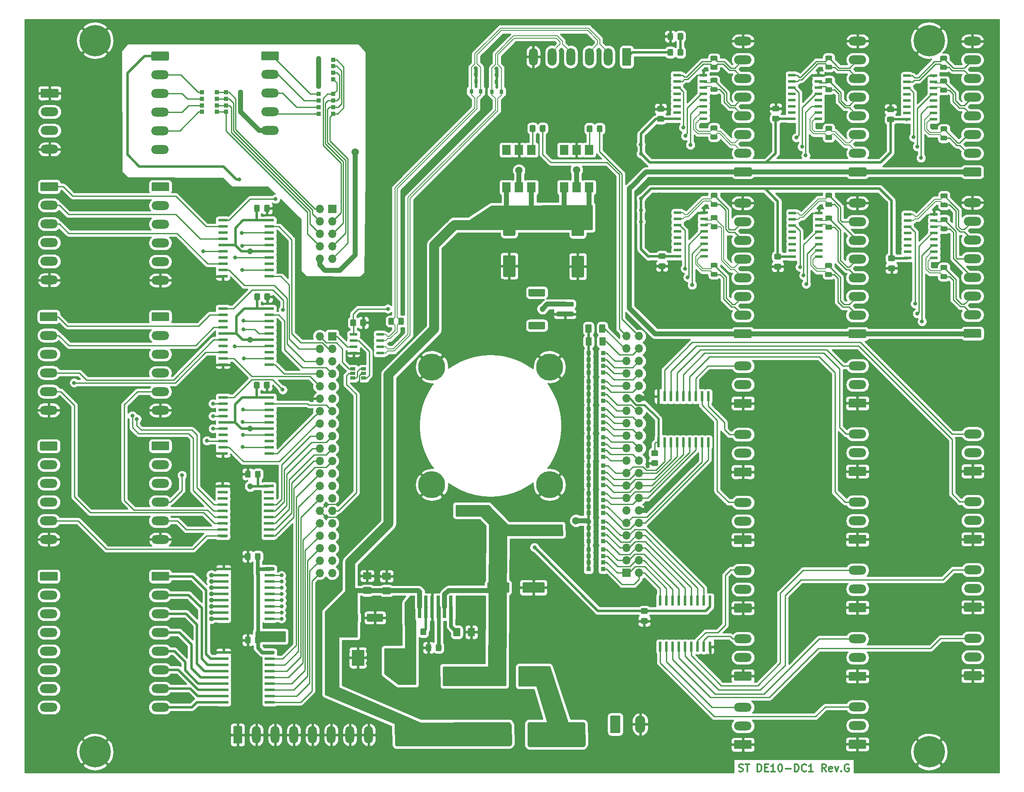
<source format=gbr>
G04 #@! TF.GenerationSoftware,KiCad,Pcbnew,5.1.4-e60b266~84~ubuntu18.04.1*
G04 #@! TF.CreationDate,2019-09-24T21:27:11-04:00*
G04 #@! TF.ProjectId,DE10nano interface,44453130-6e61-46e6-9f20-696e74657266,rev?*
G04 #@! TF.SameCoordinates,Original*
G04 #@! TF.FileFunction,Copper,L1,Top*
G04 #@! TF.FilePolarity,Positive*
%FSLAX46Y46*%
G04 Gerber Fmt 4.6, Leading zero omitted, Abs format (unit mm)*
G04 Created by KiCad (PCBNEW 5.1.4-e60b266~84~ubuntu18.04.1) date 2019-09-24 21:27:11*
%MOMM*%
%LPD*%
G04 APERTURE LIST*
%ADD10C,0.300000*%
%ADD11C,0.100000*%
%ADD12C,2.080000*%
%ADD13O,2.080000X3.600000*%
%ADD14C,1.800000*%
%ADD15O,3.600000X1.800000*%
%ADD16R,1.500000X0.600000*%
%ADD17C,5.500000*%
%ADD18O,1.700000X1.700000*%
%ADD19R,1.700000X1.700000*%
%ADD20R,2.000000X0.600000*%
%ADD21R,0.600000X2.000000*%
%ADD22R,1.950000X0.600000*%
%ADD23C,1.600000*%
%ADD24C,1.425000*%
%ADD25C,2.100000*%
%ADD26R,2.000000X3.200000*%
%ADD27C,1.150000*%
%ADD28R,0.800000X4.600000*%
%ADD29R,10.800000X9.400000*%
%ADD30R,2.500000X3.300000*%
%ADD31C,0.800000*%
%ADD32C,6.400000*%
%ADD33R,1.780000X2.000000*%
%ADD34C,1.300000*%
%ADD35C,1.000000*%
%ADD36C,1.500000*%
%ADD37C,2.500000*%
%ADD38O,1.800000X3.600000*%
%ADD39R,1.550000X0.600000*%
%ADD40R,0.900000X0.900000*%
%ADD41R,0.800000X0.900000*%
%ADD42C,1.250000*%
%ADD43R,1.060000X0.650000*%
%ADD44C,0.975000*%
%ADD45C,1.200000*%
%ADD46C,0.500000*%
%ADD47C,0.250000*%
%ADD48C,1.000000*%
%ADD49C,0.400000*%
%ADD50C,1.500000*%
%ADD51C,0.200000*%
%ADD52C,0.750000*%
%ADD53C,2.000000*%
%ADD54C,0.254000*%
G04 APERTURE END LIST*
D10*
X173385714Y-170757142D02*
X173600000Y-170828571D01*
X173957142Y-170828571D01*
X174100000Y-170757142D01*
X174171428Y-170685714D01*
X174242857Y-170542857D01*
X174242857Y-170400000D01*
X174171428Y-170257142D01*
X174100000Y-170185714D01*
X173957142Y-170114285D01*
X173671428Y-170042857D01*
X173528571Y-169971428D01*
X173457142Y-169900000D01*
X173385714Y-169757142D01*
X173385714Y-169614285D01*
X173457142Y-169471428D01*
X173528571Y-169400000D01*
X173671428Y-169328571D01*
X174028571Y-169328571D01*
X174242857Y-169400000D01*
X174671428Y-169328571D02*
X175528571Y-169328571D01*
X175100000Y-170828571D02*
X175100000Y-169328571D01*
X177171428Y-170828571D02*
X177171428Y-169328571D01*
X177528571Y-169328571D01*
X177742857Y-169400000D01*
X177885714Y-169542857D01*
X177957142Y-169685714D01*
X178028571Y-169971428D01*
X178028571Y-170185714D01*
X177957142Y-170471428D01*
X177885714Y-170614285D01*
X177742857Y-170757142D01*
X177528571Y-170828571D01*
X177171428Y-170828571D01*
X178671428Y-170042857D02*
X179171428Y-170042857D01*
X179385714Y-170828571D02*
X178671428Y-170828571D01*
X178671428Y-169328571D01*
X179385714Y-169328571D01*
X180814285Y-170828571D02*
X179957142Y-170828571D01*
X180385714Y-170828571D02*
X180385714Y-169328571D01*
X180242857Y-169542857D01*
X180100000Y-169685714D01*
X179957142Y-169757142D01*
X181742857Y-169328571D02*
X181885714Y-169328571D01*
X182028571Y-169400000D01*
X182100000Y-169471428D01*
X182171428Y-169614285D01*
X182242857Y-169900000D01*
X182242857Y-170257142D01*
X182171428Y-170542857D01*
X182100000Y-170685714D01*
X182028571Y-170757142D01*
X181885714Y-170828571D01*
X181742857Y-170828571D01*
X181600000Y-170757142D01*
X181528571Y-170685714D01*
X181457142Y-170542857D01*
X181385714Y-170257142D01*
X181385714Y-169900000D01*
X181457142Y-169614285D01*
X181528571Y-169471428D01*
X181600000Y-169400000D01*
X181742857Y-169328571D01*
X182885714Y-170257142D02*
X184028571Y-170257142D01*
X184742857Y-170828571D02*
X184742857Y-169328571D01*
X185100000Y-169328571D01*
X185314285Y-169400000D01*
X185457142Y-169542857D01*
X185528571Y-169685714D01*
X185600000Y-169971428D01*
X185600000Y-170185714D01*
X185528571Y-170471428D01*
X185457142Y-170614285D01*
X185314285Y-170757142D01*
X185100000Y-170828571D01*
X184742857Y-170828571D01*
X187100000Y-170685714D02*
X187028571Y-170757142D01*
X186814285Y-170828571D01*
X186671428Y-170828571D01*
X186457142Y-170757142D01*
X186314285Y-170614285D01*
X186242857Y-170471428D01*
X186171428Y-170185714D01*
X186171428Y-169971428D01*
X186242857Y-169685714D01*
X186314285Y-169542857D01*
X186457142Y-169400000D01*
X186671428Y-169328571D01*
X186814285Y-169328571D01*
X187028571Y-169400000D01*
X187100000Y-169471428D01*
X188528571Y-170828571D02*
X187671428Y-170828571D01*
X188100000Y-170828571D02*
X188100000Y-169328571D01*
X187957142Y-169542857D01*
X187814285Y-169685714D01*
X187671428Y-169757142D01*
X191171428Y-170828571D02*
X190671428Y-170114285D01*
X190314285Y-170828571D02*
X190314285Y-169328571D01*
X190885714Y-169328571D01*
X191028571Y-169400000D01*
X191100000Y-169471428D01*
X191171428Y-169614285D01*
X191171428Y-169828571D01*
X191100000Y-169971428D01*
X191028571Y-170042857D01*
X190885714Y-170114285D01*
X190314285Y-170114285D01*
X192385714Y-170757142D02*
X192242857Y-170828571D01*
X191957142Y-170828571D01*
X191814285Y-170757142D01*
X191742857Y-170614285D01*
X191742857Y-170042857D01*
X191814285Y-169900000D01*
X191957142Y-169828571D01*
X192242857Y-169828571D01*
X192385714Y-169900000D01*
X192457142Y-170042857D01*
X192457142Y-170185714D01*
X191742857Y-170328571D01*
X192957142Y-169828571D02*
X193314285Y-170828571D01*
X193671428Y-169828571D01*
X194242857Y-170685714D02*
X194314285Y-170757142D01*
X194242857Y-170828571D01*
X194171428Y-170757142D01*
X194242857Y-170685714D01*
X194242857Y-170828571D01*
X195742857Y-169400000D02*
X195600000Y-169328571D01*
X195385714Y-169328571D01*
X195171428Y-169400000D01*
X195028571Y-169542857D01*
X194957142Y-169685714D01*
X194885714Y-169971428D01*
X194885714Y-170185714D01*
X194957142Y-170471428D01*
X195028571Y-170614285D01*
X195171428Y-170757142D01*
X195385714Y-170828571D01*
X195528571Y-170828571D01*
X195742857Y-170757142D01*
X195814285Y-170685714D01*
X195814285Y-170185714D01*
X195528571Y-170185714D01*
D11*
G36*
X149014865Y-159401202D02*
G01*
X149039095Y-159404796D01*
X149062855Y-159410748D01*
X149085918Y-159419000D01*
X149108061Y-159429472D01*
X149129070Y-159442065D01*
X149148745Y-159456657D01*
X149166894Y-159473106D01*
X149183343Y-159491255D01*
X149197935Y-159510930D01*
X149210528Y-159531939D01*
X149221000Y-159554082D01*
X149229252Y-159577145D01*
X149235204Y-159600905D01*
X149238798Y-159625135D01*
X149240000Y-159649600D01*
X149240000Y-162750400D01*
X149238798Y-162774865D01*
X149235204Y-162799095D01*
X149229252Y-162822855D01*
X149221000Y-162845918D01*
X149210528Y-162868061D01*
X149197935Y-162889070D01*
X149183343Y-162908745D01*
X149166894Y-162926894D01*
X149148745Y-162943343D01*
X149129070Y-162957935D01*
X149108061Y-162970528D01*
X149085918Y-162981000D01*
X149062855Y-162989252D01*
X149039095Y-162995204D01*
X149014865Y-162998798D01*
X148990400Y-163000000D01*
X147409600Y-163000000D01*
X147385135Y-162998798D01*
X147360905Y-162995204D01*
X147337145Y-162989252D01*
X147314082Y-162981000D01*
X147291939Y-162970528D01*
X147270930Y-162957935D01*
X147251255Y-162943343D01*
X147233106Y-162926894D01*
X147216657Y-162908745D01*
X147202065Y-162889070D01*
X147189472Y-162868061D01*
X147179000Y-162845918D01*
X147170748Y-162822855D01*
X147164796Y-162799095D01*
X147161202Y-162774865D01*
X147160000Y-162750400D01*
X147160000Y-159649600D01*
X147161202Y-159625135D01*
X147164796Y-159600905D01*
X147170748Y-159577145D01*
X147179000Y-159554082D01*
X147189472Y-159531939D01*
X147202065Y-159510930D01*
X147216657Y-159491255D01*
X147233106Y-159473106D01*
X147251255Y-159456657D01*
X147270930Y-159442065D01*
X147291939Y-159429472D01*
X147314082Y-159419000D01*
X147337145Y-159410748D01*
X147360905Y-159404796D01*
X147385135Y-159401202D01*
X147409600Y-159400000D01*
X148990400Y-159400000D01*
X149014865Y-159401202D01*
X149014865Y-159401202D01*
G37*
D12*
X148200000Y-161200000D03*
D13*
X153280000Y-161200000D03*
D11*
G36*
X222556764Y-80630124D02*
G01*
X222581033Y-80633724D01*
X222604831Y-80639685D01*
X222627931Y-80647950D01*
X222650109Y-80658440D01*
X222671153Y-80671053D01*
X222690858Y-80685667D01*
X222709037Y-80702143D01*
X222725513Y-80720322D01*
X222740127Y-80740027D01*
X222752740Y-80761071D01*
X222763230Y-80783249D01*
X222771495Y-80806349D01*
X222777456Y-80830147D01*
X222781056Y-80854416D01*
X222782260Y-80878920D01*
X222782260Y-82178920D01*
X222781056Y-82203424D01*
X222777456Y-82227693D01*
X222771495Y-82251491D01*
X222763230Y-82274591D01*
X222752740Y-82296769D01*
X222740127Y-82317813D01*
X222725513Y-82337518D01*
X222709037Y-82355697D01*
X222690858Y-82372173D01*
X222671153Y-82386787D01*
X222650109Y-82399400D01*
X222627931Y-82409890D01*
X222604831Y-82418155D01*
X222581033Y-82424116D01*
X222556764Y-82427716D01*
X222532260Y-82428920D01*
X219432260Y-82428920D01*
X219407756Y-82427716D01*
X219383487Y-82424116D01*
X219359689Y-82418155D01*
X219336589Y-82409890D01*
X219314411Y-82399400D01*
X219293367Y-82386787D01*
X219273662Y-82372173D01*
X219255483Y-82355697D01*
X219239007Y-82337518D01*
X219224393Y-82317813D01*
X219211780Y-82296769D01*
X219201290Y-82274591D01*
X219193025Y-82251491D01*
X219187064Y-82227693D01*
X219183464Y-82203424D01*
X219182260Y-82178920D01*
X219182260Y-80878920D01*
X219183464Y-80854416D01*
X219187064Y-80830147D01*
X219193025Y-80806349D01*
X219201290Y-80783249D01*
X219211780Y-80761071D01*
X219224393Y-80740027D01*
X219239007Y-80720322D01*
X219255483Y-80702143D01*
X219273662Y-80685667D01*
X219293367Y-80671053D01*
X219314411Y-80658440D01*
X219336589Y-80647950D01*
X219359689Y-80639685D01*
X219383487Y-80633724D01*
X219407756Y-80630124D01*
X219432260Y-80628920D01*
X222532260Y-80628920D01*
X222556764Y-80630124D01*
X222556764Y-80630124D01*
G37*
D14*
X220982260Y-81528920D03*
D15*
X220982260Y-77718920D03*
X220982260Y-73908920D03*
X220982260Y-70098920D03*
X220982260Y-66288920D03*
X220982260Y-62478920D03*
X220982260Y-58668920D03*
X220982260Y-54858920D03*
X197527900Y-54940200D03*
X197527900Y-58750200D03*
X197527900Y-62560200D03*
X197527900Y-66370200D03*
X197527900Y-70180200D03*
X197527900Y-73990200D03*
X197527900Y-77800200D03*
D11*
G36*
X199102404Y-80711404D02*
G01*
X199126673Y-80715004D01*
X199150471Y-80720965D01*
X199173571Y-80729230D01*
X199195749Y-80739720D01*
X199216793Y-80752333D01*
X199236498Y-80766947D01*
X199254677Y-80783423D01*
X199271153Y-80801602D01*
X199285767Y-80821307D01*
X199298380Y-80842351D01*
X199308870Y-80864529D01*
X199317135Y-80887629D01*
X199323096Y-80911427D01*
X199326696Y-80935696D01*
X199327900Y-80960200D01*
X199327900Y-82260200D01*
X199326696Y-82284704D01*
X199323096Y-82308973D01*
X199317135Y-82332771D01*
X199308870Y-82355871D01*
X199298380Y-82378049D01*
X199285767Y-82399093D01*
X199271153Y-82418798D01*
X199254677Y-82436977D01*
X199236498Y-82453453D01*
X199216793Y-82468067D01*
X199195749Y-82480680D01*
X199173571Y-82491170D01*
X199150471Y-82499435D01*
X199126673Y-82505396D01*
X199102404Y-82508996D01*
X199077900Y-82510200D01*
X195977900Y-82510200D01*
X195953396Y-82508996D01*
X195929127Y-82505396D01*
X195905329Y-82499435D01*
X195882229Y-82491170D01*
X195860051Y-82480680D01*
X195839007Y-82468067D01*
X195819302Y-82453453D01*
X195801123Y-82436977D01*
X195784647Y-82418798D01*
X195770033Y-82399093D01*
X195757420Y-82378049D01*
X195746930Y-82355871D01*
X195738665Y-82332771D01*
X195732704Y-82308973D01*
X195729104Y-82284704D01*
X195727900Y-82260200D01*
X195727900Y-80960200D01*
X195729104Y-80935696D01*
X195732704Y-80911427D01*
X195738665Y-80887629D01*
X195746930Y-80864529D01*
X195757420Y-80842351D01*
X195770033Y-80821307D01*
X195784647Y-80801602D01*
X195801123Y-80783423D01*
X195819302Y-80766947D01*
X195839007Y-80752333D01*
X195860051Y-80739720D01*
X195882229Y-80729230D01*
X195905329Y-80720965D01*
X195929127Y-80715004D01*
X195953396Y-80711404D01*
X195977900Y-80710200D01*
X199077900Y-80710200D01*
X199102404Y-80711404D01*
X199102404Y-80711404D01*
G37*
D14*
X197527900Y-81610200D03*
D16*
X189686900Y-65854580D03*
X189686900Y-64584580D03*
X189686900Y-63314580D03*
X189686900Y-62044580D03*
X189686900Y-60774580D03*
X189686900Y-59504580D03*
X189686900Y-58234580D03*
X189686900Y-56964580D03*
X184286900Y-56964580D03*
X184286900Y-58234580D03*
X184286900Y-59504580D03*
X184286900Y-60774580D03*
X184286900Y-62044580D03*
X184286900Y-63314580D03*
X184286900Y-64584580D03*
X184286900Y-65854580D03*
X207766660Y-66164460D03*
X207766660Y-64894460D03*
X207766660Y-63624460D03*
X207766660Y-62354460D03*
X207766660Y-61084460D03*
X207766660Y-59814460D03*
X207766660Y-58544460D03*
X207766660Y-57274460D03*
X213166660Y-57274460D03*
X213166660Y-58544460D03*
X213166660Y-59814460D03*
X213166660Y-61084460D03*
X213166660Y-62354460D03*
X213166660Y-63624460D03*
X213166660Y-64894460D03*
X213166660Y-66164460D03*
X166273180Y-65819020D03*
X166273180Y-64549020D03*
X166273180Y-63279020D03*
X166273180Y-62009020D03*
X166273180Y-60739020D03*
X166273180Y-59469020D03*
X166273180Y-58199020D03*
X166273180Y-56929020D03*
X160873180Y-56929020D03*
X160873180Y-58199020D03*
X160873180Y-59469020D03*
X160873180Y-60739020D03*
X160873180Y-62009020D03*
X160873180Y-63279020D03*
X160873180Y-64549020D03*
X160873180Y-65819020D03*
D15*
X174159900Y-54940200D03*
X174159900Y-58750200D03*
X174159900Y-62560200D03*
X174159900Y-66370200D03*
X174159900Y-70180200D03*
X174159900Y-73990200D03*
X174159900Y-77800200D03*
D11*
G36*
X175734404Y-80711404D02*
G01*
X175758673Y-80715004D01*
X175782471Y-80720965D01*
X175805571Y-80729230D01*
X175827749Y-80739720D01*
X175848793Y-80752333D01*
X175868498Y-80766947D01*
X175886677Y-80783423D01*
X175903153Y-80801602D01*
X175917767Y-80821307D01*
X175930380Y-80842351D01*
X175940870Y-80864529D01*
X175949135Y-80887629D01*
X175955096Y-80911427D01*
X175958696Y-80935696D01*
X175959900Y-80960200D01*
X175959900Y-82260200D01*
X175958696Y-82284704D01*
X175955096Y-82308973D01*
X175949135Y-82332771D01*
X175940870Y-82355871D01*
X175930380Y-82378049D01*
X175917767Y-82399093D01*
X175903153Y-82418798D01*
X175886677Y-82436977D01*
X175868498Y-82453453D01*
X175848793Y-82468067D01*
X175827749Y-82480680D01*
X175805571Y-82491170D01*
X175782471Y-82499435D01*
X175758673Y-82505396D01*
X175734404Y-82508996D01*
X175709900Y-82510200D01*
X172609900Y-82510200D01*
X172585396Y-82508996D01*
X172561127Y-82505396D01*
X172537329Y-82499435D01*
X172514229Y-82491170D01*
X172492051Y-82480680D01*
X172471007Y-82468067D01*
X172451302Y-82453453D01*
X172433123Y-82436977D01*
X172416647Y-82418798D01*
X172402033Y-82399093D01*
X172389420Y-82378049D01*
X172378930Y-82355871D01*
X172370665Y-82332771D01*
X172364704Y-82308973D01*
X172361104Y-82284704D01*
X172359900Y-82260200D01*
X172359900Y-80960200D01*
X172361104Y-80935696D01*
X172364704Y-80911427D01*
X172370665Y-80887629D01*
X172378930Y-80864529D01*
X172389420Y-80842351D01*
X172402033Y-80821307D01*
X172416647Y-80801602D01*
X172433123Y-80783423D01*
X172451302Y-80766947D01*
X172471007Y-80752333D01*
X172492051Y-80739720D01*
X172514229Y-80729230D01*
X172537329Y-80720965D01*
X172561127Y-80715004D01*
X172585396Y-80711404D01*
X172609900Y-80710200D01*
X175709900Y-80710200D01*
X175734404Y-80711404D01*
X175734404Y-80711404D01*
G37*
D14*
X174159900Y-81610200D03*
D11*
G36*
X175782664Y-47706644D02*
G01*
X175806933Y-47710244D01*
X175830731Y-47716205D01*
X175853831Y-47724470D01*
X175876009Y-47734960D01*
X175897053Y-47747573D01*
X175916758Y-47762187D01*
X175934937Y-47778663D01*
X175951413Y-47796842D01*
X175966027Y-47816547D01*
X175978640Y-47837591D01*
X175989130Y-47859769D01*
X175997395Y-47882869D01*
X176003356Y-47906667D01*
X176006956Y-47930936D01*
X176008160Y-47955440D01*
X176008160Y-49255440D01*
X176006956Y-49279944D01*
X176003356Y-49304213D01*
X175997395Y-49328011D01*
X175989130Y-49351111D01*
X175978640Y-49373289D01*
X175966027Y-49394333D01*
X175951413Y-49414038D01*
X175934937Y-49432217D01*
X175916758Y-49448693D01*
X175897053Y-49463307D01*
X175876009Y-49475920D01*
X175853831Y-49486410D01*
X175830731Y-49494675D01*
X175806933Y-49500636D01*
X175782664Y-49504236D01*
X175758160Y-49505440D01*
X172658160Y-49505440D01*
X172633656Y-49504236D01*
X172609387Y-49500636D01*
X172585589Y-49494675D01*
X172562489Y-49486410D01*
X172540311Y-49475920D01*
X172519267Y-49463307D01*
X172499562Y-49448693D01*
X172481383Y-49432217D01*
X172464907Y-49414038D01*
X172450293Y-49394333D01*
X172437680Y-49373289D01*
X172427190Y-49351111D01*
X172418925Y-49328011D01*
X172412964Y-49304213D01*
X172409364Y-49279944D01*
X172408160Y-49255440D01*
X172408160Y-47955440D01*
X172409364Y-47930936D01*
X172412964Y-47906667D01*
X172418925Y-47882869D01*
X172427190Y-47859769D01*
X172437680Y-47837591D01*
X172450293Y-47816547D01*
X172464907Y-47796842D01*
X172481383Y-47778663D01*
X172499562Y-47762187D01*
X172519267Y-47747573D01*
X172540311Y-47734960D01*
X172562489Y-47724470D01*
X172585589Y-47716205D01*
X172609387Y-47710244D01*
X172633656Y-47706644D01*
X172658160Y-47705440D01*
X175758160Y-47705440D01*
X175782664Y-47706644D01*
X175782664Y-47706644D01*
G37*
D14*
X174208160Y-48605440D03*
D15*
X174208160Y-44795440D03*
X174208160Y-40985440D03*
X174208160Y-37175440D03*
X174208160Y-33365440D03*
X174208160Y-29555440D03*
X174208160Y-25745440D03*
X174208160Y-21935440D03*
D16*
X160758880Y-37764720D03*
X160758880Y-36494720D03*
X160758880Y-35224720D03*
X160758880Y-33954720D03*
X160758880Y-32684720D03*
X160758880Y-31414720D03*
X160758880Y-30144720D03*
X160758880Y-28874720D03*
X166158880Y-28874720D03*
X166158880Y-30144720D03*
X166158880Y-31414720D03*
X166158880Y-32684720D03*
X166158880Y-33954720D03*
X166158880Y-35224720D03*
X166158880Y-36494720D03*
X166158880Y-37764720D03*
D15*
X220969560Y-21945600D03*
X220969560Y-25755600D03*
X220969560Y-29565600D03*
X220969560Y-33375600D03*
X220969560Y-37185600D03*
X220969560Y-40995600D03*
X220969560Y-44805600D03*
D11*
G36*
X222544064Y-47716804D02*
G01*
X222568333Y-47720404D01*
X222592131Y-47726365D01*
X222615231Y-47734630D01*
X222637409Y-47745120D01*
X222658453Y-47757733D01*
X222678158Y-47772347D01*
X222696337Y-47788823D01*
X222712813Y-47807002D01*
X222727427Y-47826707D01*
X222740040Y-47847751D01*
X222750530Y-47869929D01*
X222758795Y-47893029D01*
X222764756Y-47916827D01*
X222768356Y-47941096D01*
X222769560Y-47965600D01*
X222769560Y-49265600D01*
X222768356Y-49290104D01*
X222764756Y-49314373D01*
X222758795Y-49338171D01*
X222750530Y-49361271D01*
X222740040Y-49383449D01*
X222727427Y-49404493D01*
X222712813Y-49424198D01*
X222696337Y-49442377D01*
X222678158Y-49458853D01*
X222658453Y-49473467D01*
X222637409Y-49486080D01*
X222615231Y-49496570D01*
X222592131Y-49504835D01*
X222568333Y-49510796D01*
X222544064Y-49514396D01*
X222519560Y-49515600D01*
X219419560Y-49515600D01*
X219395056Y-49514396D01*
X219370787Y-49510796D01*
X219346989Y-49504835D01*
X219323889Y-49496570D01*
X219301711Y-49486080D01*
X219280667Y-49473467D01*
X219260962Y-49458853D01*
X219242783Y-49442377D01*
X219226307Y-49424198D01*
X219211693Y-49404493D01*
X219199080Y-49383449D01*
X219188590Y-49361271D01*
X219180325Y-49338171D01*
X219174364Y-49314373D01*
X219170764Y-49290104D01*
X219169560Y-49265600D01*
X219169560Y-47965600D01*
X219170764Y-47941096D01*
X219174364Y-47916827D01*
X219180325Y-47893029D01*
X219188590Y-47869929D01*
X219199080Y-47847751D01*
X219211693Y-47826707D01*
X219226307Y-47807002D01*
X219242783Y-47788823D01*
X219260962Y-47772347D01*
X219280667Y-47757733D01*
X219301711Y-47745120D01*
X219323889Y-47734630D01*
X219346989Y-47726365D01*
X219370787Y-47720404D01*
X219395056Y-47716804D01*
X219419560Y-47715600D01*
X222519560Y-47715600D01*
X222544064Y-47716804D01*
X222544064Y-47716804D01*
G37*
D14*
X220969560Y-48615600D03*
D16*
X213042200Y-37896800D03*
X213042200Y-36626800D03*
X213042200Y-35356800D03*
X213042200Y-34086800D03*
X213042200Y-32816800D03*
X213042200Y-31546800D03*
X213042200Y-30276800D03*
X213042200Y-29006800D03*
X207642200Y-29006800D03*
X207642200Y-30276800D03*
X207642200Y-31546800D03*
X207642200Y-32816800D03*
X207642200Y-34086800D03*
X207642200Y-35356800D03*
X207642200Y-36626800D03*
X207642200Y-37896800D03*
X184167520Y-37777420D03*
X184167520Y-36507420D03*
X184167520Y-35237420D03*
X184167520Y-33967420D03*
X184167520Y-32697420D03*
X184167520Y-31427420D03*
X184167520Y-30157420D03*
X184167520Y-28887420D03*
X189567520Y-28887420D03*
X189567520Y-30157420D03*
X189567520Y-31427420D03*
X189567520Y-32697420D03*
X189567520Y-33967420D03*
X189567520Y-35237420D03*
X189567520Y-36507420D03*
X189567520Y-37777420D03*
D11*
G36*
X199150664Y-47706644D02*
G01*
X199174933Y-47710244D01*
X199198731Y-47716205D01*
X199221831Y-47724470D01*
X199244009Y-47734960D01*
X199265053Y-47747573D01*
X199284758Y-47762187D01*
X199302937Y-47778663D01*
X199319413Y-47796842D01*
X199334027Y-47816547D01*
X199346640Y-47837591D01*
X199357130Y-47859769D01*
X199365395Y-47882869D01*
X199371356Y-47906667D01*
X199374956Y-47930936D01*
X199376160Y-47955440D01*
X199376160Y-49255440D01*
X199374956Y-49279944D01*
X199371356Y-49304213D01*
X199365395Y-49328011D01*
X199357130Y-49351111D01*
X199346640Y-49373289D01*
X199334027Y-49394333D01*
X199319413Y-49414038D01*
X199302937Y-49432217D01*
X199284758Y-49448693D01*
X199265053Y-49463307D01*
X199244009Y-49475920D01*
X199221831Y-49486410D01*
X199198731Y-49494675D01*
X199174933Y-49500636D01*
X199150664Y-49504236D01*
X199126160Y-49505440D01*
X196026160Y-49505440D01*
X196001656Y-49504236D01*
X195977387Y-49500636D01*
X195953589Y-49494675D01*
X195930489Y-49486410D01*
X195908311Y-49475920D01*
X195887267Y-49463307D01*
X195867562Y-49448693D01*
X195849383Y-49432217D01*
X195832907Y-49414038D01*
X195818293Y-49394333D01*
X195805680Y-49373289D01*
X195795190Y-49351111D01*
X195786925Y-49328011D01*
X195780964Y-49304213D01*
X195777364Y-49279944D01*
X195776160Y-49255440D01*
X195776160Y-47955440D01*
X195777364Y-47930936D01*
X195780964Y-47906667D01*
X195786925Y-47882869D01*
X195795190Y-47859769D01*
X195805680Y-47837591D01*
X195818293Y-47816547D01*
X195832907Y-47796842D01*
X195849383Y-47778663D01*
X195867562Y-47762187D01*
X195887267Y-47747573D01*
X195908311Y-47734960D01*
X195930489Y-47724470D01*
X195953589Y-47716205D01*
X195977387Y-47710244D01*
X196001656Y-47706644D01*
X196026160Y-47705440D01*
X199126160Y-47705440D01*
X199150664Y-47706644D01*
X199150664Y-47706644D01*
G37*
D14*
X197576160Y-48605440D03*
D15*
X197576160Y-44795440D03*
X197576160Y-40985440D03*
X197576160Y-37175440D03*
X197576160Y-33365440D03*
X197576160Y-29555440D03*
X197576160Y-25745440D03*
X197576160Y-21935440D03*
D17*
X134802001Y-112369001D03*
X110802001Y-112369001D03*
X134802001Y-88369001D03*
D15*
X55460900Y-97193100D03*
X55460900Y-93383100D03*
X55460900Y-89573100D03*
X55460900Y-85763100D03*
X55460900Y-81953100D03*
D11*
G36*
X57035404Y-77244304D02*
G01*
X57059673Y-77247904D01*
X57083471Y-77253865D01*
X57106571Y-77262130D01*
X57128749Y-77272620D01*
X57149793Y-77285233D01*
X57169498Y-77299847D01*
X57187677Y-77316323D01*
X57204153Y-77334502D01*
X57218767Y-77354207D01*
X57231380Y-77375251D01*
X57241870Y-77397429D01*
X57250135Y-77420529D01*
X57256096Y-77444327D01*
X57259696Y-77468596D01*
X57260900Y-77493100D01*
X57260900Y-78793100D01*
X57259696Y-78817604D01*
X57256096Y-78841873D01*
X57250135Y-78865671D01*
X57241870Y-78888771D01*
X57231380Y-78910949D01*
X57218767Y-78931993D01*
X57204153Y-78951698D01*
X57187677Y-78969877D01*
X57169498Y-78986353D01*
X57149793Y-79000967D01*
X57128749Y-79013580D01*
X57106571Y-79024070D01*
X57083471Y-79032335D01*
X57059673Y-79038296D01*
X57035404Y-79041896D01*
X57010900Y-79043100D01*
X53910900Y-79043100D01*
X53886396Y-79041896D01*
X53862127Y-79038296D01*
X53838329Y-79032335D01*
X53815229Y-79024070D01*
X53793051Y-79013580D01*
X53772007Y-79000967D01*
X53752302Y-78986353D01*
X53734123Y-78969877D01*
X53717647Y-78951698D01*
X53703033Y-78931993D01*
X53690420Y-78910949D01*
X53679930Y-78888771D01*
X53671665Y-78865671D01*
X53665704Y-78841873D01*
X53662104Y-78817604D01*
X53660900Y-78793100D01*
X53660900Y-77493100D01*
X53662104Y-77468596D01*
X53665704Y-77444327D01*
X53671665Y-77420529D01*
X53679930Y-77397429D01*
X53690420Y-77375251D01*
X53703033Y-77354207D01*
X53717647Y-77334502D01*
X53734123Y-77316323D01*
X53752302Y-77299847D01*
X53772007Y-77285233D01*
X53793051Y-77272620D01*
X53815229Y-77262130D01*
X53838329Y-77253865D01*
X53862127Y-77247904D01*
X53886396Y-77244304D01*
X53910900Y-77243100D01*
X57010900Y-77243100D01*
X57035404Y-77244304D01*
X57035404Y-77244304D01*
G37*
D14*
X55460900Y-78143100D03*
D15*
X32720000Y-123532900D03*
X32720000Y-119722900D03*
X32720000Y-115912900D03*
X32720000Y-112102900D03*
X32720000Y-108292900D03*
D11*
G36*
X34294504Y-103584104D02*
G01*
X34318773Y-103587704D01*
X34342571Y-103593665D01*
X34365671Y-103601930D01*
X34387849Y-103612420D01*
X34408893Y-103625033D01*
X34428598Y-103639647D01*
X34446777Y-103656123D01*
X34463253Y-103674302D01*
X34477867Y-103694007D01*
X34490480Y-103715051D01*
X34500970Y-103737229D01*
X34509235Y-103760329D01*
X34515196Y-103784127D01*
X34518796Y-103808396D01*
X34520000Y-103832900D01*
X34520000Y-105132900D01*
X34518796Y-105157404D01*
X34515196Y-105181673D01*
X34509235Y-105205471D01*
X34500970Y-105228571D01*
X34490480Y-105250749D01*
X34477867Y-105271793D01*
X34463253Y-105291498D01*
X34446777Y-105309677D01*
X34428598Y-105326153D01*
X34408893Y-105340767D01*
X34387849Y-105353380D01*
X34365671Y-105363870D01*
X34342571Y-105372135D01*
X34318773Y-105378096D01*
X34294504Y-105381696D01*
X34270000Y-105382900D01*
X31170000Y-105382900D01*
X31145496Y-105381696D01*
X31121227Y-105378096D01*
X31097429Y-105372135D01*
X31074329Y-105363870D01*
X31052151Y-105353380D01*
X31031107Y-105340767D01*
X31011402Y-105326153D01*
X30993223Y-105309677D01*
X30976747Y-105291498D01*
X30962133Y-105271793D01*
X30949520Y-105250749D01*
X30939030Y-105228571D01*
X30930765Y-105205471D01*
X30924804Y-105181673D01*
X30921204Y-105157404D01*
X30920000Y-105132900D01*
X30920000Y-103832900D01*
X30921204Y-103808396D01*
X30924804Y-103784127D01*
X30930765Y-103760329D01*
X30939030Y-103737229D01*
X30949520Y-103715051D01*
X30962133Y-103694007D01*
X30976747Y-103674302D01*
X30993223Y-103656123D01*
X31011402Y-103639647D01*
X31031107Y-103625033D01*
X31052151Y-103612420D01*
X31074329Y-103601930D01*
X31097429Y-103593665D01*
X31121227Y-103587704D01*
X31145496Y-103584104D01*
X31170000Y-103582900D01*
X34270000Y-103582900D01*
X34294504Y-103584104D01*
X34294504Y-103584104D01*
G37*
D14*
X32720000Y-104482900D03*
D18*
X153047700Y-82092800D03*
X150507700Y-82092800D03*
X153047700Y-84632800D03*
X150507700Y-84632800D03*
X153047700Y-87172800D03*
X150507700Y-87172800D03*
X153047700Y-89712800D03*
X150507700Y-89712800D03*
X153047700Y-92252800D03*
X150507700Y-92252800D03*
X153047700Y-94792800D03*
X150507700Y-94792800D03*
X153047700Y-97332800D03*
X150507700Y-97332800D03*
X153047700Y-99872800D03*
X150507700Y-99872800D03*
X153047700Y-102412800D03*
X150507700Y-102412800D03*
X153047700Y-104952800D03*
X150507700Y-104952800D03*
X153047700Y-107492800D03*
X150507700Y-107492800D03*
X153047700Y-110032800D03*
X150507700Y-110032800D03*
X153047700Y-112572800D03*
X150507700Y-112572800D03*
X153047700Y-115112800D03*
X150507700Y-115112800D03*
X153047700Y-117652800D03*
X150507700Y-117652800D03*
X153047700Y-120192800D03*
X150507700Y-120192800D03*
X153047700Y-122732800D03*
X150507700Y-122732800D03*
X153047700Y-125272800D03*
X150507700Y-125272800D03*
X153047700Y-127812800D03*
X150507700Y-127812800D03*
X153047700Y-130352800D03*
D19*
X150507700Y-130352800D03*
X90497700Y-82127800D03*
D18*
X87957700Y-82127800D03*
X90497700Y-84667800D03*
X87957700Y-84667800D03*
X90497700Y-87207800D03*
X87957700Y-87207800D03*
X90497700Y-89747800D03*
X87957700Y-89747800D03*
X90497700Y-92287800D03*
X87957700Y-92287800D03*
X90497700Y-94827800D03*
X87957700Y-94827800D03*
X90497700Y-97367800D03*
X87957700Y-97367800D03*
X90497700Y-99907800D03*
X87957700Y-99907800D03*
X90497700Y-102447800D03*
X87957700Y-102447800D03*
X90497700Y-104987800D03*
X87957700Y-104987800D03*
X90497700Y-107527800D03*
X87957700Y-107527800D03*
X90497700Y-110067800D03*
X87957700Y-110067800D03*
X90497700Y-112607800D03*
X87957700Y-112607800D03*
X90497700Y-115147800D03*
X87957700Y-115147800D03*
X90497700Y-117687800D03*
X87957700Y-117687800D03*
X90497700Y-120227800D03*
X87957700Y-120227800D03*
X90497700Y-122767800D03*
X87957700Y-122767800D03*
X90497700Y-125307800D03*
X87957700Y-125307800D03*
X90497700Y-127847800D03*
X87957700Y-127847800D03*
X90497700Y-130387800D03*
X87957700Y-130387800D03*
D20*
X68355200Y-139687300D03*
X68355200Y-138417300D03*
X68355200Y-137147300D03*
X68355200Y-135877300D03*
X68355200Y-134607300D03*
X68355200Y-133337300D03*
X68355200Y-132067300D03*
X68355200Y-130797300D03*
X68355200Y-129527300D03*
X77755200Y-129527300D03*
X77755200Y-130797300D03*
X77755200Y-132067300D03*
X77755200Y-133337300D03*
X77755200Y-134607300D03*
X77755200Y-135877300D03*
X77755200Y-137147300D03*
X77755200Y-138417300D03*
X77755200Y-139687300D03*
D21*
X167121840Y-103757460D03*
X165851840Y-103757460D03*
X164581840Y-103757460D03*
X163311840Y-103757460D03*
X162041840Y-103757460D03*
X160771840Y-103757460D03*
X159501840Y-103757460D03*
X158231840Y-103757460D03*
X156961840Y-103757460D03*
X156961840Y-94357460D03*
X158231840Y-94357460D03*
X159501840Y-94357460D03*
X160771840Y-94357460D03*
X162041840Y-94357460D03*
X163311840Y-94357460D03*
X164581840Y-94357460D03*
X165851840Y-94357460D03*
X167121840Y-94357460D03*
X157337760Y-145400760D03*
X158607760Y-145400760D03*
X159877760Y-145400760D03*
X161147760Y-145400760D03*
X162417760Y-145400760D03*
X163687760Y-145400760D03*
X164957760Y-145400760D03*
X166227760Y-145400760D03*
X167497760Y-145400760D03*
X167497760Y-136000760D03*
X166227760Y-136000760D03*
X164957760Y-136000760D03*
X163687760Y-136000760D03*
X162417760Y-136000760D03*
X161147760Y-136000760D03*
X159877760Y-136000760D03*
X158607760Y-136000760D03*
X157337760Y-136000760D03*
D22*
X68228200Y-76479400D03*
X68228200Y-77749400D03*
X68228200Y-79019400D03*
X68228200Y-80289400D03*
X68228200Y-81559400D03*
X68228200Y-82829400D03*
X68228200Y-84099400D03*
X68228200Y-85369400D03*
X68228200Y-86639400D03*
X68228200Y-87909400D03*
X77628200Y-87909400D03*
X77628200Y-86639400D03*
X77628200Y-85369400D03*
X77628200Y-84099400D03*
X77628200Y-82829400D03*
X77628200Y-81559400D03*
X77628200Y-80289400D03*
X77628200Y-79019400D03*
X77628200Y-77749400D03*
X77628200Y-76479400D03*
X68228200Y-58470800D03*
X68228200Y-59740800D03*
X68228200Y-61010800D03*
X68228200Y-62280800D03*
X68228200Y-63550800D03*
X68228200Y-64820800D03*
X68228200Y-66090800D03*
X68228200Y-67360800D03*
X68228200Y-68630800D03*
X68228200Y-69900800D03*
X77628200Y-69900800D03*
X77628200Y-68630800D03*
X77628200Y-67360800D03*
X77628200Y-66090800D03*
X77628200Y-64820800D03*
X77628200Y-63550800D03*
X77628200Y-62280800D03*
X77628200Y-61010800D03*
X77628200Y-59740800D03*
X77628200Y-58470800D03*
X77653600Y-94564200D03*
X77653600Y-95834200D03*
X77653600Y-97104200D03*
X77653600Y-98374200D03*
X77653600Y-99644200D03*
X77653600Y-100914200D03*
X77653600Y-102184200D03*
X77653600Y-103454200D03*
X77653600Y-104724200D03*
X77653600Y-105994200D03*
X68253600Y-105994200D03*
X68253600Y-104724200D03*
X68253600Y-103454200D03*
X68253600Y-102184200D03*
X68253600Y-100914200D03*
X68253600Y-99644200D03*
X68253600Y-98374200D03*
X68253600Y-97104200D03*
X68253600Y-95834200D03*
X68253600Y-94564200D03*
D20*
X77755200Y-156705300D03*
X77755200Y-155435300D03*
X77755200Y-154165300D03*
X77755200Y-152895300D03*
X77755200Y-151625300D03*
X77755200Y-150355300D03*
X77755200Y-149085300D03*
X77755200Y-147815300D03*
X77755200Y-146545300D03*
X68355200Y-146545300D03*
X68355200Y-147815300D03*
X68355200Y-149085300D03*
X68355200Y-150355300D03*
X68355200Y-151625300D03*
X68355200Y-152895300D03*
X68355200Y-154165300D03*
X68355200Y-155435300D03*
X68355200Y-156705300D03*
D15*
X32821600Y-70650100D03*
X32821600Y-66840100D03*
X32821600Y-63030100D03*
X32821600Y-59220100D03*
X32821600Y-55410100D03*
D11*
G36*
X34396104Y-50701304D02*
G01*
X34420373Y-50704904D01*
X34444171Y-50710865D01*
X34467271Y-50719130D01*
X34489449Y-50729620D01*
X34510493Y-50742233D01*
X34530198Y-50756847D01*
X34548377Y-50773323D01*
X34564853Y-50791502D01*
X34579467Y-50811207D01*
X34592080Y-50832251D01*
X34602570Y-50854429D01*
X34610835Y-50877529D01*
X34616796Y-50901327D01*
X34620396Y-50925596D01*
X34621600Y-50950100D01*
X34621600Y-52250100D01*
X34620396Y-52274604D01*
X34616796Y-52298873D01*
X34610835Y-52322671D01*
X34602570Y-52345771D01*
X34592080Y-52367949D01*
X34579467Y-52388993D01*
X34564853Y-52408698D01*
X34548377Y-52426877D01*
X34530198Y-52443353D01*
X34510493Y-52457967D01*
X34489449Y-52470580D01*
X34467271Y-52481070D01*
X34444171Y-52489335D01*
X34420373Y-52495296D01*
X34396104Y-52498896D01*
X34371600Y-52500100D01*
X31271600Y-52500100D01*
X31247096Y-52498896D01*
X31222827Y-52495296D01*
X31199029Y-52489335D01*
X31175929Y-52481070D01*
X31153751Y-52470580D01*
X31132707Y-52457967D01*
X31113002Y-52443353D01*
X31094823Y-52426877D01*
X31078347Y-52408698D01*
X31063733Y-52388993D01*
X31051120Y-52367949D01*
X31040630Y-52345771D01*
X31032365Y-52322671D01*
X31026404Y-52298873D01*
X31022804Y-52274604D01*
X31021600Y-52250100D01*
X31021600Y-50950100D01*
X31022804Y-50925596D01*
X31026404Y-50901327D01*
X31032365Y-50877529D01*
X31040630Y-50854429D01*
X31051120Y-50832251D01*
X31063733Y-50811207D01*
X31078347Y-50791502D01*
X31094823Y-50773323D01*
X31113002Y-50756847D01*
X31132707Y-50742233D01*
X31153751Y-50729620D01*
X31175929Y-50719130D01*
X31199029Y-50710865D01*
X31222827Y-50704904D01*
X31247096Y-50701304D01*
X31271600Y-50700100D01*
X34371600Y-50700100D01*
X34396104Y-50701304D01*
X34396104Y-50701304D01*
G37*
D14*
X32821600Y-51600100D03*
D11*
G36*
X34294504Y-77218904D02*
G01*
X34318773Y-77222504D01*
X34342571Y-77228465D01*
X34365671Y-77236730D01*
X34387849Y-77247220D01*
X34408893Y-77259833D01*
X34428598Y-77274447D01*
X34446777Y-77290923D01*
X34463253Y-77309102D01*
X34477867Y-77328807D01*
X34490480Y-77349851D01*
X34500970Y-77372029D01*
X34509235Y-77395129D01*
X34515196Y-77418927D01*
X34518796Y-77443196D01*
X34520000Y-77467700D01*
X34520000Y-78767700D01*
X34518796Y-78792204D01*
X34515196Y-78816473D01*
X34509235Y-78840271D01*
X34500970Y-78863371D01*
X34490480Y-78885549D01*
X34477867Y-78906593D01*
X34463253Y-78926298D01*
X34446777Y-78944477D01*
X34428598Y-78960953D01*
X34408893Y-78975567D01*
X34387849Y-78988180D01*
X34365671Y-78998670D01*
X34342571Y-79006935D01*
X34318773Y-79012896D01*
X34294504Y-79016496D01*
X34270000Y-79017700D01*
X31170000Y-79017700D01*
X31145496Y-79016496D01*
X31121227Y-79012896D01*
X31097429Y-79006935D01*
X31074329Y-78998670D01*
X31052151Y-78988180D01*
X31031107Y-78975567D01*
X31011402Y-78960953D01*
X30993223Y-78944477D01*
X30976747Y-78926298D01*
X30962133Y-78906593D01*
X30949520Y-78885549D01*
X30939030Y-78863371D01*
X30930765Y-78840271D01*
X30924804Y-78816473D01*
X30921204Y-78792204D01*
X30920000Y-78767700D01*
X30920000Y-77467700D01*
X30921204Y-77443196D01*
X30924804Y-77418927D01*
X30930765Y-77395129D01*
X30939030Y-77372029D01*
X30949520Y-77349851D01*
X30962133Y-77328807D01*
X30976747Y-77309102D01*
X30993223Y-77290923D01*
X31011402Y-77274447D01*
X31031107Y-77259833D01*
X31052151Y-77247220D01*
X31074329Y-77236730D01*
X31097429Y-77228465D01*
X31121227Y-77222504D01*
X31145496Y-77218904D01*
X31170000Y-77217700D01*
X34270000Y-77217700D01*
X34294504Y-77218904D01*
X34294504Y-77218904D01*
G37*
D14*
X32720000Y-78117700D03*
D15*
X32720000Y-81927700D03*
X32720000Y-85737700D03*
X32720000Y-89547700D03*
X32720000Y-93357700D03*
X32720000Y-97167700D03*
D11*
G36*
X57036754Y-103570596D02*
G01*
X57061023Y-103574196D01*
X57084821Y-103580157D01*
X57107921Y-103588422D01*
X57130099Y-103598912D01*
X57151143Y-103611525D01*
X57170848Y-103626139D01*
X57189027Y-103642615D01*
X57205503Y-103660794D01*
X57220117Y-103680499D01*
X57232730Y-103701543D01*
X57243220Y-103723721D01*
X57251485Y-103746821D01*
X57257446Y-103770619D01*
X57261046Y-103794888D01*
X57262250Y-103819392D01*
X57262250Y-105119392D01*
X57261046Y-105143896D01*
X57257446Y-105168165D01*
X57251485Y-105191963D01*
X57243220Y-105215063D01*
X57232730Y-105237241D01*
X57220117Y-105258285D01*
X57205503Y-105277990D01*
X57189027Y-105296169D01*
X57170848Y-105312645D01*
X57151143Y-105327259D01*
X57130099Y-105339872D01*
X57107921Y-105350362D01*
X57084821Y-105358627D01*
X57061023Y-105364588D01*
X57036754Y-105368188D01*
X57012250Y-105369392D01*
X53912250Y-105369392D01*
X53887746Y-105368188D01*
X53863477Y-105364588D01*
X53839679Y-105358627D01*
X53816579Y-105350362D01*
X53794401Y-105339872D01*
X53773357Y-105327259D01*
X53753652Y-105312645D01*
X53735473Y-105296169D01*
X53718997Y-105277990D01*
X53704383Y-105258285D01*
X53691770Y-105237241D01*
X53681280Y-105215063D01*
X53673015Y-105191963D01*
X53667054Y-105168165D01*
X53663454Y-105143896D01*
X53662250Y-105119392D01*
X53662250Y-103819392D01*
X53663454Y-103794888D01*
X53667054Y-103770619D01*
X53673015Y-103746821D01*
X53681280Y-103723721D01*
X53691770Y-103701543D01*
X53704383Y-103680499D01*
X53718997Y-103660794D01*
X53735473Y-103642615D01*
X53753652Y-103626139D01*
X53773357Y-103611525D01*
X53794401Y-103598912D01*
X53816579Y-103588422D01*
X53839679Y-103580157D01*
X53863477Y-103574196D01*
X53887746Y-103570596D01*
X53912250Y-103569392D01*
X57012250Y-103569392D01*
X57036754Y-103570596D01*
X57036754Y-103570596D01*
G37*
D14*
X55462250Y-104469392D03*
D15*
X55462250Y-108279392D03*
X55462250Y-112089392D03*
X55462250Y-115899392D03*
X55462250Y-119709392D03*
X55462250Y-123519392D03*
D11*
G36*
X57048104Y-50739404D02*
G01*
X57072373Y-50743004D01*
X57096171Y-50748965D01*
X57119271Y-50757230D01*
X57141449Y-50767720D01*
X57162493Y-50780333D01*
X57182198Y-50794947D01*
X57200377Y-50811423D01*
X57216853Y-50829602D01*
X57231467Y-50849307D01*
X57244080Y-50870351D01*
X57254570Y-50892529D01*
X57262835Y-50915629D01*
X57268796Y-50939427D01*
X57272396Y-50963696D01*
X57273600Y-50988200D01*
X57273600Y-52288200D01*
X57272396Y-52312704D01*
X57268796Y-52336973D01*
X57262835Y-52360771D01*
X57254570Y-52383871D01*
X57244080Y-52406049D01*
X57231467Y-52427093D01*
X57216853Y-52446798D01*
X57200377Y-52464977D01*
X57182198Y-52481453D01*
X57162493Y-52496067D01*
X57141449Y-52508680D01*
X57119271Y-52519170D01*
X57096171Y-52527435D01*
X57072373Y-52533396D01*
X57048104Y-52536996D01*
X57023600Y-52538200D01*
X53923600Y-52538200D01*
X53899096Y-52536996D01*
X53874827Y-52533396D01*
X53851029Y-52527435D01*
X53827929Y-52519170D01*
X53805751Y-52508680D01*
X53784707Y-52496067D01*
X53765002Y-52481453D01*
X53746823Y-52464977D01*
X53730347Y-52446798D01*
X53715733Y-52427093D01*
X53703120Y-52406049D01*
X53692630Y-52383871D01*
X53684365Y-52360771D01*
X53678404Y-52336973D01*
X53674804Y-52312704D01*
X53673600Y-52288200D01*
X53673600Y-50988200D01*
X53674804Y-50963696D01*
X53678404Y-50939427D01*
X53684365Y-50915629D01*
X53692630Y-50892529D01*
X53703120Y-50870351D01*
X53715733Y-50849307D01*
X53730347Y-50829602D01*
X53746823Y-50811423D01*
X53765002Y-50794947D01*
X53784707Y-50780333D01*
X53805751Y-50767720D01*
X53827929Y-50757230D01*
X53851029Y-50748965D01*
X53874827Y-50743004D01*
X53899096Y-50739404D01*
X53923600Y-50738200D01*
X57023600Y-50738200D01*
X57048104Y-50739404D01*
X57048104Y-50739404D01*
G37*
D14*
X55473600Y-51638200D03*
D15*
X55473600Y-55448200D03*
X55473600Y-59258200D03*
X55473600Y-63068200D03*
X55473600Y-66878200D03*
X55473600Y-70688200D03*
D11*
G36*
X95589765Y-138687842D02*
G01*
X95613995Y-138691436D01*
X95637755Y-138697388D01*
X95660818Y-138705640D01*
X95682961Y-138716112D01*
X95703970Y-138728705D01*
X95723645Y-138743297D01*
X95741794Y-138759746D01*
X95758243Y-138777895D01*
X95772835Y-138797570D01*
X95785428Y-138818579D01*
X95795900Y-138840722D01*
X95804152Y-138863785D01*
X95810104Y-138887545D01*
X95813698Y-138911775D01*
X95814900Y-138936240D01*
X95814900Y-140037040D01*
X95813698Y-140061505D01*
X95810104Y-140085735D01*
X95804152Y-140109495D01*
X95795900Y-140132558D01*
X95785428Y-140154701D01*
X95772835Y-140175710D01*
X95758243Y-140195385D01*
X95741794Y-140213534D01*
X95723645Y-140229983D01*
X95703970Y-140244575D01*
X95682961Y-140257168D01*
X95660818Y-140267640D01*
X95637755Y-140275892D01*
X95613995Y-140281844D01*
X95589765Y-140285438D01*
X95565300Y-140286640D01*
X92739500Y-140286640D01*
X92715035Y-140285438D01*
X92690805Y-140281844D01*
X92667045Y-140275892D01*
X92643982Y-140267640D01*
X92621839Y-140257168D01*
X92600830Y-140244575D01*
X92581155Y-140229983D01*
X92563006Y-140213534D01*
X92546557Y-140195385D01*
X92531965Y-140175710D01*
X92519372Y-140154701D01*
X92508900Y-140132558D01*
X92500648Y-140109495D01*
X92494696Y-140085735D01*
X92491102Y-140061505D01*
X92489900Y-140037040D01*
X92489900Y-138936240D01*
X92491102Y-138911775D01*
X92494696Y-138887545D01*
X92500648Y-138863785D01*
X92508900Y-138840722D01*
X92519372Y-138818579D01*
X92531965Y-138797570D01*
X92546557Y-138777895D01*
X92563006Y-138759746D01*
X92581155Y-138743297D01*
X92600830Y-138728705D01*
X92621839Y-138716112D01*
X92643982Y-138705640D01*
X92667045Y-138697388D01*
X92690805Y-138691436D01*
X92715035Y-138687842D01*
X92739500Y-138686640D01*
X95565300Y-138686640D01*
X95589765Y-138687842D01*
X95589765Y-138687842D01*
G37*
D23*
X94152400Y-139486640D03*
D11*
G36*
X100664404Y-138687844D02*
G01*
X100688673Y-138691444D01*
X100712471Y-138697405D01*
X100735571Y-138705670D01*
X100757749Y-138716160D01*
X100778793Y-138728773D01*
X100798498Y-138743387D01*
X100816677Y-138759863D01*
X100833153Y-138778042D01*
X100847767Y-138797747D01*
X100860380Y-138818791D01*
X100870870Y-138840969D01*
X100879135Y-138864069D01*
X100885096Y-138887867D01*
X100888696Y-138912136D01*
X100889900Y-138936640D01*
X100889900Y-140036640D01*
X100888696Y-140061144D01*
X100885096Y-140085413D01*
X100879135Y-140109211D01*
X100870870Y-140132311D01*
X100860380Y-140154489D01*
X100847767Y-140175533D01*
X100833153Y-140195238D01*
X100816677Y-140213417D01*
X100798498Y-140229893D01*
X100778793Y-140244507D01*
X100757749Y-140257120D01*
X100735571Y-140267610D01*
X100712471Y-140275875D01*
X100688673Y-140281836D01*
X100664404Y-140285436D01*
X100639900Y-140286640D01*
X97814900Y-140286640D01*
X97790396Y-140285436D01*
X97766127Y-140281836D01*
X97742329Y-140275875D01*
X97719229Y-140267610D01*
X97697051Y-140257120D01*
X97676007Y-140244507D01*
X97656302Y-140229893D01*
X97638123Y-140213417D01*
X97621647Y-140195238D01*
X97607033Y-140175533D01*
X97594420Y-140154489D01*
X97583930Y-140132311D01*
X97575665Y-140109211D01*
X97569704Y-140085413D01*
X97566104Y-140061144D01*
X97564900Y-140036640D01*
X97564900Y-138936640D01*
X97566104Y-138912136D01*
X97569704Y-138887867D01*
X97575665Y-138864069D01*
X97583930Y-138840969D01*
X97594420Y-138818791D01*
X97607033Y-138797747D01*
X97621647Y-138778042D01*
X97638123Y-138759863D01*
X97656302Y-138743387D01*
X97676007Y-138728773D01*
X97697051Y-138716160D01*
X97719229Y-138705670D01*
X97742329Y-138697405D01*
X97766127Y-138691444D01*
X97790396Y-138687844D01*
X97814900Y-138686640D01*
X100639900Y-138686640D01*
X100664404Y-138687844D01*
X100664404Y-138687844D01*
G37*
D23*
X99227400Y-139486640D03*
D11*
G36*
X98279204Y-133211804D02*
G01*
X98303473Y-133215404D01*
X98327271Y-133221365D01*
X98350371Y-133229630D01*
X98372549Y-133240120D01*
X98393593Y-133252733D01*
X98413298Y-133267347D01*
X98431477Y-133283823D01*
X98447953Y-133302002D01*
X98462567Y-133321707D01*
X98475180Y-133342751D01*
X98485670Y-133364929D01*
X98493935Y-133388029D01*
X98499896Y-133411827D01*
X98503496Y-133436096D01*
X98504700Y-133460600D01*
X98504700Y-134385600D01*
X98503496Y-134410104D01*
X98499896Y-134434373D01*
X98493935Y-134458171D01*
X98485670Y-134481271D01*
X98475180Y-134503449D01*
X98462567Y-134524493D01*
X98447953Y-134544198D01*
X98431477Y-134562377D01*
X98413298Y-134578853D01*
X98393593Y-134593467D01*
X98372549Y-134606080D01*
X98350371Y-134616570D01*
X98327271Y-134624835D01*
X98303473Y-134630796D01*
X98279204Y-134634396D01*
X98254700Y-134635600D01*
X97004700Y-134635600D01*
X96980196Y-134634396D01*
X96955927Y-134630796D01*
X96932129Y-134624835D01*
X96909029Y-134616570D01*
X96886851Y-134606080D01*
X96865807Y-134593467D01*
X96846102Y-134578853D01*
X96827923Y-134562377D01*
X96811447Y-134544198D01*
X96796833Y-134524493D01*
X96784220Y-134503449D01*
X96773730Y-134481271D01*
X96765465Y-134458171D01*
X96759504Y-134434373D01*
X96755904Y-134410104D01*
X96754700Y-134385600D01*
X96754700Y-133460600D01*
X96755904Y-133436096D01*
X96759504Y-133411827D01*
X96765465Y-133388029D01*
X96773730Y-133364929D01*
X96784220Y-133342751D01*
X96796833Y-133321707D01*
X96811447Y-133302002D01*
X96827923Y-133283823D01*
X96846102Y-133267347D01*
X96865807Y-133252733D01*
X96886851Y-133240120D01*
X96909029Y-133229630D01*
X96932129Y-133221365D01*
X96955927Y-133215404D01*
X96980196Y-133211804D01*
X97004700Y-133210600D01*
X98254700Y-133210600D01*
X98279204Y-133211804D01*
X98279204Y-133211804D01*
G37*
D24*
X97629700Y-133923100D03*
D11*
G36*
X98279204Y-130236804D02*
G01*
X98303473Y-130240404D01*
X98327271Y-130246365D01*
X98350371Y-130254630D01*
X98372549Y-130265120D01*
X98393593Y-130277733D01*
X98413298Y-130292347D01*
X98431477Y-130308823D01*
X98447953Y-130327002D01*
X98462567Y-130346707D01*
X98475180Y-130367751D01*
X98485670Y-130389929D01*
X98493935Y-130413029D01*
X98499896Y-130436827D01*
X98503496Y-130461096D01*
X98504700Y-130485600D01*
X98504700Y-131410600D01*
X98503496Y-131435104D01*
X98499896Y-131459373D01*
X98493935Y-131483171D01*
X98485670Y-131506271D01*
X98475180Y-131528449D01*
X98462567Y-131549493D01*
X98447953Y-131569198D01*
X98431477Y-131587377D01*
X98413298Y-131603853D01*
X98393593Y-131618467D01*
X98372549Y-131631080D01*
X98350371Y-131641570D01*
X98327271Y-131649835D01*
X98303473Y-131655796D01*
X98279204Y-131659396D01*
X98254700Y-131660600D01*
X97004700Y-131660600D01*
X96980196Y-131659396D01*
X96955927Y-131655796D01*
X96932129Y-131649835D01*
X96909029Y-131641570D01*
X96886851Y-131631080D01*
X96865807Y-131618467D01*
X96846102Y-131603853D01*
X96827923Y-131587377D01*
X96811447Y-131569198D01*
X96796833Y-131549493D01*
X96784220Y-131528449D01*
X96773730Y-131506271D01*
X96765465Y-131483171D01*
X96759504Y-131459373D01*
X96755904Y-131435104D01*
X96754700Y-131410600D01*
X96754700Y-130485600D01*
X96755904Y-130461096D01*
X96759504Y-130436827D01*
X96765465Y-130413029D01*
X96773730Y-130389929D01*
X96784220Y-130367751D01*
X96796833Y-130346707D01*
X96811447Y-130327002D01*
X96827923Y-130308823D01*
X96846102Y-130292347D01*
X96865807Y-130277733D01*
X96886851Y-130265120D01*
X96909029Y-130254630D01*
X96932129Y-130246365D01*
X96955927Y-130240404D01*
X96980196Y-130236804D01*
X97004700Y-130235600D01*
X98254700Y-130235600D01*
X98279204Y-130236804D01*
X98279204Y-130236804D01*
G37*
D24*
X97629700Y-130948100D03*
D11*
G36*
X102223824Y-130297764D02*
G01*
X102248093Y-130301364D01*
X102271891Y-130307325D01*
X102294991Y-130315590D01*
X102317169Y-130326080D01*
X102338213Y-130338693D01*
X102357918Y-130353307D01*
X102376097Y-130369783D01*
X102392573Y-130387962D01*
X102407187Y-130407667D01*
X102419800Y-130428711D01*
X102430290Y-130450889D01*
X102438555Y-130473989D01*
X102444516Y-130497787D01*
X102448116Y-130522056D01*
X102449320Y-130546560D01*
X102449320Y-131471560D01*
X102448116Y-131496064D01*
X102444516Y-131520333D01*
X102438555Y-131544131D01*
X102430290Y-131567231D01*
X102419800Y-131589409D01*
X102407187Y-131610453D01*
X102392573Y-131630158D01*
X102376097Y-131648337D01*
X102357918Y-131664813D01*
X102338213Y-131679427D01*
X102317169Y-131692040D01*
X102294991Y-131702530D01*
X102271891Y-131710795D01*
X102248093Y-131716756D01*
X102223824Y-131720356D01*
X102199320Y-131721560D01*
X100949320Y-131721560D01*
X100924816Y-131720356D01*
X100900547Y-131716756D01*
X100876749Y-131710795D01*
X100853649Y-131702530D01*
X100831471Y-131692040D01*
X100810427Y-131679427D01*
X100790722Y-131664813D01*
X100772543Y-131648337D01*
X100756067Y-131630158D01*
X100741453Y-131610453D01*
X100728840Y-131589409D01*
X100718350Y-131567231D01*
X100710085Y-131544131D01*
X100704124Y-131520333D01*
X100700524Y-131496064D01*
X100699320Y-131471560D01*
X100699320Y-130546560D01*
X100700524Y-130522056D01*
X100704124Y-130497787D01*
X100710085Y-130473989D01*
X100718350Y-130450889D01*
X100728840Y-130428711D01*
X100741453Y-130407667D01*
X100756067Y-130387962D01*
X100772543Y-130369783D01*
X100790722Y-130353307D01*
X100810427Y-130338693D01*
X100831471Y-130326080D01*
X100853649Y-130315590D01*
X100876749Y-130307325D01*
X100900547Y-130301364D01*
X100924816Y-130297764D01*
X100949320Y-130296560D01*
X102199320Y-130296560D01*
X102223824Y-130297764D01*
X102223824Y-130297764D01*
G37*
D24*
X101574320Y-131009060D03*
D11*
G36*
X102223824Y-133272764D02*
G01*
X102248093Y-133276364D01*
X102271891Y-133282325D01*
X102294991Y-133290590D01*
X102317169Y-133301080D01*
X102338213Y-133313693D01*
X102357918Y-133328307D01*
X102376097Y-133344783D01*
X102392573Y-133362962D01*
X102407187Y-133382667D01*
X102419800Y-133403711D01*
X102430290Y-133425889D01*
X102438555Y-133448989D01*
X102444516Y-133472787D01*
X102448116Y-133497056D01*
X102449320Y-133521560D01*
X102449320Y-134446560D01*
X102448116Y-134471064D01*
X102444516Y-134495333D01*
X102438555Y-134519131D01*
X102430290Y-134542231D01*
X102419800Y-134564409D01*
X102407187Y-134585453D01*
X102392573Y-134605158D01*
X102376097Y-134623337D01*
X102357918Y-134639813D01*
X102338213Y-134654427D01*
X102317169Y-134667040D01*
X102294991Y-134677530D01*
X102271891Y-134685795D01*
X102248093Y-134691756D01*
X102223824Y-134695356D01*
X102199320Y-134696560D01*
X100949320Y-134696560D01*
X100924816Y-134695356D01*
X100900547Y-134691756D01*
X100876749Y-134685795D01*
X100853649Y-134677530D01*
X100831471Y-134667040D01*
X100810427Y-134654427D01*
X100790722Y-134639813D01*
X100772543Y-134623337D01*
X100756067Y-134605158D01*
X100741453Y-134585453D01*
X100728840Y-134564409D01*
X100718350Y-134542231D01*
X100710085Y-134519131D01*
X100704124Y-134495333D01*
X100700524Y-134471064D01*
X100699320Y-134446560D01*
X100699320Y-133521560D01*
X100700524Y-133497056D01*
X100704124Y-133472787D01*
X100710085Y-133448989D01*
X100718350Y-133425889D01*
X100728840Y-133403711D01*
X100741453Y-133382667D01*
X100756067Y-133362962D01*
X100772543Y-133344783D01*
X100790722Y-133328307D01*
X100810427Y-133313693D01*
X100831471Y-133301080D01*
X100853649Y-133290590D01*
X100876749Y-133282325D01*
X100900547Y-133276364D01*
X100924816Y-133272764D01*
X100949320Y-133271560D01*
X102199320Y-133271560D01*
X102223824Y-133272764D01*
X102223824Y-133272764D01*
G37*
D24*
X101574320Y-133984060D03*
D11*
G36*
X116377704Y-141544004D02*
G01*
X116401973Y-141547604D01*
X116425771Y-141553565D01*
X116448871Y-141561830D01*
X116471049Y-141572320D01*
X116492093Y-141584933D01*
X116511798Y-141599547D01*
X116529977Y-141616023D01*
X116546453Y-141634202D01*
X116561067Y-141653907D01*
X116573680Y-141674951D01*
X116584170Y-141697129D01*
X116592435Y-141720229D01*
X116598396Y-141744027D01*
X116601996Y-141768296D01*
X116603200Y-141792800D01*
X116603200Y-143042800D01*
X116601996Y-143067304D01*
X116598396Y-143091573D01*
X116592435Y-143115371D01*
X116584170Y-143138471D01*
X116573680Y-143160649D01*
X116561067Y-143181693D01*
X116546453Y-143201398D01*
X116529977Y-143219577D01*
X116511798Y-143236053D01*
X116492093Y-143250667D01*
X116471049Y-143263280D01*
X116448871Y-143273770D01*
X116425771Y-143282035D01*
X116401973Y-143287996D01*
X116377704Y-143291596D01*
X116353200Y-143292800D01*
X115428200Y-143292800D01*
X115403696Y-143291596D01*
X115379427Y-143287996D01*
X115355629Y-143282035D01*
X115332529Y-143273770D01*
X115310351Y-143263280D01*
X115289307Y-143250667D01*
X115269602Y-143236053D01*
X115251423Y-143219577D01*
X115234947Y-143201398D01*
X115220333Y-143181693D01*
X115207720Y-143160649D01*
X115197230Y-143138471D01*
X115188965Y-143115371D01*
X115183004Y-143091573D01*
X115179404Y-143067304D01*
X115178200Y-143042800D01*
X115178200Y-141792800D01*
X115179404Y-141768296D01*
X115183004Y-141744027D01*
X115188965Y-141720229D01*
X115197230Y-141697129D01*
X115207720Y-141674951D01*
X115220333Y-141653907D01*
X115234947Y-141634202D01*
X115251423Y-141616023D01*
X115269602Y-141599547D01*
X115289307Y-141584933D01*
X115310351Y-141572320D01*
X115332529Y-141561830D01*
X115355629Y-141553565D01*
X115379427Y-141547604D01*
X115403696Y-141544004D01*
X115428200Y-141542800D01*
X116353200Y-141542800D01*
X116377704Y-141544004D01*
X116377704Y-141544004D01*
G37*
D24*
X115890700Y-142417800D03*
D11*
G36*
X119352704Y-141544004D02*
G01*
X119376973Y-141547604D01*
X119400771Y-141553565D01*
X119423871Y-141561830D01*
X119446049Y-141572320D01*
X119467093Y-141584933D01*
X119486798Y-141599547D01*
X119504977Y-141616023D01*
X119521453Y-141634202D01*
X119536067Y-141653907D01*
X119548680Y-141674951D01*
X119559170Y-141697129D01*
X119567435Y-141720229D01*
X119573396Y-141744027D01*
X119576996Y-141768296D01*
X119578200Y-141792800D01*
X119578200Y-143042800D01*
X119576996Y-143067304D01*
X119573396Y-143091573D01*
X119567435Y-143115371D01*
X119559170Y-143138471D01*
X119548680Y-143160649D01*
X119536067Y-143181693D01*
X119521453Y-143201398D01*
X119504977Y-143219577D01*
X119486798Y-143236053D01*
X119467093Y-143250667D01*
X119446049Y-143263280D01*
X119423871Y-143273770D01*
X119400771Y-143282035D01*
X119376973Y-143287996D01*
X119352704Y-143291596D01*
X119328200Y-143292800D01*
X118403200Y-143292800D01*
X118378696Y-143291596D01*
X118354427Y-143287996D01*
X118330629Y-143282035D01*
X118307529Y-143273770D01*
X118285351Y-143263280D01*
X118264307Y-143250667D01*
X118244602Y-143236053D01*
X118226423Y-143219577D01*
X118209947Y-143201398D01*
X118195333Y-143181693D01*
X118182720Y-143160649D01*
X118172230Y-143138471D01*
X118163965Y-143115371D01*
X118158004Y-143091573D01*
X118154404Y-143067304D01*
X118153200Y-143042800D01*
X118153200Y-141792800D01*
X118154404Y-141768296D01*
X118158004Y-141744027D01*
X118163965Y-141720229D01*
X118172230Y-141697129D01*
X118182720Y-141674951D01*
X118195333Y-141653907D01*
X118209947Y-141634202D01*
X118226423Y-141616023D01*
X118244602Y-141599547D01*
X118264307Y-141584933D01*
X118285351Y-141572320D01*
X118307529Y-141561830D01*
X118330629Y-141553565D01*
X118354427Y-141547604D01*
X118378696Y-141544004D01*
X118403200Y-141542800D01*
X119328200Y-141542800D01*
X119352704Y-141544004D01*
X119352704Y-141544004D01*
G37*
D24*
X118865700Y-142417800D03*
D11*
G36*
X126343794Y-132288503D02*
G01*
X126368053Y-132292102D01*
X126391842Y-132298061D01*
X126414933Y-132306323D01*
X126437102Y-132316808D01*
X126458137Y-132329416D01*
X126477835Y-132344025D01*
X126496006Y-132360494D01*
X126512475Y-132378665D01*
X126527084Y-132398363D01*
X126539692Y-132419398D01*
X126550177Y-132441567D01*
X126558439Y-132464658D01*
X126564398Y-132488447D01*
X126567997Y-132512706D01*
X126569200Y-132537200D01*
X126569200Y-134137400D01*
X126567997Y-134161894D01*
X126564398Y-134186153D01*
X126558439Y-134209942D01*
X126550177Y-134233033D01*
X126539692Y-134255202D01*
X126527084Y-134276237D01*
X126512475Y-134295935D01*
X126496006Y-134314106D01*
X126477835Y-134330575D01*
X126458137Y-134345184D01*
X126437102Y-134357792D01*
X126414933Y-134368277D01*
X126391842Y-134376539D01*
X126368053Y-134382498D01*
X126343794Y-134386097D01*
X126319300Y-134387300D01*
X122319100Y-134387300D01*
X122294606Y-134386097D01*
X122270347Y-134382498D01*
X122246558Y-134376539D01*
X122223467Y-134368277D01*
X122201298Y-134357792D01*
X122180263Y-134345184D01*
X122160565Y-134330575D01*
X122142394Y-134314106D01*
X122125925Y-134295935D01*
X122111316Y-134276237D01*
X122098708Y-134255202D01*
X122088223Y-134233033D01*
X122079961Y-134209942D01*
X122074002Y-134186153D01*
X122070403Y-134161894D01*
X122069200Y-134137400D01*
X122069200Y-132537200D01*
X122070403Y-132512706D01*
X122074002Y-132488447D01*
X122079961Y-132464658D01*
X122088223Y-132441567D01*
X122098708Y-132419398D01*
X122111316Y-132398363D01*
X122125925Y-132378665D01*
X122142394Y-132360494D01*
X122160565Y-132344025D01*
X122180263Y-132329416D01*
X122201298Y-132316808D01*
X122223467Y-132306323D01*
X122246558Y-132298061D01*
X122270347Y-132292102D01*
X122294606Y-132288503D01*
X122319100Y-132287300D01*
X126319300Y-132287300D01*
X126343794Y-132288503D01*
X126343794Y-132288503D01*
G37*
D25*
X124319200Y-133337300D03*
D11*
G36*
X133543704Y-132288504D02*
G01*
X133567973Y-132292104D01*
X133591771Y-132298065D01*
X133614871Y-132306330D01*
X133637049Y-132316820D01*
X133658093Y-132329433D01*
X133677798Y-132344047D01*
X133695977Y-132360523D01*
X133712453Y-132378702D01*
X133727067Y-132398407D01*
X133739680Y-132419451D01*
X133750170Y-132441629D01*
X133758435Y-132464729D01*
X133764396Y-132488527D01*
X133767996Y-132512796D01*
X133769200Y-132537300D01*
X133769200Y-134137300D01*
X133767996Y-134161804D01*
X133764396Y-134186073D01*
X133758435Y-134209871D01*
X133750170Y-134232971D01*
X133739680Y-134255149D01*
X133727067Y-134276193D01*
X133712453Y-134295898D01*
X133695977Y-134314077D01*
X133677798Y-134330553D01*
X133658093Y-134345167D01*
X133637049Y-134357780D01*
X133614871Y-134368270D01*
X133591771Y-134376535D01*
X133567973Y-134382496D01*
X133543704Y-134386096D01*
X133519200Y-134387300D01*
X129519200Y-134387300D01*
X129494696Y-134386096D01*
X129470427Y-134382496D01*
X129446629Y-134376535D01*
X129423529Y-134368270D01*
X129401351Y-134357780D01*
X129380307Y-134345167D01*
X129360602Y-134330553D01*
X129342423Y-134314077D01*
X129325947Y-134295898D01*
X129311333Y-134276193D01*
X129298720Y-134255149D01*
X129288230Y-134232971D01*
X129279965Y-134209871D01*
X129274004Y-134186073D01*
X129270404Y-134161804D01*
X129269200Y-134137300D01*
X129269200Y-132537300D01*
X129270404Y-132512796D01*
X129274004Y-132488527D01*
X129279965Y-132464729D01*
X129288230Y-132441629D01*
X129298720Y-132419451D01*
X129311333Y-132398407D01*
X129325947Y-132378702D01*
X129342423Y-132360523D01*
X129360602Y-132344047D01*
X129380307Y-132329433D01*
X129401351Y-132316820D01*
X129423529Y-132306330D01*
X129446629Y-132298065D01*
X129470427Y-132292104D01*
X129494696Y-132288504D01*
X129519200Y-132287300D01*
X133519200Y-132287300D01*
X133543704Y-132288504D01*
X133543704Y-132288504D01*
G37*
D25*
X131519200Y-133337300D03*
D26*
X106429700Y-151371300D03*
X114229700Y-151371300D03*
D11*
G36*
X112529705Y-144894004D02*
G01*
X112553973Y-144897604D01*
X112577772Y-144903565D01*
X112600871Y-144911830D01*
X112623050Y-144922320D01*
X112644093Y-144934932D01*
X112663799Y-144949547D01*
X112681977Y-144966023D01*
X112698453Y-144984201D01*
X112713068Y-145003907D01*
X112725680Y-145024950D01*
X112736170Y-145047129D01*
X112744435Y-145070228D01*
X112750396Y-145094027D01*
X112753996Y-145118295D01*
X112755200Y-145142799D01*
X112755200Y-146042801D01*
X112753996Y-146067305D01*
X112750396Y-146091573D01*
X112744435Y-146115372D01*
X112736170Y-146138471D01*
X112725680Y-146160650D01*
X112713068Y-146181693D01*
X112698453Y-146201399D01*
X112681977Y-146219577D01*
X112663799Y-146236053D01*
X112644093Y-146250668D01*
X112623050Y-146263280D01*
X112600871Y-146273770D01*
X112577772Y-146282035D01*
X112553973Y-146287996D01*
X112529705Y-146291596D01*
X112505201Y-146292800D01*
X111855199Y-146292800D01*
X111830695Y-146291596D01*
X111806427Y-146287996D01*
X111782628Y-146282035D01*
X111759529Y-146273770D01*
X111737350Y-146263280D01*
X111716307Y-146250668D01*
X111696601Y-146236053D01*
X111678423Y-146219577D01*
X111661947Y-146201399D01*
X111647332Y-146181693D01*
X111634720Y-146160650D01*
X111624230Y-146138471D01*
X111615965Y-146115372D01*
X111610004Y-146091573D01*
X111606404Y-146067305D01*
X111605200Y-146042801D01*
X111605200Y-145142799D01*
X111606404Y-145118295D01*
X111610004Y-145094027D01*
X111615965Y-145070228D01*
X111624230Y-145047129D01*
X111634720Y-145024950D01*
X111647332Y-145003907D01*
X111661947Y-144984201D01*
X111678423Y-144966023D01*
X111696601Y-144949547D01*
X111716307Y-144934932D01*
X111737350Y-144922320D01*
X111759529Y-144911830D01*
X111782628Y-144903565D01*
X111806427Y-144897604D01*
X111830695Y-144894004D01*
X111855199Y-144892800D01*
X112505201Y-144892800D01*
X112529705Y-144894004D01*
X112529705Y-144894004D01*
G37*
D27*
X112180200Y-145592800D03*
D11*
G36*
X110479705Y-144894004D02*
G01*
X110503973Y-144897604D01*
X110527772Y-144903565D01*
X110550871Y-144911830D01*
X110573050Y-144922320D01*
X110594093Y-144934932D01*
X110613799Y-144949547D01*
X110631977Y-144966023D01*
X110648453Y-144984201D01*
X110663068Y-145003907D01*
X110675680Y-145024950D01*
X110686170Y-145047129D01*
X110694435Y-145070228D01*
X110700396Y-145094027D01*
X110703996Y-145118295D01*
X110705200Y-145142799D01*
X110705200Y-146042801D01*
X110703996Y-146067305D01*
X110700396Y-146091573D01*
X110694435Y-146115372D01*
X110686170Y-146138471D01*
X110675680Y-146160650D01*
X110663068Y-146181693D01*
X110648453Y-146201399D01*
X110631977Y-146219577D01*
X110613799Y-146236053D01*
X110594093Y-146250668D01*
X110573050Y-146263280D01*
X110550871Y-146273770D01*
X110527772Y-146282035D01*
X110503973Y-146287996D01*
X110479705Y-146291596D01*
X110455201Y-146292800D01*
X109805199Y-146292800D01*
X109780695Y-146291596D01*
X109756427Y-146287996D01*
X109732628Y-146282035D01*
X109709529Y-146273770D01*
X109687350Y-146263280D01*
X109666307Y-146250668D01*
X109646601Y-146236053D01*
X109628423Y-146219577D01*
X109611947Y-146201399D01*
X109597332Y-146181693D01*
X109584720Y-146160650D01*
X109574230Y-146138471D01*
X109565965Y-146115372D01*
X109560004Y-146091573D01*
X109556404Y-146067305D01*
X109555200Y-146042801D01*
X109555200Y-145142799D01*
X109556404Y-145118295D01*
X109560004Y-145094027D01*
X109565965Y-145070228D01*
X109574230Y-145047129D01*
X109584720Y-145024950D01*
X109597332Y-145003907D01*
X109611947Y-144984201D01*
X109628423Y-144966023D01*
X109646601Y-144949547D01*
X109666307Y-144934932D01*
X109687350Y-144922320D01*
X109709529Y-144911830D01*
X109732628Y-144903565D01*
X109756427Y-144897604D01*
X109780695Y-144894004D01*
X109805199Y-144892800D01*
X110455201Y-144892800D01*
X110479705Y-144894004D01*
X110479705Y-144894004D01*
G37*
D27*
X110130200Y-145592800D03*
D28*
X107078183Y-137292343D03*
X108348183Y-137292343D03*
X109618183Y-137292343D03*
X110888183Y-137292343D03*
X112158183Y-137292343D03*
X113428183Y-137292343D03*
X114698183Y-137292343D03*
D29*
X110888183Y-128142343D03*
D30*
X102553183Y-147629343D03*
X95753183Y-147629343D03*
D19*
X90497700Y-56127800D03*
D18*
X87957700Y-56127800D03*
X90497700Y-58667800D03*
X87957700Y-58667800D03*
X90497700Y-61207800D03*
X87957700Y-61207800D03*
X90497700Y-63747800D03*
X87957700Y-63747800D03*
X90497700Y-66287800D03*
X87957700Y-66287800D03*
D31*
X43858256Y-20117744D03*
X42161200Y-19414800D03*
X40464144Y-20117744D03*
X39761200Y-21814800D03*
X40464144Y-23511856D03*
X42161200Y-24214800D03*
X43858256Y-23511856D03*
X44561200Y-21814800D03*
D32*
X42161200Y-21814800D03*
X212161200Y-21814800D03*
D31*
X214561200Y-21814800D03*
X213858256Y-23511856D03*
X212161200Y-24214800D03*
X210464144Y-23511856D03*
X209761200Y-21814800D03*
X210464144Y-20117744D03*
X212161200Y-19414800D03*
X213858256Y-20117744D03*
X213858256Y-165117744D03*
X212161200Y-164414800D03*
X210464144Y-165117744D03*
X209761200Y-166814800D03*
X210464144Y-168511856D03*
X212161200Y-169214800D03*
X213858256Y-168511856D03*
X214561200Y-166814800D03*
D32*
X212161200Y-166814800D03*
X42161200Y-166814800D03*
D31*
X44561200Y-166814800D03*
X43858256Y-168511856D03*
X42161200Y-169214800D03*
X40464144Y-168511856D03*
X39761200Y-166814800D03*
X40464144Y-165117744D03*
X42161200Y-164414800D03*
X43858256Y-165117744D03*
D33*
X142841700Y-51739800D03*
X137761700Y-44119800D03*
X140301700Y-51739800D03*
X140301700Y-44119800D03*
X137761700Y-51739800D03*
X142841700Y-44119800D03*
X131094200Y-44119800D03*
X126014200Y-51739800D03*
X128554200Y-44119800D03*
X128554200Y-51739800D03*
X126014200Y-44119800D03*
X131094200Y-51739800D03*
D11*
G36*
X143309205Y-39103004D02*
G01*
X143333473Y-39106604D01*
X143357272Y-39112565D01*
X143380371Y-39120830D01*
X143402550Y-39131320D01*
X143423593Y-39143932D01*
X143443299Y-39158547D01*
X143461477Y-39175023D01*
X143477953Y-39193201D01*
X143492568Y-39212907D01*
X143505180Y-39233950D01*
X143515670Y-39256129D01*
X143523935Y-39279228D01*
X143529896Y-39303027D01*
X143533496Y-39327295D01*
X143534700Y-39351799D01*
X143534700Y-40251801D01*
X143533496Y-40276305D01*
X143529896Y-40300573D01*
X143523935Y-40324372D01*
X143515670Y-40347471D01*
X143505180Y-40369650D01*
X143492568Y-40390693D01*
X143477953Y-40410399D01*
X143461477Y-40428577D01*
X143443299Y-40445053D01*
X143423593Y-40459668D01*
X143402550Y-40472280D01*
X143380371Y-40482770D01*
X143357272Y-40491035D01*
X143333473Y-40496996D01*
X143309205Y-40500596D01*
X143284701Y-40501800D01*
X142634699Y-40501800D01*
X142610195Y-40500596D01*
X142585927Y-40496996D01*
X142562128Y-40491035D01*
X142539029Y-40482770D01*
X142516850Y-40472280D01*
X142495807Y-40459668D01*
X142476101Y-40445053D01*
X142457923Y-40428577D01*
X142441447Y-40410399D01*
X142426832Y-40390693D01*
X142414220Y-40369650D01*
X142403730Y-40347471D01*
X142395465Y-40324372D01*
X142389504Y-40300573D01*
X142385904Y-40276305D01*
X142384700Y-40251801D01*
X142384700Y-39351799D01*
X142385904Y-39327295D01*
X142389504Y-39303027D01*
X142395465Y-39279228D01*
X142403730Y-39256129D01*
X142414220Y-39233950D01*
X142426832Y-39212907D01*
X142441447Y-39193201D01*
X142457923Y-39175023D01*
X142476101Y-39158547D01*
X142495807Y-39143932D01*
X142516850Y-39131320D01*
X142539029Y-39120830D01*
X142562128Y-39112565D01*
X142585927Y-39106604D01*
X142610195Y-39103004D01*
X142634699Y-39101800D01*
X143284701Y-39101800D01*
X143309205Y-39103004D01*
X143309205Y-39103004D01*
G37*
D27*
X142959700Y-39801800D03*
D11*
G36*
X145359205Y-39103004D02*
G01*
X145383473Y-39106604D01*
X145407272Y-39112565D01*
X145430371Y-39120830D01*
X145452550Y-39131320D01*
X145473593Y-39143932D01*
X145493299Y-39158547D01*
X145511477Y-39175023D01*
X145527953Y-39193201D01*
X145542568Y-39212907D01*
X145555180Y-39233950D01*
X145565670Y-39256129D01*
X145573935Y-39279228D01*
X145579896Y-39303027D01*
X145583496Y-39327295D01*
X145584700Y-39351799D01*
X145584700Y-40251801D01*
X145583496Y-40276305D01*
X145579896Y-40300573D01*
X145573935Y-40324372D01*
X145565670Y-40347471D01*
X145555180Y-40369650D01*
X145542568Y-40390693D01*
X145527953Y-40410399D01*
X145511477Y-40428577D01*
X145493299Y-40445053D01*
X145473593Y-40459668D01*
X145452550Y-40472280D01*
X145430371Y-40482770D01*
X145407272Y-40491035D01*
X145383473Y-40496996D01*
X145359205Y-40500596D01*
X145334701Y-40501800D01*
X144684699Y-40501800D01*
X144660195Y-40500596D01*
X144635927Y-40496996D01*
X144612128Y-40491035D01*
X144589029Y-40482770D01*
X144566850Y-40472280D01*
X144545807Y-40459668D01*
X144526101Y-40445053D01*
X144507923Y-40428577D01*
X144491447Y-40410399D01*
X144476832Y-40390693D01*
X144464220Y-40369650D01*
X144453730Y-40347471D01*
X144445465Y-40324372D01*
X144439504Y-40300573D01*
X144435904Y-40276305D01*
X144434700Y-40251801D01*
X144434700Y-39351799D01*
X144435904Y-39327295D01*
X144439504Y-39303027D01*
X144445465Y-39279228D01*
X144453730Y-39256129D01*
X144464220Y-39233950D01*
X144476832Y-39212907D01*
X144491447Y-39193201D01*
X144507923Y-39175023D01*
X144526101Y-39158547D01*
X144545807Y-39143932D01*
X144566850Y-39131320D01*
X144589029Y-39120830D01*
X144612128Y-39112565D01*
X144635927Y-39106604D01*
X144660195Y-39103004D01*
X144684699Y-39101800D01*
X145334701Y-39101800D01*
X145359205Y-39103004D01*
X145359205Y-39103004D01*
G37*
D27*
X145009700Y-39801800D03*
D11*
G36*
X133738705Y-39039504D02*
G01*
X133762973Y-39043104D01*
X133786772Y-39049065D01*
X133809871Y-39057330D01*
X133832050Y-39067820D01*
X133853093Y-39080432D01*
X133872799Y-39095047D01*
X133890977Y-39111523D01*
X133907453Y-39129701D01*
X133922068Y-39149407D01*
X133934680Y-39170450D01*
X133945170Y-39192629D01*
X133953435Y-39215728D01*
X133959396Y-39239527D01*
X133962996Y-39263795D01*
X133964200Y-39288299D01*
X133964200Y-40188301D01*
X133962996Y-40212805D01*
X133959396Y-40237073D01*
X133953435Y-40260872D01*
X133945170Y-40283971D01*
X133934680Y-40306150D01*
X133922068Y-40327193D01*
X133907453Y-40346899D01*
X133890977Y-40365077D01*
X133872799Y-40381553D01*
X133853093Y-40396168D01*
X133832050Y-40408780D01*
X133809871Y-40419270D01*
X133786772Y-40427535D01*
X133762973Y-40433496D01*
X133738705Y-40437096D01*
X133714201Y-40438300D01*
X133064199Y-40438300D01*
X133039695Y-40437096D01*
X133015427Y-40433496D01*
X132991628Y-40427535D01*
X132968529Y-40419270D01*
X132946350Y-40408780D01*
X132925307Y-40396168D01*
X132905601Y-40381553D01*
X132887423Y-40365077D01*
X132870947Y-40346899D01*
X132856332Y-40327193D01*
X132843720Y-40306150D01*
X132833230Y-40283971D01*
X132824965Y-40260872D01*
X132819004Y-40237073D01*
X132815404Y-40212805D01*
X132814200Y-40188301D01*
X132814200Y-39288299D01*
X132815404Y-39263795D01*
X132819004Y-39239527D01*
X132824965Y-39215728D01*
X132833230Y-39192629D01*
X132843720Y-39170450D01*
X132856332Y-39149407D01*
X132870947Y-39129701D01*
X132887423Y-39111523D01*
X132905601Y-39095047D01*
X132925307Y-39080432D01*
X132946350Y-39067820D01*
X132968529Y-39057330D01*
X132991628Y-39049065D01*
X133015427Y-39043104D01*
X133039695Y-39039504D01*
X133064199Y-39038300D01*
X133714201Y-39038300D01*
X133738705Y-39039504D01*
X133738705Y-39039504D01*
G37*
D27*
X133389200Y-39738300D03*
D11*
G36*
X131688705Y-39039504D02*
G01*
X131712973Y-39043104D01*
X131736772Y-39049065D01*
X131759871Y-39057330D01*
X131782050Y-39067820D01*
X131803093Y-39080432D01*
X131822799Y-39095047D01*
X131840977Y-39111523D01*
X131857453Y-39129701D01*
X131872068Y-39149407D01*
X131884680Y-39170450D01*
X131895170Y-39192629D01*
X131903435Y-39215728D01*
X131909396Y-39239527D01*
X131912996Y-39263795D01*
X131914200Y-39288299D01*
X131914200Y-40188301D01*
X131912996Y-40212805D01*
X131909396Y-40237073D01*
X131903435Y-40260872D01*
X131895170Y-40283971D01*
X131884680Y-40306150D01*
X131872068Y-40327193D01*
X131857453Y-40346899D01*
X131840977Y-40365077D01*
X131822799Y-40381553D01*
X131803093Y-40396168D01*
X131782050Y-40408780D01*
X131759871Y-40419270D01*
X131736772Y-40427535D01*
X131712973Y-40433496D01*
X131688705Y-40437096D01*
X131664201Y-40438300D01*
X131014199Y-40438300D01*
X130989695Y-40437096D01*
X130965427Y-40433496D01*
X130941628Y-40427535D01*
X130918529Y-40419270D01*
X130896350Y-40408780D01*
X130875307Y-40396168D01*
X130855601Y-40381553D01*
X130837423Y-40365077D01*
X130820947Y-40346899D01*
X130806332Y-40327193D01*
X130793720Y-40306150D01*
X130783230Y-40283971D01*
X130774965Y-40260872D01*
X130769004Y-40237073D01*
X130765404Y-40212805D01*
X130764200Y-40188301D01*
X130764200Y-39288299D01*
X130765404Y-39263795D01*
X130769004Y-39239527D01*
X130774965Y-39215728D01*
X130783230Y-39192629D01*
X130793720Y-39170450D01*
X130806332Y-39149407D01*
X130820947Y-39129701D01*
X130837423Y-39111523D01*
X130855601Y-39095047D01*
X130875307Y-39080432D01*
X130896350Y-39067820D01*
X130918529Y-39057330D01*
X130941628Y-39049065D01*
X130965427Y-39043104D01*
X130989695Y-39039504D01*
X131014199Y-39038300D01*
X131664201Y-39038300D01*
X131688705Y-39039504D01*
X131688705Y-39039504D01*
G37*
D27*
X131339200Y-39738300D03*
D11*
G36*
X34469764Y-31651304D02*
G01*
X34494033Y-31654904D01*
X34517831Y-31660865D01*
X34540931Y-31669130D01*
X34563109Y-31679620D01*
X34584153Y-31692233D01*
X34603858Y-31706847D01*
X34622037Y-31723323D01*
X34638513Y-31741502D01*
X34653127Y-31761207D01*
X34665740Y-31782251D01*
X34676230Y-31804429D01*
X34684495Y-31827529D01*
X34690456Y-31851327D01*
X34694056Y-31875596D01*
X34695260Y-31900100D01*
X34695260Y-33200100D01*
X34694056Y-33224604D01*
X34690456Y-33248873D01*
X34684495Y-33272671D01*
X34676230Y-33295771D01*
X34665740Y-33317949D01*
X34653127Y-33338993D01*
X34638513Y-33358698D01*
X34622037Y-33376877D01*
X34603858Y-33393353D01*
X34584153Y-33407967D01*
X34563109Y-33420580D01*
X34540931Y-33431070D01*
X34517831Y-33439335D01*
X34494033Y-33445296D01*
X34469764Y-33448896D01*
X34445260Y-33450100D01*
X31345260Y-33450100D01*
X31320756Y-33448896D01*
X31296487Y-33445296D01*
X31272689Y-33439335D01*
X31249589Y-33431070D01*
X31227411Y-33420580D01*
X31206367Y-33407967D01*
X31186662Y-33393353D01*
X31168483Y-33376877D01*
X31152007Y-33358698D01*
X31137393Y-33338993D01*
X31124780Y-33317949D01*
X31114290Y-33295771D01*
X31106025Y-33272671D01*
X31100064Y-33248873D01*
X31096464Y-33224604D01*
X31095260Y-33200100D01*
X31095260Y-31900100D01*
X31096464Y-31875596D01*
X31100064Y-31851327D01*
X31106025Y-31827529D01*
X31114290Y-31804429D01*
X31124780Y-31782251D01*
X31137393Y-31761207D01*
X31152007Y-31741502D01*
X31168483Y-31723323D01*
X31186662Y-31706847D01*
X31206367Y-31692233D01*
X31227411Y-31679620D01*
X31249589Y-31669130D01*
X31272689Y-31660865D01*
X31296487Y-31654904D01*
X31320756Y-31651304D01*
X31345260Y-31650100D01*
X34445260Y-31650100D01*
X34469764Y-31651304D01*
X34469764Y-31651304D01*
G37*
D14*
X32895260Y-32550100D03*
D15*
X32895260Y-36360100D03*
X32895260Y-40170100D03*
X32895260Y-43980100D03*
D11*
G36*
X129849865Y-149701202D02*
G01*
X129874095Y-149704796D01*
X129897855Y-149710748D01*
X129920918Y-149719000D01*
X129943061Y-149729472D01*
X129964070Y-149742065D01*
X129983745Y-149756657D01*
X130001894Y-149773106D01*
X130018343Y-149791255D01*
X130032935Y-149810930D01*
X130045528Y-149831939D01*
X130056000Y-149854082D01*
X130064252Y-149877145D01*
X130070204Y-149900905D01*
X130073798Y-149925135D01*
X130075000Y-149949600D01*
X130075000Y-152850400D01*
X130073798Y-152874865D01*
X130070204Y-152899095D01*
X130064252Y-152922855D01*
X130056000Y-152945918D01*
X130045528Y-152968061D01*
X130032935Y-152989070D01*
X130018343Y-153008745D01*
X130001894Y-153026894D01*
X129983745Y-153043343D01*
X129964070Y-153057935D01*
X129943061Y-153070528D01*
X129920918Y-153081000D01*
X129897855Y-153089252D01*
X129874095Y-153095204D01*
X129849865Y-153098798D01*
X129825400Y-153100000D01*
X129024600Y-153100000D01*
X129000135Y-153098798D01*
X128975905Y-153095204D01*
X128952145Y-153089252D01*
X128929082Y-153081000D01*
X128906939Y-153070528D01*
X128885930Y-153057935D01*
X128866255Y-153043343D01*
X128848106Y-153026894D01*
X128831657Y-153008745D01*
X128817065Y-152989070D01*
X128804472Y-152968061D01*
X128794000Y-152945918D01*
X128785748Y-152922855D01*
X128779796Y-152899095D01*
X128776202Y-152874865D01*
X128775000Y-152850400D01*
X128775000Y-149949600D01*
X128776202Y-149925135D01*
X128779796Y-149900905D01*
X128785748Y-149877145D01*
X128794000Y-149854082D01*
X128804472Y-149831939D01*
X128817065Y-149810930D01*
X128831657Y-149791255D01*
X128848106Y-149773106D01*
X128866255Y-149756657D01*
X128885930Y-149742065D01*
X128906939Y-149729472D01*
X128929082Y-149719000D01*
X128952145Y-149710748D01*
X128975905Y-149704796D01*
X129000135Y-149701202D01*
X129024600Y-149700000D01*
X129825400Y-149700000D01*
X129849865Y-149701202D01*
X129849865Y-149701202D01*
G37*
D34*
X129425000Y-151400000D03*
D11*
G36*
X125399865Y-149701202D02*
G01*
X125424095Y-149704796D01*
X125447855Y-149710748D01*
X125470918Y-149719000D01*
X125493061Y-149729472D01*
X125514070Y-149742065D01*
X125533745Y-149756657D01*
X125551894Y-149773106D01*
X125568343Y-149791255D01*
X125582935Y-149810930D01*
X125595528Y-149831939D01*
X125606000Y-149854082D01*
X125614252Y-149877145D01*
X125620204Y-149900905D01*
X125623798Y-149925135D01*
X125625000Y-149949600D01*
X125625000Y-152850400D01*
X125623798Y-152874865D01*
X125620204Y-152899095D01*
X125614252Y-152922855D01*
X125606000Y-152945918D01*
X125595528Y-152968061D01*
X125582935Y-152989070D01*
X125568343Y-153008745D01*
X125551894Y-153026894D01*
X125533745Y-153043343D01*
X125514070Y-153057935D01*
X125493061Y-153070528D01*
X125470918Y-153081000D01*
X125447855Y-153089252D01*
X125424095Y-153095204D01*
X125399865Y-153098798D01*
X125375400Y-153100000D01*
X124574600Y-153100000D01*
X124550135Y-153098798D01*
X124525905Y-153095204D01*
X124502145Y-153089252D01*
X124479082Y-153081000D01*
X124456939Y-153070528D01*
X124435930Y-153057935D01*
X124416255Y-153043343D01*
X124398106Y-153026894D01*
X124381657Y-153008745D01*
X124367065Y-152989070D01*
X124354472Y-152968061D01*
X124344000Y-152945918D01*
X124335748Y-152922855D01*
X124329796Y-152899095D01*
X124326202Y-152874865D01*
X124325000Y-152850400D01*
X124325000Y-149949600D01*
X124326202Y-149925135D01*
X124329796Y-149900905D01*
X124335748Y-149877145D01*
X124344000Y-149854082D01*
X124354472Y-149831939D01*
X124367065Y-149810930D01*
X124381657Y-149791255D01*
X124398106Y-149773106D01*
X124416255Y-149756657D01*
X124435930Y-149742065D01*
X124456939Y-149729472D01*
X124479082Y-149719000D01*
X124502145Y-149710748D01*
X124525905Y-149704796D01*
X124550135Y-149701202D01*
X124574600Y-149700000D01*
X125375400Y-149700000D01*
X125399865Y-149701202D01*
X125399865Y-149701202D01*
G37*
D34*
X124975000Y-151400000D03*
D11*
G36*
X159768685Y-20286684D02*
G01*
X159792953Y-20290284D01*
X159816752Y-20296245D01*
X159839851Y-20304510D01*
X159862030Y-20315000D01*
X159883073Y-20327612D01*
X159902779Y-20342227D01*
X159920957Y-20358703D01*
X159937433Y-20376881D01*
X159952048Y-20396587D01*
X159964660Y-20417630D01*
X159975150Y-20439809D01*
X159983415Y-20462908D01*
X159989376Y-20486707D01*
X159992976Y-20510975D01*
X159994180Y-20535479D01*
X159994180Y-21435481D01*
X159992976Y-21459985D01*
X159989376Y-21484253D01*
X159983415Y-21508052D01*
X159975150Y-21531151D01*
X159964660Y-21553330D01*
X159952048Y-21574373D01*
X159937433Y-21594079D01*
X159920957Y-21612257D01*
X159902779Y-21628733D01*
X159883073Y-21643348D01*
X159862030Y-21655960D01*
X159839851Y-21666450D01*
X159816752Y-21674715D01*
X159792953Y-21680676D01*
X159768685Y-21684276D01*
X159744181Y-21685480D01*
X159094179Y-21685480D01*
X159069675Y-21684276D01*
X159045407Y-21680676D01*
X159021608Y-21674715D01*
X158998509Y-21666450D01*
X158976330Y-21655960D01*
X158955287Y-21643348D01*
X158935581Y-21628733D01*
X158917403Y-21612257D01*
X158900927Y-21594079D01*
X158886312Y-21574373D01*
X158873700Y-21553330D01*
X158863210Y-21531151D01*
X158854945Y-21508052D01*
X158848984Y-21484253D01*
X158845384Y-21459985D01*
X158844180Y-21435481D01*
X158844180Y-20535479D01*
X158845384Y-20510975D01*
X158848984Y-20486707D01*
X158854945Y-20462908D01*
X158863210Y-20439809D01*
X158873700Y-20417630D01*
X158886312Y-20396587D01*
X158900927Y-20376881D01*
X158917403Y-20358703D01*
X158935581Y-20342227D01*
X158955287Y-20327612D01*
X158976330Y-20315000D01*
X158998509Y-20304510D01*
X159021608Y-20296245D01*
X159045407Y-20290284D01*
X159069675Y-20286684D01*
X159094179Y-20285480D01*
X159744181Y-20285480D01*
X159768685Y-20286684D01*
X159768685Y-20286684D01*
G37*
D27*
X159419180Y-20985480D03*
D11*
G36*
X161818685Y-20286684D02*
G01*
X161842953Y-20290284D01*
X161866752Y-20296245D01*
X161889851Y-20304510D01*
X161912030Y-20315000D01*
X161933073Y-20327612D01*
X161952779Y-20342227D01*
X161970957Y-20358703D01*
X161987433Y-20376881D01*
X162002048Y-20396587D01*
X162014660Y-20417630D01*
X162025150Y-20439809D01*
X162033415Y-20462908D01*
X162039376Y-20486707D01*
X162042976Y-20510975D01*
X162044180Y-20535479D01*
X162044180Y-21435481D01*
X162042976Y-21459985D01*
X162039376Y-21484253D01*
X162033415Y-21508052D01*
X162025150Y-21531151D01*
X162014660Y-21553330D01*
X162002048Y-21574373D01*
X161987433Y-21594079D01*
X161970957Y-21612257D01*
X161952779Y-21628733D01*
X161933073Y-21643348D01*
X161912030Y-21655960D01*
X161889851Y-21666450D01*
X161866752Y-21674715D01*
X161842953Y-21680676D01*
X161818685Y-21684276D01*
X161794181Y-21685480D01*
X161144179Y-21685480D01*
X161119675Y-21684276D01*
X161095407Y-21680676D01*
X161071608Y-21674715D01*
X161048509Y-21666450D01*
X161026330Y-21655960D01*
X161005287Y-21643348D01*
X160985581Y-21628733D01*
X160967403Y-21612257D01*
X160950927Y-21594079D01*
X160936312Y-21574373D01*
X160923700Y-21553330D01*
X160913210Y-21531151D01*
X160904945Y-21508052D01*
X160898984Y-21484253D01*
X160895384Y-21459985D01*
X160894180Y-21435481D01*
X160894180Y-20535479D01*
X160895384Y-20510975D01*
X160898984Y-20486707D01*
X160904945Y-20462908D01*
X160913210Y-20439809D01*
X160923700Y-20417630D01*
X160936312Y-20396587D01*
X160950927Y-20376881D01*
X160967403Y-20358703D01*
X160985581Y-20342227D01*
X161005287Y-20327612D01*
X161026330Y-20315000D01*
X161048509Y-20304510D01*
X161071608Y-20296245D01*
X161095407Y-20290284D01*
X161119675Y-20286684D01*
X161144179Y-20285480D01*
X161794181Y-20285480D01*
X161818685Y-20286684D01*
X161818685Y-20286684D01*
G37*
D27*
X161469180Y-20985480D03*
D11*
G36*
X159763605Y-23540424D02*
G01*
X159787873Y-23544024D01*
X159811672Y-23549985D01*
X159834771Y-23558250D01*
X159856950Y-23568740D01*
X159877993Y-23581352D01*
X159897699Y-23595967D01*
X159915877Y-23612443D01*
X159932353Y-23630621D01*
X159946968Y-23650327D01*
X159959580Y-23671370D01*
X159970070Y-23693549D01*
X159978335Y-23716648D01*
X159984296Y-23740447D01*
X159987896Y-23764715D01*
X159989100Y-23789219D01*
X159989100Y-24689221D01*
X159987896Y-24713725D01*
X159984296Y-24737993D01*
X159978335Y-24761792D01*
X159970070Y-24784891D01*
X159959580Y-24807070D01*
X159946968Y-24828113D01*
X159932353Y-24847819D01*
X159915877Y-24865997D01*
X159897699Y-24882473D01*
X159877993Y-24897088D01*
X159856950Y-24909700D01*
X159834771Y-24920190D01*
X159811672Y-24928455D01*
X159787873Y-24934416D01*
X159763605Y-24938016D01*
X159739101Y-24939220D01*
X159089099Y-24939220D01*
X159064595Y-24938016D01*
X159040327Y-24934416D01*
X159016528Y-24928455D01*
X158993429Y-24920190D01*
X158971250Y-24909700D01*
X158950207Y-24897088D01*
X158930501Y-24882473D01*
X158912323Y-24865997D01*
X158895847Y-24847819D01*
X158881232Y-24828113D01*
X158868620Y-24807070D01*
X158858130Y-24784891D01*
X158849865Y-24761792D01*
X158843904Y-24737993D01*
X158840304Y-24713725D01*
X158839100Y-24689221D01*
X158839100Y-23789219D01*
X158840304Y-23764715D01*
X158843904Y-23740447D01*
X158849865Y-23716648D01*
X158858130Y-23693549D01*
X158868620Y-23671370D01*
X158881232Y-23650327D01*
X158895847Y-23630621D01*
X158912323Y-23612443D01*
X158930501Y-23595967D01*
X158950207Y-23581352D01*
X158971250Y-23568740D01*
X158993429Y-23558250D01*
X159016528Y-23549985D01*
X159040327Y-23544024D01*
X159064595Y-23540424D01*
X159089099Y-23539220D01*
X159739101Y-23539220D01*
X159763605Y-23540424D01*
X159763605Y-23540424D01*
G37*
D27*
X159414100Y-24239220D03*
D11*
G36*
X161813605Y-23540424D02*
G01*
X161837873Y-23544024D01*
X161861672Y-23549985D01*
X161884771Y-23558250D01*
X161906950Y-23568740D01*
X161927993Y-23581352D01*
X161947699Y-23595967D01*
X161965877Y-23612443D01*
X161982353Y-23630621D01*
X161996968Y-23650327D01*
X162009580Y-23671370D01*
X162020070Y-23693549D01*
X162028335Y-23716648D01*
X162034296Y-23740447D01*
X162037896Y-23764715D01*
X162039100Y-23789219D01*
X162039100Y-24689221D01*
X162037896Y-24713725D01*
X162034296Y-24737993D01*
X162028335Y-24761792D01*
X162020070Y-24784891D01*
X162009580Y-24807070D01*
X161996968Y-24828113D01*
X161982353Y-24847819D01*
X161965877Y-24865997D01*
X161947699Y-24882473D01*
X161927993Y-24897088D01*
X161906950Y-24909700D01*
X161884771Y-24920190D01*
X161861672Y-24928455D01*
X161837873Y-24934416D01*
X161813605Y-24938016D01*
X161789101Y-24939220D01*
X161139099Y-24939220D01*
X161114595Y-24938016D01*
X161090327Y-24934416D01*
X161066528Y-24928455D01*
X161043429Y-24920190D01*
X161021250Y-24909700D01*
X161000207Y-24897088D01*
X160980501Y-24882473D01*
X160962323Y-24865997D01*
X160945847Y-24847819D01*
X160931232Y-24828113D01*
X160918620Y-24807070D01*
X160908130Y-24784891D01*
X160899865Y-24761792D01*
X160893904Y-24737993D01*
X160890304Y-24713725D01*
X160889100Y-24689221D01*
X160889100Y-23789219D01*
X160890304Y-23764715D01*
X160893904Y-23740447D01*
X160899865Y-23716648D01*
X160908130Y-23693549D01*
X160918620Y-23671370D01*
X160931232Y-23650327D01*
X160945847Y-23630621D01*
X160962323Y-23612443D01*
X160980501Y-23595967D01*
X161000207Y-23581352D01*
X161021250Y-23568740D01*
X161043429Y-23558250D01*
X161066528Y-23549985D01*
X161090327Y-23544024D01*
X161114595Y-23540424D01*
X161139099Y-23539220D01*
X161789101Y-23539220D01*
X161813605Y-23540424D01*
X161813605Y-23540424D01*
G37*
D27*
X161464100Y-24239220D03*
D11*
G36*
X139469204Y-75069504D02*
G01*
X139493473Y-75073104D01*
X139517271Y-75079065D01*
X139540371Y-75087330D01*
X139562549Y-75097820D01*
X139583593Y-75110433D01*
X139603298Y-75125047D01*
X139621477Y-75141523D01*
X139637953Y-75159702D01*
X139652567Y-75179407D01*
X139665180Y-75200451D01*
X139675670Y-75222629D01*
X139683935Y-75245729D01*
X139689896Y-75269527D01*
X139693496Y-75293796D01*
X139694700Y-75318300D01*
X139694700Y-75818300D01*
X139693496Y-75842804D01*
X139689896Y-75867073D01*
X139683935Y-75890871D01*
X139675670Y-75913971D01*
X139665180Y-75936149D01*
X139652567Y-75957193D01*
X139637953Y-75976898D01*
X139621477Y-75995077D01*
X139603298Y-76011553D01*
X139583593Y-76026167D01*
X139562549Y-76038780D01*
X139540371Y-76049270D01*
X139517271Y-76057535D01*
X139493473Y-76063496D01*
X139469204Y-76067096D01*
X139444700Y-76068300D01*
X136444700Y-76068300D01*
X136420196Y-76067096D01*
X136395927Y-76063496D01*
X136372129Y-76057535D01*
X136349029Y-76049270D01*
X136326851Y-76038780D01*
X136305807Y-76026167D01*
X136286102Y-76011553D01*
X136267923Y-75995077D01*
X136251447Y-75976898D01*
X136236833Y-75957193D01*
X136224220Y-75936149D01*
X136213730Y-75913971D01*
X136205465Y-75890871D01*
X136199504Y-75867073D01*
X136195904Y-75842804D01*
X136194700Y-75818300D01*
X136194700Y-75318300D01*
X136195904Y-75293796D01*
X136199504Y-75269527D01*
X136205465Y-75245729D01*
X136213730Y-75222629D01*
X136224220Y-75200451D01*
X136236833Y-75179407D01*
X136251447Y-75159702D01*
X136267923Y-75141523D01*
X136286102Y-75125047D01*
X136305807Y-75110433D01*
X136326851Y-75097820D01*
X136349029Y-75087330D01*
X136372129Y-75079065D01*
X136395927Y-75073104D01*
X136420196Y-75069504D01*
X136444700Y-75068300D01*
X139444700Y-75068300D01*
X139469204Y-75069504D01*
X139469204Y-75069504D01*
G37*
D35*
X137944700Y-75568300D03*
D11*
G36*
X139469204Y-77069504D02*
G01*
X139493473Y-77073104D01*
X139517271Y-77079065D01*
X139540371Y-77087330D01*
X139562549Y-77097820D01*
X139583593Y-77110433D01*
X139603298Y-77125047D01*
X139621477Y-77141523D01*
X139637953Y-77159702D01*
X139652567Y-77179407D01*
X139665180Y-77200451D01*
X139675670Y-77222629D01*
X139683935Y-77245729D01*
X139689896Y-77269527D01*
X139693496Y-77293796D01*
X139694700Y-77318300D01*
X139694700Y-77818300D01*
X139693496Y-77842804D01*
X139689896Y-77867073D01*
X139683935Y-77890871D01*
X139675670Y-77913971D01*
X139665180Y-77936149D01*
X139652567Y-77957193D01*
X139637953Y-77976898D01*
X139621477Y-77995077D01*
X139603298Y-78011553D01*
X139583593Y-78026167D01*
X139562549Y-78038780D01*
X139540371Y-78049270D01*
X139517271Y-78057535D01*
X139493473Y-78063496D01*
X139469204Y-78067096D01*
X139444700Y-78068300D01*
X136444700Y-78068300D01*
X136420196Y-78067096D01*
X136395927Y-78063496D01*
X136372129Y-78057535D01*
X136349029Y-78049270D01*
X136326851Y-78038780D01*
X136305807Y-78026167D01*
X136286102Y-78011553D01*
X136267923Y-77995077D01*
X136251447Y-77976898D01*
X136236833Y-77957193D01*
X136224220Y-77936149D01*
X136213730Y-77913971D01*
X136205465Y-77890871D01*
X136199504Y-77867073D01*
X136195904Y-77842804D01*
X136194700Y-77818300D01*
X136194700Y-77318300D01*
X136195904Y-77293796D01*
X136199504Y-77269527D01*
X136205465Y-77245729D01*
X136213730Y-77222629D01*
X136224220Y-77200451D01*
X136236833Y-77179407D01*
X136251447Y-77159702D01*
X136267923Y-77141523D01*
X136286102Y-77125047D01*
X136305807Y-77110433D01*
X136326851Y-77097820D01*
X136349029Y-77087330D01*
X136372129Y-77079065D01*
X136395927Y-77073104D01*
X136420196Y-77069504D01*
X136444700Y-77068300D01*
X139444700Y-77068300D01*
X139469204Y-77069504D01*
X139469204Y-77069504D01*
G37*
D35*
X137944700Y-77568300D03*
D11*
G36*
X133669204Y-72469504D02*
G01*
X133693473Y-72473104D01*
X133717271Y-72479065D01*
X133740371Y-72487330D01*
X133762549Y-72497820D01*
X133783593Y-72510433D01*
X133803298Y-72525047D01*
X133821477Y-72541523D01*
X133837953Y-72559702D01*
X133852567Y-72579407D01*
X133865180Y-72600451D01*
X133875670Y-72622629D01*
X133883935Y-72645729D01*
X133889896Y-72669527D01*
X133893496Y-72693796D01*
X133894700Y-72718300D01*
X133894700Y-73718300D01*
X133893496Y-73742804D01*
X133889896Y-73767073D01*
X133883935Y-73790871D01*
X133875670Y-73813971D01*
X133865180Y-73836149D01*
X133852567Y-73857193D01*
X133837953Y-73876898D01*
X133821477Y-73895077D01*
X133803298Y-73911553D01*
X133783593Y-73926167D01*
X133762549Y-73938780D01*
X133740371Y-73949270D01*
X133717271Y-73957535D01*
X133693473Y-73963496D01*
X133669204Y-73967096D01*
X133644700Y-73968300D01*
X130744700Y-73968300D01*
X130720196Y-73967096D01*
X130695927Y-73963496D01*
X130672129Y-73957535D01*
X130649029Y-73949270D01*
X130626851Y-73938780D01*
X130605807Y-73926167D01*
X130586102Y-73911553D01*
X130567923Y-73895077D01*
X130551447Y-73876898D01*
X130536833Y-73857193D01*
X130524220Y-73836149D01*
X130513730Y-73813971D01*
X130505465Y-73790871D01*
X130499504Y-73767073D01*
X130495904Y-73742804D01*
X130494700Y-73718300D01*
X130494700Y-72718300D01*
X130495904Y-72693796D01*
X130499504Y-72669527D01*
X130505465Y-72645729D01*
X130513730Y-72622629D01*
X130524220Y-72600451D01*
X130536833Y-72579407D01*
X130551447Y-72559702D01*
X130567923Y-72541523D01*
X130586102Y-72525047D01*
X130605807Y-72510433D01*
X130626851Y-72497820D01*
X130649029Y-72487330D01*
X130672129Y-72479065D01*
X130695927Y-72473104D01*
X130720196Y-72469504D01*
X130744700Y-72468300D01*
X133644700Y-72468300D01*
X133669204Y-72469504D01*
X133669204Y-72469504D01*
G37*
D36*
X132194700Y-73218300D03*
D11*
G36*
X133669204Y-79169504D02*
G01*
X133693473Y-79173104D01*
X133717271Y-79179065D01*
X133740371Y-79187330D01*
X133762549Y-79197820D01*
X133783593Y-79210433D01*
X133803298Y-79225047D01*
X133821477Y-79241523D01*
X133837953Y-79259702D01*
X133852567Y-79279407D01*
X133865180Y-79300451D01*
X133875670Y-79322629D01*
X133883935Y-79345729D01*
X133889896Y-79369527D01*
X133893496Y-79393796D01*
X133894700Y-79418300D01*
X133894700Y-80418300D01*
X133893496Y-80442804D01*
X133889896Y-80467073D01*
X133883935Y-80490871D01*
X133875670Y-80513971D01*
X133865180Y-80536149D01*
X133852567Y-80557193D01*
X133837953Y-80576898D01*
X133821477Y-80595077D01*
X133803298Y-80611553D01*
X133783593Y-80626167D01*
X133762549Y-80638780D01*
X133740371Y-80649270D01*
X133717271Y-80657535D01*
X133693473Y-80663496D01*
X133669204Y-80667096D01*
X133644700Y-80668300D01*
X130744700Y-80668300D01*
X130720196Y-80667096D01*
X130695927Y-80663496D01*
X130672129Y-80657535D01*
X130649029Y-80649270D01*
X130626851Y-80638780D01*
X130605807Y-80626167D01*
X130586102Y-80611553D01*
X130567923Y-80595077D01*
X130551447Y-80576898D01*
X130536833Y-80557193D01*
X130524220Y-80536149D01*
X130513730Y-80513971D01*
X130505465Y-80490871D01*
X130499504Y-80467073D01*
X130495904Y-80442804D01*
X130494700Y-80418300D01*
X130494700Y-79418300D01*
X130495904Y-79393796D01*
X130499504Y-79369527D01*
X130505465Y-79345729D01*
X130513730Y-79322629D01*
X130524220Y-79300451D01*
X130536833Y-79279407D01*
X130551447Y-79259702D01*
X130567923Y-79241523D01*
X130586102Y-79225047D01*
X130605807Y-79210433D01*
X130626851Y-79197820D01*
X130649029Y-79187330D01*
X130672129Y-79179065D01*
X130695927Y-79173104D01*
X130720196Y-79169504D01*
X130744700Y-79168300D01*
X133644700Y-79168300D01*
X133669204Y-79169504D01*
X133669204Y-79169504D01*
G37*
D36*
X132194700Y-79918300D03*
D11*
G36*
X56989573Y-24078119D02*
G01*
X57013842Y-24081719D01*
X57037640Y-24087680D01*
X57060740Y-24095945D01*
X57082918Y-24106435D01*
X57103962Y-24119048D01*
X57123667Y-24133662D01*
X57141846Y-24150138D01*
X57158322Y-24168317D01*
X57172936Y-24188022D01*
X57185549Y-24209066D01*
X57196039Y-24231244D01*
X57204304Y-24254344D01*
X57210265Y-24278142D01*
X57213865Y-24302411D01*
X57215069Y-24326915D01*
X57215069Y-25626915D01*
X57213865Y-25651419D01*
X57210265Y-25675688D01*
X57204304Y-25699486D01*
X57196039Y-25722586D01*
X57185549Y-25744764D01*
X57172936Y-25765808D01*
X57158322Y-25785513D01*
X57141846Y-25803692D01*
X57123667Y-25820168D01*
X57103962Y-25834782D01*
X57082918Y-25847395D01*
X57060740Y-25857885D01*
X57037640Y-25866150D01*
X57013842Y-25872111D01*
X56989573Y-25875711D01*
X56965069Y-25876915D01*
X53865069Y-25876915D01*
X53840565Y-25875711D01*
X53816296Y-25872111D01*
X53792498Y-25866150D01*
X53769398Y-25857885D01*
X53747220Y-25847395D01*
X53726176Y-25834782D01*
X53706471Y-25820168D01*
X53688292Y-25803692D01*
X53671816Y-25785513D01*
X53657202Y-25765808D01*
X53644589Y-25744764D01*
X53634099Y-25722586D01*
X53625834Y-25699486D01*
X53619873Y-25675688D01*
X53616273Y-25651419D01*
X53615069Y-25626915D01*
X53615069Y-24326915D01*
X53616273Y-24302411D01*
X53619873Y-24278142D01*
X53625834Y-24254344D01*
X53634099Y-24231244D01*
X53644589Y-24209066D01*
X53657202Y-24188022D01*
X53671816Y-24168317D01*
X53688292Y-24150138D01*
X53706471Y-24133662D01*
X53726176Y-24119048D01*
X53747220Y-24106435D01*
X53769398Y-24095945D01*
X53792498Y-24087680D01*
X53816296Y-24081719D01*
X53840565Y-24078119D01*
X53865069Y-24076915D01*
X56965069Y-24076915D01*
X56989573Y-24078119D01*
X56989573Y-24078119D01*
G37*
D14*
X55415069Y-24976915D03*
D15*
X55415069Y-28786915D03*
X55415069Y-32596915D03*
X55415069Y-36406915D03*
X55415069Y-40216915D03*
X55415069Y-44026915D03*
D20*
X77564700Y-122796300D03*
X77564700Y-121526300D03*
X77564700Y-120256300D03*
X77564700Y-118986300D03*
X77564700Y-117716300D03*
X77564700Y-116446300D03*
X77564700Y-115176300D03*
X77564700Y-113906300D03*
X77564700Y-112636300D03*
X68164700Y-112636300D03*
X68164700Y-113906300D03*
X68164700Y-115176300D03*
X68164700Y-116446300D03*
X68164700Y-117716300D03*
X68164700Y-118986300D03*
X68164700Y-120256300D03*
X68164700Y-121526300D03*
X68164700Y-122796300D03*
D11*
G36*
X57040204Y-130152504D02*
G01*
X57064473Y-130156104D01*
X57088271Y-130162065D01*
X57111371Y-130170330D01*
X57133549Y-130180820D01*
X57154593Y-130193433D01*
X57174298Y-130208047D01*
X57192477Y-130224523D01*
X57208953Y-130242702D01*
X57223567Y-130262407D01*
X57236180Y-130283451D01*
X57246670Y-130305629D01*
X57254935Y-130328729D01*
X57260896Y-130352527D01*
X57264496Y-130376796D01*
X57265700Y-130401300D01*
X57265700Y-131701300D01*
X57264496Y-131725804D01*
X57260896Y-131750073D01*
X57254935Y-131773871D01*
X57246670Y-131796971D01*
X57236180Y-131819149D01*
X57223567Y-131840193D01*
X57208953Y-131859898D01*
X57192477Y-131878077D01*
X57174298Y-131894553D01*
X57154593Y-131909167D01*
X57133549Y-131921780D01*
X57111371Y-131932270D01*
X57088271Y-131940535D01*
X57064473Y-131946496D01*
X57040204Y-131950096D01*
X57015700Y-131951300D01*
X53915700Y-131951300D01*
X53891196Y-131950096D01*
X53866927Y-131946496D01*
X53843129Y-131940535D01*
X53820029Y-131932270D01*
X53797851Y-131921780D01*
X53776807Y-131909167D01*
X53757102Y-131894553D01*
X53738923Y-131878077D01*
X53722447Y-131859898D01*
X53707833Y-131840193D01*
X53695220Y-131819149D01*
X53684730Y-131796971D01*
X53676465Y-131773871D01*
X53670504Y-131750073D01*
X53666904Y-131725804D01*
X53665700Y-131701300D01*
X53665700Y-130401300D01*
X53666904Y-130376796D01*
X53670504Y-130352527D01*
X53676465Y-130328729D01*
X53684730Y-130305629D01*
X53695220Y-130283451D01*
X53707833Y-130262407D01*
X53722447Y-130242702D01*
X53738923Y-130224523D01*
X53757102Y-130208047D01*
X53776807Y-130193433D01*
X53797851Y-130180820D01*
X53820029Y-130170330D01*
X53843129Y-130162065D01*
X53866927Y-130156104D01*
X53891196Y-130152504D01*
X53915700Y-130151300D01*
X57015700Y-130151300D01*
X57040204Y-130152504D01*
X57040204Y-130152504D01*
G37*
D14*
X55465700Y-131051300D03*
D15*
X55465700Y-134861300D03*
X55465700Y-138671300D03*
X55465700Y-142481300D03*
X55465700Y-146291300D03*
X55465700Y-150101300D03*
X55465700Y-153911300D03*
X55465700Y-157721300D03*
X32732700Y-157721300D03*
X32732700Y-153911300D03*
X32732700Y-150101300D03*
X32732700Y-146291300D03*
X32732700Y-142481300D03*
X32732700Y-138671300D03*
X32732700Y-134861300D03*
D11*
G36*
X34307204Y-130152504D02*
G01*
X34331473Y-130156104D01*
X34355271Y-130162065D01*
X34378371Y-130170330D01*
X34400549Y-130180820D01*
X34421593Y-130193433D01*
X34441298Y-130208047D01*
X34459477Y-130224523D01*
X34475953Y-130242702D01*
X34490567Y-130262407D01*
X34503180Y-130283451D01*
X34513670Y-130305629D01*
X34521935Y-130328729D01*
X34527896Y-130352527D01*
X34531496Y-130376796D01*
X34532700Y-130401300D01*
X34532700Y-131701300D01*
X34531496Y-131725804D01*
X34527896Y-131750073D01*
X34521935Y-131773871D01*
X34513670Y-131796971D01*
X34503180Y-131819149D01*
X34490567Y-131840193D01*
X34475953Y-131859898D01*
X34459477Y-131878077D01*
X34441298Y-131894553D01*
X34421593Y-131909167D01*
X34400549Y-131921780D01*
X34378371Y-131932270D01*
X34355271Y-131940535D01*
X34331473Y-131946496D01*
X34307204Y-131950096D01*
X34282700Y-131951300D01*
X31182700Y-131951300D01*
X31158196Y-131950096D01*
X31133927Y-131946496D01*
X31110129Y-131940535D01*
X31087029Y-131932270D01*
X31064851Y-131921780D01*
X31043807Y-131909167D01*
X31024102Y-131894553D01*
X31005923Y-131878077D01*
X30989447Y-131859898D01*
X30974833Y-131840193D01*
X30962220Y-131819149D01*
X30951730Y-131796971D01*
X30943465Y-131773871D01*
X30937504Y-131750073D01*
X30933904Y-131725804D01*
X30932700Y-131701300D01*
X30932700Y-130401300D01*
X30933904Y-130376796D01*
X30937504Y-130352527D01*
X30943465Y-130328729D01*
X30951730Y-130305629D01*
X30962220Y-130283451D01*
X30974833Y-130262407D01*
X30989447Y-130242702D01*
X31005923Y-130224523D01*
X31024102Y-130208047D01*
X31043807Y-130193433D01*
X31064851Y-130180820D01*
X31087029Y-130170330D01*
X31110129Y-130162065D01*
X31133927Y-130156104D01*
X31158196Y-130152504D01*
X31182700Y-130151300D01*
X34282700Y-130151300D01*
X34307204Y-130152504D01*
X34307204Y-130152504D01*
G37*
D14*
X32732700Y-131051300D03*
D11*
G36*
X141578252Y-57282266D02*
G01*
X141602521Y-57285866D01*
X141626319Y-57291827D01*
X141649419Y-57300092D01*
X141671597Y-57310582D01*
X141692641Y-57323195D01*
X141712346Y-57337809D01*
X141730525Y-57354285D01*
X141747001Y-57372464D01*
X141761615Y-57392169D01*
X141774228Y-57413213D01*
X141784718Y-57435391D01*
X141792983Y-57458491D01*
X141798944Y-57482289D01*
X141802544Y-57506558D01*
X141803748Y-57531062D01*
X141803748Y-61431062D01*
X141802544Y-61455566D01*
X141798944Y-61479835D01*
X141792983Y-61503633D01*
X141784718Y-61526733D01*
X141774228Y-61548911D01*
X141761615Y-61569955D01*
X141747001Y-61589660D01*
X141730525Y-61607839D01*
X141712346Y-61624315D01*
X141692641Y-61638929D01*
X141671597Y-61651542D01*
X141649419Y-61662032D01*
X141626319Y-61670297D01*
X141602521Y-61676258D01*
X141578252Y-61679858D01*
X141553748Y-61681062D01*
X139553748Y-61681062D01*
X139529244Y-61679858D01*
X139504975Y-61676258D01*
X139481177Y-61670297D01*
X139458077Y-61662032D01*
X139435899Y-61651542D01*
X139414855Y-61638929D01*
X139395150Y-61624315D01*
X139376971Y-61607839D01*
X139360495Y-61589660D01*
X139345881Y-61569955D01*
X139333268Y-61548911D01*
X139322778Y-61526733D01*
X139314513Y-61503633D01*
X139308552Y-61479835D01*
X139304952Y-61455566D01*
X139303748Y-61431062D01*
X139303748Y-57531062D01*
X139304952Y-57506558D01*
X139308552Y-57482289D01*
X139314513Y-57458491D01*
X139322778Y-57435391D01*
X139333268Y-57413213D01*
X139345881Y-57392169D01*
X139360495Y-57372464D01*
X139376971Y-57354285D01*
X139395150Y-57337809D01*
X139414855Y-57323195D01*
X139435899Y-57310582D01*
X139458077Y-57300092D01*
X139481177Y-57291827D01*
X139504975Y-57285866D01*
X139529244Y-57282266D01*
X139553748Y-57281062D01*
X141553748Y-57281062D01*
X141578252Y-57282266D01*
X141578252Y-57282266D01*
G37*
D37*
X140553748Y-59481062D03*
D11*
G36*
X141578252Y-65682266D02*
G01*
X141602521Y-65685866D01*
X141626319Y-65691827D01*
X141649419Y-65700092D01*
X141671597Y-65710582D01*
X141692641Y-65723195D01*
X141712346Y-65737809D01*
X141730525Y-65754285D01*
X141747001Y-65772464D01*
X141761615Y-65792169D01*
X141774228Y-65813213D01*
X141784718Y-65835391D01*
X141792983Y-65858491D01*
X141798944Y-65882289D01*
X141802544Y-65906558D01*
X141803748Y-65931062D01*
X141803748Y-69831062D01*
X141802544Y-69855566D01*
X141798944Y-69879835D01*
X141792983Y-69903633D01*
X141784718Y-69926733D01*
X141774228Y-69948911D01*
X141761615Y-69969955D01*
X141747001Y-69989660D01*
X141730525Y-70007839D01*
X141712346Y-70024315D01*
X141692641Y-70038929D01*
X141671597Y-70051542D01*
X141649419Y-70062032D01*
X141626319Y-70070297D01*
X141602521Y-70076258D01*
X141578252Y-70079858D01*
X141553748Y-70081062D01*
X139553748Y-70081062D01*
X139529244Y-70079858D01*
X139504975Y-70076258D01*
X139481177Y-70070297D01*
X139458077Y-70062032D01*
X139435899Y-70051542D01*
X139414855Y-70038929D01*
X139395150Y-70024315D01*
X139376971Y-70007839D01*
X139360495Y-69989660D01*
X139345881Y-69969955D01*
X139333268Y-69948911D01*
X139322778Y-69926733D01*
X139314513Y-69903633D01*
X139308552Y-69879835D01*
X139304952Y-69855566D01*
X139303748Y-69831062D01*
X139303748Y-65931062D01*
X139304952Y-65906558D01*
X139308552Y-65882289D01*
X139314513Y-65858491D01*
X139322778Y-65835391D01*
X139333268Y-65813213D01*
X139345881Y-65792169D01*
X139360495Y-65772464D01*
X139376971Y-65754285D01*
X139395150Y-65737809D01*
X139414855Y-65723195D01*
X139435899Y-65710582D01*
X139458077Y-65700092D01*
X139481177Y-65691827D01*
X139504975Y-65685866D01*
X139529244Y-65682266D01*
X139553748Y-65681062D01*
X141553748Y-65681062D01*
X141578252Y-65682266D01*
X141578252Y-65682266D01*
G37*
D37*
X140553748Y-67881062D03*
D11*
G36*
X127608252Y-65606066D02*
G01*
X127632521Y-65609666D01*
X127656319Y-65615627D01*
X127679419Y-65623892D01*
X127701597Y-65634382D01*
X127722641Y-65646995D01*
X127742346Y-65661609D01*
X127760525Y-65678085D01*
X127777001Y-65696264D01*
X127791615Y-65715969D01*
X127804228Y-65737013D01*
X127814718Y-65759191D01*
X127822983Y-65782291D01*
X127828944Y-65806089D01*
X127832544Y-65830358D01*
X127833748Y-65854862D01*
X127833748Y-69754862D01*
X127832544Y-69779366D01*
X127828944Y-69803635D01*
X127822983Y-69827433D01*
X127814718Y-69850533D01*
X127804228Y-69872711D01*
X127791615Y-69893755D01*
X127777001Y-69913460D01*
X127760525Y-69931639D01*
X127742346Y-69948115D01*
X127722641Y-69962729D01*
X127701597Y-69975342D01*
X127679419Y-69985832D01*
X127656319Y-69994097D01*
X127632521Y-70000058D01*
X127608252Y-70003658D01*
X127583748Y-70004862D01*
X125583748Y-70004862D01*
X125559244Y-70003658D01*
X125534975Y-70000058D01*
X125511177Y-69994097D01*
X125488077Y-69985832D01*
X125465899Y-69975342D01*
X125444855Y-69962729D01*
X125425150Y-69948115D01*
X125406971Y-69931639D01*
X125390495Y-69913460D01*
X125375881Y-69893755D01*
X125363268Y-69872711D01*
X125352778Y-69850533D01*
X125344513Y-69827433D01*
X125338552Y-69803635D01*
X125334952Y-69779366D01*
X125333748Y-69754862D01*
X125333748Y-65854862D01*
X125334952Y-65830358D01*
X125338552Y-65806089D01*
X125344513Y-65782291D01*
X125352778Y-65759191D01*
X125363268Y-65737013D01*
X125375881Y-65715969D01*
X125390495Y-65696264D01*
X125406971Y-65678085D01*
X125425150Y-65661609D01*
X125444855Y-65646995D01*
X125465899Y-65634382D01*
X125488077Y-65623892D01*
X125511177Y-65615627D01*
X125534975Y-65609666D01*
X125559244Y-65606066D01*
X125583748Y-65604862D01*
X127583748Y-65604862D01*
X127608252Y-65606066D01*
X127608252Y-65606066D01*
G37*
D37*
X126583748Y-67804862D03*
D11*
G36*
X127608252Y-57206066D02*
G01*
X127632521Y-57209666D01*
X127656319Y-57215627D01*
X127679419Y-57223892D01*
X127701597Y-57234382D01*
X127722641Y-57246995D01*
X127742346Y-57261609D01*
X127760525Y-57278085D01*
X127777001Y-57296264D01*
X127791615Y-57315969D01*
X127804228Y-57337013D01*
X127814718Y-57359191D01*
X127822983Y-57382291D01*
X127828944Y-57406089D01*
X127832544Y-57430358D01*
X127833748Y-57454862D01*
X127833748Y-61354862D01*
X127832544Y-61379366D01*
X127828944Y-61403635D01*
X127822983Y-61427433D01*
X127814718Y-61450533D01*
X127804228Y-61472711D01*
X127791615Y-61493755D01*
X127777001Y-61513460D01*
X127760525Y-61531639D01*
X127742346Y-61548115D01*
X127722641Y-61562729D01*
X127701597Y-61575342D01*
X127679419Y-61585832D01*
X127656319Y-61594097D01*
X127632521Y-61600058D01*
X127608252Y-61603658D01*
X127583748Y-61604862D01*
X125583748Y-61604862D01*
X125559244Y-61603658D01*
X125534975Y-61600058D01*
X125511177Y-61594097D01*
X125488077Y-61585832D01*
X125465899Y-61575342D01*
X125444855Y-61562729D01*
X125425150Y-61548115D01*
X125406971Y-61531639D01*
X125390495Y-61513460D01*
X125375881Y-61493755D01*
X125363268Y-61472711D01*
X125352778Y-61450533D01*
X125344513Y-61427433D01*
X125338552Y-61403635D01*
X125334952Y-61379366D01*
X125333748Y-61354862D01*
X125333748Y-57454862D01*
X125334952Y-57430358D01*
X125338552Y-57406089D01*
X125344513Y-57382291D01*
X125352778Y-57359191D01*
X125363268Y-57337013D01*
X125375881Y-57315969D01*
X125390495Y-57296264D01*
X125406971Y-57278085D01*
X125425150Y-57261609D01*
X125444855Y-57246995D01*
X125465899Y-57234382D01*
X125488077Y-57223892D01*
X125511177Y-57215627D01*
X125534975Y-57209666D01*
X125559244Y-57206066D01*
X125583748Y-57204862D01*
X127583748Y-57204862D01*
X127608252Y-57206066D01*
X127608252Y-57206066D01*
G37*
D37*
X126583748Y-59404862D03*
D17*
X110802001Y-88369001D03*
D11*
G36*
X79392204Y-24044004D02*
G01*
X79416473Y-24047604D01*
X79440271Y-24053565D01*
X79463371Y-24061830D01*
X79485549Y-24072320D01*
X79506593Y-24084933D01*
X79526298Y-24099547D01*
X79544477Y-24116023D01*
X79560953Y-24134202D01*
X79575567Y-24153907D01*
X79588180Y-24174951D01*
X79598670Y-24197129D01*
X79606935Y-24220229D01*
X79612896Y-24244027D01*
X79616496Y-24268296D01*
X79617700Y-24292800D01*
X79617700Y-25592800D01*
X79616496Y-25617304D01*
X79612896Y-25641573D01*
X79606935Y-25665371D01*
X79598670Y-25688471D01*
X79588180Y-25710649D01*
X79575567Y-25731693D01*
X79560953Y-25751398D01*
X79544477Y-25769577D01*
X79526298Y-25786053D01*
X79506593Y-25800667D01*
X79485549Y-25813280D01*
X79463371Y-25823770D01*
X79440271Y-25832035D01*
X79416473Y-25837996D01*
X79392204Y-25841596D01*
X79367700Y-25842800D01*
X76267700Y-25842800D01*
X76243196Y-25841596D01*
X76218927Y-25837996D01*
X76195129Y-25832035D01*
X76172029Y-25823770D01*
X76149851Y-25813280D01*
X76128807Y-25800667D01*
X76109102Y-25786053D01*
X76090923Y-25769577D01*
X76074447Y-25751398D01*
X76059833Y-25731693D01*
X76047220Y-25710649D01*
X76036730Y-25688471D01*
X76028465Y-25665371D01*
X76022504Y-25641573D01*
X76018904Y-25617304D01*
X76017700Y-25592800D01*
X76017700Y-24292800D01*
X76018904Y-24268296D01*
X76022504Y-24244027D01*
X76028465Y-24220229D01*
X76036730Y-24197129D01*
X76047220Y-24174951D01*
X76059833Y-24153907D01*
X76074447Y-24134202D01*
X76090923Y-24116023D01*
X76109102Y-24099547D01*
X76128807Y-24084933D01*
X76149851Y-24072320D01*
X76172029Y-24061830D01*
X76195129Y-24053565D01*
X76218927Y-24047604D01*
X76243196Y-24044004D01*
X76267700Y-24042800D01*
X79367700Y-24042800D01*
X79392204Y-24044004D01*
X79392204Y-24044004D01*
G37*
D14*
X77817700Y-24942800D03*
D15*
X77817700Y-28752800D03*
X77817700Y-32562800D03*
X77817700Y-36372800D03*
X77817700Y-40182800D03*
D11*
G36*
X97157625Y-78640644D02*
G01*
X97181893Y-78644244D01*
X97205692Y-78650205D01*
X97228791Y-78658470D01*
X97250970Y-78668960D01*
X97272013Y-78681572D01*
X97291719Y-78696187D01*
X97309897Y-78712663D01*
X97326373Y-78730841D01*
X97340988Y-78750547D01*
X97353600Y-78771590D01*
X97364090Y-78793769D01*
X97372355Y-78816868D01*
X97378316Y-78840667D01*
X97381916Y-78864935D01*
X97383120Y-78889439D01*
X97383120Y-79789441D01*
X97381916Y-79813945D01*
X97378316Y-79838213D01*
X97372355Y-79862012D01*
X97364090Y-79885111D01*
X97353600Y-79907290D01*
X97340988Y-79928333D01*
X97326373Y-79948039D01*
X97309897Y-79966217D01*
X97291719Y-79982693D01*
X97272013Y-79997308D01*
X97250970Y-80009920D01*
X97228791Y-80020410D01*
X97205692Y-80028675D01*
X97181893Y-80034636D01*
X97157625Y-80038236D01*
X97133121Y-80039440D01*
X96483119Y-80039440D01*
X96458615Y-80038236D01*
X96434347Y-80034636D01*
X96410548Y-80028675D01*
X96387449Y-80020410D01*
X96365270Y-80009920D01*
X96344227Y-79997308D01*
X96324521Y-79982693D01*
X96306343Y-79966217D01*
X96289867Y-79948039D01*
X96275252Y-79928333D01*
X96262640Y-79907290D01*
X96252150Y-79885111D01*
X96243885Y-79862012D01*
X96237924Y-79838213D01*
X96234324Y-79813945D01*
X96233120Y-79789441D01*
X96233120Y-78889439D01*
X96234324Y-78864935D01*
X96237924Y-78840667D01*
X96243885Y-78816868D01*
X96252150Y-78793769D01*
X96262640Y-78771590D01*
X96275252Y-78750547D01*
X96289867Y-78730841D01*
X96306343Y-78712663D01*
X96324521Y-78696187D01*
X96344227Y-78681572D01*
X96365270Y-78668960D01*
X96387449Y-78658470D01*
X96410548Y-78650205D01*
X96434347Y-78644244D01*
X96458615Y-78640644D01*
X96483119Y-78639440D01*
X97133121Y-78639440D01*
X97157625Y-78640644D01*
X97157625Y-78640644D01*
G37*
D27*
X96808120Y-79339440D03*
D11*
G36*
X95107625Y-78640644D02*
G01*
X95131893Y-78644244D01*
X95155692Y-78650205D01*
X95178791Y-78658470D01*
X95200970Y-78668960D01*
X95222013Y-78681572D01*
X95241719Y-78696187D01*
X95259897Y-78712663D01*
X95276373Y-78730841D01*
X95290988Y-78750547D01*
X95303600Y-78771590D01*
X95314090Y-78793769D01*
X95322355Y-78816868D01*
X95328316Y-78840667D01*
X95331916Y-78864935D01*
X95333120Y-78889439D01*
X95333120Y-79789441D01*
X95331916Y-79813945D01*
X95328316Y-79838213D01*
X95322355Y-79862012D01*
X95314090Y-79885111D01*
X95303600Y-79907290D01*
X95290988Y-79928333D01*
X95276373Y-79948039D01*
X95259897Y-79966217D01*
X95241719Y-79982693D01*
X95222013Y-79997308D01*
X95200970Y-80009920D01*
X95178791Y-80020410D01*
X95155692Y-80028675D01*
X95131893Y-80034636D01*
X95107625Y-80038236D01*
X95083121Y-80039440D01*
X94433119Y-80039440D01*
X94408615Y-80038236D01*
X94384347Y-80034636D01*
X94360548Y-80028675D01*
X94337449Y-80020410D01*
X94315270Y-80009920D01*
X94294227Y-79997308D01*
X94274521Y-79982693D01*
X94256343Y-79966217D01*
X94239867Y-79948039D01*
X94225252Y-79928333D01*
X94212640Y-79907290D01*
X94202150Y-79885111D01*
X94193885Y-79862012D01*
X94187924Y-79838213D01*
X94184324Y-79813945D01*
X94183120Y-79789441D01*
X94183120Y-78889439D01*
X94184324Y-78864935D01*
X94187924Y-78840667D01*
X94193885Y-78816868D01*
X94202150Y-78793769D01*
X94212640Y-78771590D01*
X94225252Y-78750547D01*
X94239867Y-78730841D01*
X94256343Y-78712663D01*
X94274521Y-78696187D01*
X94294227Y-78681572D01*
X94315270Y-78668960D01*
X94337449Y-78658470D01*
X94360548Y-78650205D01*
X94384347Y-78644244D01*
X94408615Y-78640644D01*
X94433119Y-78639440D01*
X95083121Y-78639440D01*
X95107625Y-78640644D01*
X95107625Y-78640644D01*
G37*
D27*
X94758120Y-79339440D03*
D11*
G36*
X151199704Y-23351204D02*
G01*
X151223973Y-23354804D01*
X151247771Y-23360765D01*
X151270871Y-23369030D01*
X151293049Y-23379520D01*
X151314093Y-23392133D01*
X151333798Y-23406747D01*
X151351977Y-23423223D01*
X151368453Y-23441402D01*
X151383067Y-23461107D01*
X151395680Y-23482151D01*
X151406170Y-23504329D01*
X151414435Y-23527429D01*
X151420396Y-23551227D01*
X151423996Y-23575496D01*
X151425200Y-23600000D01*
X151425200Y-26700000D01*
X151423996Y-26724504D01*
X151420396Y-26748773D01*
X151414435Y-26772571D01*
X151406170Y-26795671D01*
X151395680Y-26817849D01*
X151383067Y-26838893D01*
X151368453Y-26858598D01*
X151351977Y-26876777D01*
X151333798Y-26893253D01*
X151314093Y-26907867D01*
X151293049Y-26920480D01*
X151270871Y-26930970D01*
X151247771Y-26939235D01*
X151223973Y-26945196D01*
X151199704Y-26948796D01*
X151175200Y-26950000D01*
X149875200Y-26950000D01*
X149850696Y-26948796D01*
X149826427Y-26945196D01*
X149802629Y-26939235D01*
X149779529Y-26930970D01*
X149757351Y-26920480D01*
X149736307Y-26907867D01*
X149716602Y-26893253D01*
X149698423Y-26876777D01*
X149681947Y-26858598D01*
X149667333Y-26838893D01*
X149654720Y-26817849D01*
X149644230Y-26795671D01*
X149635965Y-26772571D01*
X149630004Y-26748773D01*
X149626404Y-26724504D01*
X149625200Y-26700000D01*
X149625200Y-23600000D01*
X149626404Y-23575496D01*
X149630004Y-23551227D01*
X149635965Y-23527429D01*
X149644230Y-23504329D01*
X149654720Y-23482151D01*
X149667333Y-23461107D01*
X149681947Y-23441402D01*
X149698423Y-23423223D01*
X149716602Y-23406747D01*
X149736307Y-23392133D01*
X149757351Y-23379520D01*
X149779529Y-23369030D01*
X149802629Y-23360765D01*
X149826427Y-23354804D01*
X149850696Y-23351204D01*
X149875200Y-23350000D01*
X151175200Y-23350000D01*
X151199704Y-23351204D01*
X151199704Y-23351204D01*
G37*
D14*
X150525200Y-25150000D03*
D38*
X146715200Y-25150000D03*
X142905200Y-25150000D03*
X139095200Y-25150000D03*
X135285200Y-25150000D03*
X131475200Y-25150000D03*
D11*
G36*
X102849505Y-78351204D02*
G01*
X102873773Y-78354804D01*
X102897572Y-78360765D01*
X102920671Y-78369030D01*
X102942850Y-78379520D01*
X102963893Y-78392132D01*
X102983599Y-78406747D01*
X103001777Y-78423223D01*
X103018253Y-78441401D01*
X103032868Y-78461107D01*
X103045480Y-78482150D01*
X103055970Y-78504329D01*
X103064235Y-78527428D01*
X103070196Y-78551227D01*
X103073796Y-78575495D01*
X103075000Y-78599999D01*
X103075000Y-79500001D01*
X103073796Y-79524505D01*
X103070196Y-79548773D01*
X103064235Y-79572572D01*
X103055970Y-79595671D01*
X103045480Y-79617850D01*
X103032868Y-79638893D01*
X103018253Y-79658599D01*
X103001777Y-79676777D01*
X102983599Y-79693253D01*
X102963893Y-79707868D01*
X102942850Y-79720480D01*
X102920671Y-79730970D01*
X102897572Y-79739235D01*
X102873773Y-79745196D01*
X102849505Y-79748796D01*
X102825001Y-79750000D01*
X102174999Y-79750000D01*
X102150495Y-79748796D01*
X102126227Y-79745196D01*
X102102428Y-79739235D01*
X102079329Y-79730970D01*
X102057150Y-79720480D01*
X102036107Y-79707868D01*
X102016401Y-79693253D01*
X101998223Y-79676777D01*
X101981747Y-79658599D01*
X101967132Y-79638893D01*
X101954520Y-79617850D01*
X101944030Y-79595671D01*
X101935765Y-79572572D01*
X101929804Y-79548773D01*
X101926204Y-79524505D01*
X101925000Y-79500001D01*
X101925000Y-78599999D01*
X101926204Y-78575495D01*
X101929804Y-78551227D01*
X101935765Y-78527428D01*
X101944030Y-78504329D01*
X101954520Y-78482150D01*
X101967132Y-78461107D01*
X101981747Y-78441401D01*
X101998223Y-78423223D01*
X102016401Y-78406747D01*
X102036107Y-78392132D01*
X102057150Y-78379520D01*
X102079329Y-78369030D01*
X102102428Y-78360765D01*
X102126227Y-78354804D01*
X102150495Y-78351204D01*
X102174999Y-78350000D01*
X102825001Y-78350000D01*
X102849505Y-78351204D01*
X102849505Y-78351204D01*
G37*
D27*
X102500000Y-79050000D03*
D11*
G36*
X104899505Y-78351204D02*
G01*
X104923773Y-78354804D01*
X104947572Y-78360765D01*
X104970671Y-78369030D01*
X104992850Y-78379520D01*
X105013893Y-78392132D01*
X105033599Y-78406747D01*
X105051777Y-78423223D01*
X105068253Y-78441401D01*
X105082868Y-78461107D01*
X105095480Y-78482150D01*
X105105970Y-78504329D01*
X105114235Y-78527428D01*
X105120196Y-78551227D01*
X105123796Y-78575495D01*
X105125000Y-78599999D01*
X105125000Y-79500001D01*
X105123796Y-79524505D01*
X105120196Y-79548773D01*
X105114235Y-79572572D01*
X105105970Y-79595671D01*
X105095480Y-79617850D01*
X105082868Y-79638893D01*
X105068253Y-79658599D01*
X105051777Y-79676777D01*
X105033599Y-79693253D01*
X105013893Y-79707868D01*
X104992850Y-79720480D01*
X104970671Y-79730970D01*
X104947572Y-79739235D01*
X104923773Y-79745196D01*
X104899505Y-79748796D01*
X104875001Y-79750000D01*
X104224999Y-79750000D01*
X104200495Y-79748796D01*
X104176227Y-79745196D01*
X104152428Y-79739235D01*
X104129329Y-79730970D01*
X104107150Y-79720480D01*
X104086107Y-79707868D01*
X104066401Y-79693253D01*
X104048223Y-79676777D01*
X104031747Y-79658599D01*
X104017132Y-79638893D01*
X104004520Y-79617850D01*
X103994030Y-79595671D01*
X103985765Y-79572572D01*
X103979804Y-79548773D01*
X103976204Y-79524505D01*
X103975000Y-79500001D01*
X103975000Y-78599999D01*
X103976204Y-78575495D01*
X103979804Y-78551227D01*
X103985765Y-78527428D01*
X103994030Y-78504329D01*
X104004520Y-78482150D01*
X104017132Y-78461107D01*
X104031747Y-78441401D01*
X104048223Y-78423223D01*
X104066401Y-78406747D01*
X104086107Y-78392132D01*
X104107150Y-78379520D01*
X104129329Y-78369030D01*
X104152428Y-78360765D01*
X104176227Y-78354804D01*
X104200495Y-78351204D01*
X104224999Y-78350000D01*
X104875001Y-78350000D01*
X104899505Y-78351204D01*
X104899505Y-78351204D01*
G37*
D27*
X104550000Y-79050000D03*
D39*
X94845880Y-81724500D03*
X94845880Y-82994500D03*
X94845880Y-84264500D03*
X94845880Y-85534500D03*
X100245880Y-85534500D03*
X100245880Y-84264500D03*
X100245880Y-82994500D03*
X100245880Y-81724500D03*
D40*
X145738700Y-128218800D03*
X145738700Y-129558800D03*
X145738700Y-125558800D03*
X145738700Y-126898800D03*
X142738700Y-128218800D03*
X142738700Y-126898800D03*
X142738700Y-129558800D03*
X142738700Y-125558800D03*
X142738700Y-119856500D03*
X142738700Y-123856500D03*
X142738700Y-121196500D03*
X142738700Y-122516500D03*
X145738700Y-121196500D03*
X145738700Y-119856500D03*
X145738700Y-123856500D03*
X145738700Y-122516500D03*
X145736160Y-116814200D03*
X145736160Y-118154200D03*
X145736160Y-114154200D03*
X145736160Y-115494200D03*
X142736160Y-116814200D03*
X142736160Y-115494200D03*
X142736160Y-118154200D03*
X142736160Y-114154200D03*
X142736160Y-108441740D03*
X142736160Y-112441740D03*
X142736160Y-109781740D03*
X142736160Y-111101740D03*
X145736160Y-109781740D03*
X145736160Y-108441740D03*
X145736160Y-112441740D03*
X145736160Y-111101740D03*
X145743780Y-105376580D03*
X145743780Y-106716580D03*
X145743780Y-102716580D03*
X145743780Y-104056580D03*
X142743780Y-105376580D03*
X142743780Y-104056580D03*
X142743780Y-106716580D03*
X142743780Y-102716580D03*
X142738700Y-96986340D03*
X142738700Y-100986340D03*
X142738700Y-98326340D03*
X142738700Y-99646340D03*
X145738700Y-98326340D03*
X145738700Y-96986340D03*
X145738700Y-100986340D03*
X145738700Y-99646340D03*
X145738700Y-93911020D03*
X145738700Y-95251020D03*
X145738700Y-91251020D03*
X145738700Y-92591020D03*
X142738700Y-93911020D03*
X142738700Y-92591020D03*
X142738700Y-95251020D03*
X142738700Y-91251020D03*
X142738700Y-85523320D03*
X142738700Y-89523320D03*
X142738700Y-86863320D03*
X142738700Y-88183320D03*
X145738700Y-86863320D03*
X145738700Y-85523320D03*
X145738700Y-89523320D03*
X145738700Y-88183320D03*
X87727380Y-32726880D03*
X87727380Y-36726880D03*
X87727380Y-34066880D03*
X87727380Y-35386880D03*
X90727380Y-34066880D03*
X90727380Y-32726880D03*
X90727380Y-36726880D03*
X90727380Y-35386880D03*
X66970760Y-35031280D03*
X66970760Y-36371280D03*
X66970760Y-32371280D03*
X66970760Y-33711280D03*
X63970760Y-35031280D03*
X63970760Y-33711280D03*
X63970760Y-36371280D03*
X63970760Y-32371280D03*
X68812000Y-32371280D03*
X68812000Y-36371280D03*
X68812000Y-33711280D03*
X68812000Y-35031280D03*
X71812000Y-33711280D03*
X71812000Y-32371280D03*
X71812000Y-36371280D03*
X71812000Y-35031280D03*
X90717220Y-29713940D03*
X90717220Y-25713940D03*
X90717220Y-28373940D03*
X90717220Y-27053940D03*
X87717220Y-28373940D03*
X87717220Y-29713940D03*
X87717220Y-25713940D03*
X87717220Y-27053940D03*
D38*
X139920000Y-163300000D03*
X136110000Y-163300000D03*
D11*
G36*
X132974324Y-161501205D02*
G01*
X132998612Y-161504808D01*
X133022429Y-161510774D01*
X133045547Y-161519045D01*
X133067743Y-161529543D01*
X133088804Y-161542166D01*
X133108525Y-161556793D01*
X133126718Y-161573282D01*
X133143207Y-161591475D01*
X133157834Y-161611196D01*
X133170457Y-161632257D01*
X133180955Y-161654453D01*
X133189226Y-161677571D01*
X133195192Y-161701388D01*
X133198795Y-161725676D01*
X133200000Y-161750200D01*
X133200000Y-164849800D01*
X133198795Y-164874324D01*
X133195192Y-164898612D01*
X133189226Y-164922429D01*
X133180955Y-164945547D01*
X133170457Y-164967743D01*
X133157834Y-164988804D01*
X133143207Y-165008525D01*
X133126718Y-165026718D01*
X133108525Y-165043207D01*
X133088804Y-165057834D01*
X133067743Y-165070457D01*
X133045547Y-165080955D01*
X133022429Y-165089226D01*
X132998612Y-165095192D01*
X132974324Y-165098795D01*
X132949800Y-165100000D01*
X131650200Y-165100000D01*
X131625676Y-165098795D01*
X131601388Y-165095192D01*
X131577571Y-165089226D01*
X131554453Y-165080955D01*
X131532257Y-165070457D01*
X131511196Y-165057834D01*
X131491475Y-165043207D01*
X131473282Y-165026718D01*
X131456793Y-165008525D01*
X131442166Y-164988804D01*
X131429543Y-164967743D01*
X131419045Y-164945547D01*
X131410774Y-164922429D01*
X131404808Y-164898612D01*
X131401205Y-164874324D01*
X131400000Y-164849800D01*
X131400000Y-161750200D01*
X131401205Y-161725676D01*
X131404808Y-161701388D01*
X131410774Y-161677571D01*
X131419045Y-161654453D01*
X131429543Y-161632257D01*
X131442166Y-161611196D01*
X131456793Y-161591475D01*
X131473282Y-161573282D01*
X131491475Y-161556793D01*
X131511196Y-161542166D01*
X131532257Y-161529543D01*
X131554453Y-161519045D01*
X131577571Y-161510774D01*
X131601388Y-161504808D01*
X131625676Y-161501205D01*
X131650200Y-161500000D01*
X132949800Y-161500000D01*
X132974324Y-161501205D01*
X132974324Y-161501205D01*
G37*
D14*
X132300000Y-163300000D03*
D41*
X118850000Y-32150000D03*
X120750000Y-32150000D03*
X119800000Y-30150000D03*
X124000000Y-30250000D03*
X124950000Y-32250000D03*
X123050000Y-32250000D03*
D11*
G36*
X158188185Y-65182884D02*
G01*
X158212453Y-65186484D01*
X158236252Y-65192445D01*
X158259351Y-65200710D01*
X158281530Y-65211200D01*
X158302573Y-65223812D01*
X158322279Y-65238427D01*
X158340457Y-65254903D01*
X158356933Y-65273081D01*
X158371548Y-65292787D01*
X158384160Y-65313830D01*
X158394650Y-65336009D01*
X158402915Y-65359108D01*
X158408876Y-65382907D01*
X158412476Y-65407175D01*
X158413680Y-65431679D01*
X158413680Y-66081681D01*
X158412476Y-66106185D01*
X158408876Y-66130453D01*
X158402915Y-66154252D01*
X158394650Y-66177351D01*
X158384160Y-66199530D01*
X158371548Y-66220573D01*
X158356933Y-66240279D01*
X158340457Y-66258457D01*
X158322279Y-66274933D01*
X158302573Y-66289548D01*
X158281530Y-66302160D01*
X158259351Y-66312650D01*
X158236252Y-66320915D01*
X158212453Y-66326876D01*
X158188185Y-66330476D01*
X158163681Y-66331680D01*
X157263679Y-66331680D01*
X157239175Y-66330476D01*
X157214907Y-66326876D01*
X157191108Y-66320915D01*
X157168009Y-66312650D01*
X157145830Y-66302160D01*
X157124787Y-66289548D01*
X157105081Y-66274933D01*
X157086903Y-66258457D01*
X157070427Y-66240279D01*
X157055812Y-66220573D01*
X157043200Y-66199530D01*
X157032710Y-66177351D01*
X157024445Y-66154252D01*
X157018484Y-66130453D01*
X157014884Y-66106185D01*
X157013680Y-66081681D01*
X157013680Y-65431679D01*
X157014884Y-65407175D01*
X157018484Y-65382907D01*
X157024445Y-65359108D01*
X157032710Y-65336009D01*
X157043200Y-65313830D01*
X157055812Y-65292787D01*
X157070427Y-65273081D01*
X157086903Y-65254903D01*
X157105081Y-65238427D01*
X157124787Y-65223812D01*
X157145830Y-65211200D01*
X157168009Y-65200710D01*
X157191108Y-65192445D01*
X157214907Y-65186484D01*
X157239175Y-65182884D01*
X157263679Y-65181680D01*
X158163681Y-65181680D01*
X158188185Y-65182884D01*
X158188185Y-65182884D01*
G37*
D27*
X157713680Y-65756680D03*
D11*
G36*
X158188185Y-67232884D02*
G01*
X158212453Y-67236484D01*
X158236252Y-67242445D01*
X158259351Y-67250710D01*
X158281530Y-67261200D01*
X158302573Y-67273812D01*
X158322279Y-67288427D01*
X158340457Y-67304903D01*
X158356933Y-67323081D01*
X158371548Y-67342787D01*
X158384160Y-67363830D01*
X158394650Y-67386009D01*
X158402915Y-67409108D01*
X158408876Y-67432907D01*
X158412476Y-67457175D01*
X158413680Y-67481679D01*
X158413680Y-68131681D01*
X158412476Y-68156185D01*
X158408876Y-68180453D01*
X158402915Y-68204252D01*
X158394650Y-68227351D01*
X158384160Y-68249530D01*
X158371548Y-68270573D01*
X158356933Y-68290279D01*
X158340457Y-68308457D01*
X158322279Y-68324933D01*
X158302573Y-68339548D01*
X158281530Y-68352160D01*
X158259351Y-68362650D01*
X158236252Y-68370915D01*
X158212453Y-68376876D01*
X158188185Y-68380476D01*
X158163681Y-68381680D01*
X157263679Y-68381680D01*
X157239175Y-68380476D01*
X157214907Y-68376876D01*
X157191108Y-68370915D01*
X157168009Y-68362650D01*
X157145830Y-68352160D01*
X157124787Y-68339548D01*
X157105081Y-68324933D01*
X157086903Y-68308457D01*
X157070427Y-68290279D01*
X157055812Y-68270573D01*
X157043200Y-68249530D01*
X157032710Y-68227351D01*
X157024445Y-68204252D01*
X157018484Y-68180453D01*
X157014884Y-68156185D01*
X157013680Y-68131681D01*
X157013680Y-67481679D01*
X157014884Y-67457175D01*
X157018484Y-67432907D01*
X157024445Y-67409108D01*
X157032710Y-67386009D01*
X157043200Y-67363830D01*
X157055812Y-67342787D01*
X157070427Y-67323081D01*
X157086903Y-67304903D01*
X157105081Y-67288427D01*
X157124787Y-67273812D01*
X157145830Y-67261200D01*
X157168009Y-67250710D01*
X157191108Y-67242445D01*
X157214907Y-67236484D01*
X157239175Y-67232884D01*
X157263679Y-67231680D01*
X158163681Y-67231680D01*
X158188185Y-67232884D01*
X158188185Y-67232884D01*
G37*
D27*
X157713680Y-67806680D03*
D11*
G36*
X204969905Y-67674844D02*
G01*
X204994173Y-67678444D01*
X205017972Y-67684405D01*
X205041071Y-67692670D01*
X205063250Y-67703160D01*
X205084293Y-67715772D01*
X205103999Y-67730387D01*
X205122177Y-67746863D01*
X205138653Y-67765041D01*
X205153268Y-67784747D01*
X205165880Y-67805790D01*
X205176370Y-67827969D01*
X205184635Y-67851068D01*
X205190596Y-67874867D01*
X205194196Y-67899135D01*
X205195400Y-67923639D01*
X205195400Y-68573641D01*
X205194196Y-68598145D01*
X205190596Y-68622413D01*
X205184635Y-68646212D01*
X205176370Y-68669311D01*
X205165880Y-68691490D01*
X205153268Y-68712533D01*
X205138653Y-68732239D01*
X205122177Y-68750417D01*
X205103999Y-68766893D01*
X205084293Y-68781508D01*
X205063250Y-68794120D01*
X205041071Y-68804610D01*
X205017972Y-68812875D01*
X204994173Y-68818836D01*
X204969905Y-68822436D01*
X204945401Y-68823640D01*
X204045399Y-68823640D01*
X204020895Y-68822436D01*
X203996627Y-68818836D01*
X203972828Y-68812875D01*
X203949729Y-68804610D01*
X203927550Y-68794120D01*
X203906507Y-68781508D01*
X203886801Y-68766893D01*
X203868623Y-68750417D01*
X203852147Y-68732239D01*
X203837532Y-68712533D01*
X203824920Y-68691490D01*
X203814430Y-68669311D01*
X203806165Y-68646212D01*
X203800204Y-68622413D01*
X203796604Y-68598145D01*
X203795400Y-68573641D01*
X203795400Y-67923639D01*
X203796604Y-67899135D01*
X203800204Y-67874867D01*
X203806165Y-67851068D01*
X203814430Y-67827969D01*
X203824920Y-67805790D01*
X203837532Y-67784747D01*
X203852147Y-67765041D01*
X203868623Y-67746863D01*
X203886801Y-67730387D01*
X203906507Y-67715772D01*
X203927550Y-67703160D01*
X203949729Y-67692670D01*
X203972828Y-67684405D01*
X203996627Y-67678444D01*
X204020895Y-67674844D01*
X204045399Y-67673640D01*
X204945401Y-67673640D01*
X204969905Y-67674844D01*
X204969905Y-67674844D01*
G37*
D27*
X204495400Y-68248640D03*
D11*
G36*
X204969905Y-65624844D02*
G01*
X204994173Y-65628444D01*
X205017972Y-65634405D01*
X205041071Y-65642670D01*
X205063250Y-65653160D01*
X205084293Y-65665772D01*
X205103999Y-65680387D01*
X205122177Y-65696863D01*
X205138653Y-65715041D01*
X205153268Y-65734747D01*
X205165880Y-65755790D01*
X205176370Y-65777969D01*
X205184635Y-65801068D01*
X205190596Y-65824867D01*
X205194196Y-65849135D01*
X205195400Y-65873639D01*
X205195400Y-66523641D01*
X205194196Y-66548145D01*
X205190596Y-66572413D01*
X205184635Y-66596212D01*
X205176370Y-66619311D01*
X205165880Y-66641490D01*
X205153268Y-66662533D01*
X205138653Y-66682239D01*
X205122177Y-66700417D01*
X205103999Y-66716893D01*
X205084293Y-66731508D01*
X205063250Y-66744120D01*
X205041071Y-66754610D01*
X205017972Y-66762875D01*
X204994173Y-66768836D01*
X204969905Y-66772436D01*
X204945401Y-66773640D01*
X204045399Y-66773640D01*
X204020895Y-66772436D01*
X203996627Y-66768836D01*
X203972828Y-66762875D01*
X203949729Y-66754610D01*
X203927550Y-66744120D01*
X203906507Y-66731508D01*
X203886801Y-66716893D01*
X203868623Y-66700417D01*
X203852147Y-66682239D01*
X203837532Y-66662533D01*
X203824920Y-66641490D01*
X203814430Y-66619311D01*
X203806165Y-66596212D01*
X203800204Y-66572413D01*
X203796604Y-66548145D01*
X203795400Y-66523641D01*
X203795400Y-65873639D01*
X203796604Y-65849135D01*
X203800204Y-65824867D01*
X203806165Y-65801068D01*
X203814430Y-65777969D01*
X203824920Y-65755790D01*
X203837532Y-65734747D01*
X203852147Y-65715041D01*
X203868623Y-65696863D01*
X203886801Y-65680387D01*
X203906507Y-65665772D01*
X203927550Y-65653160D01*
X203949729Y-65642670D01*
X203972828Y-65634405D01*
X203996627Y-65628444D01*
X204020895Y-65624844D01*
X204045399Y-65623640D01*
X204945401Y-65623640D01*
X204969905Y-65624844D01*
X204969905Y-65624844D01*
G37*
D27*
X204495400Y-66198640D03*
D11*
G36*
X181365685Y-35109284D02*
G01*
X181389953Y-35112884D01*
X181413752Y-35118845D01*
X181436851Y-35127110D01*
X181459030Y-35137600D01*
X181480073Y-35150212D01*
X181499779Y-35164827D01*
X181517957Y-35181303D01*
X181534433Y-35199481D01*
X181549048Y-35219187D01*
X181561660Y-35240230D01*
X181572150Y-35262409D01*
X181580415Y-35285508D01*
X181586376Y-35309307D01*
X181589976Y-35333575D01*
X181591180Y-35358079D01*
X181591180Y-36008081D01*
X181589976Y-36032585D01*
X181586376Y-36056853D01*
X181580415Y-36080652D01*
X181572150Y-36103751D01*
X181561660Y-36125930D01*
X181549048Y-36146973D01*
X181534433Y-36166679D01*
X181517957Y-36184857D01*
X181499779Y-36201333D01*
X181480073Y-36215948D01*
X181459030Y-36228560D01*
X181436851Y-36239050D01*
X181413752Y-36247315D01*
X181389953Y-36253276D01*
X181365685Y-36256876D01*
X181341181Y-36258080D01*
X180441179Y-36258080D01*
X180416675Y-36256876D01*
X180392407Y-36253276D01*
X180368608Y-36247315D01*
X180345509Y-36239050D01*
X180323330Y-36228560D01*
X180302287Y-36215948D01*
X180282581Y-36201333D01*
X180264403Y-36184857D01*
X180247927Y-36166679D01*
X180233312Y-36146973D01*
X180220700Y-36125930D01*
X180210210Y-36103751D01*
X180201945Y-36080652D01*
X180195984Y-36056853D01*
X180192384Y-36032585D01*
X180191180Y-36008081D01*
X180191180Y-35358079D01*
X180192384Y-35333575D01*
X180195984Y-35309307D01*
X180201945Y-35285508D01*
X180210210Y-35262409D01*
X180220700Y-35240230D01*
X180233312Y-35219187D01*
X180247927Y-35199481D01*
X180264403Y-35181303D01*
X180282581Y-35164827D01*
X180302287Y-35150212D01*
X180323330Y-35137600D01*
X180345509Y-35127110D01*
X180368608Y-35118845D01*
X180392407Y-35112884D01*
X180416675Y-35109284D01*
X180441179Y-35108080D01*
X181341181Y-35108080D01*
X181365685Y-35109284D01*
X181365685Y-35109284D01*
G37*
D27*
X180891180Y-35683080D03*
D11*
G36*
X181365685Y-37159284D02*
G01*
X181389953Y-37162884D01*
X181413752Y-37168845D01*
X181436851Y-37177110D01*
X181459030Y-37187600D01*
X181480073Y-37200212D01*
X181499779Y-37214827D01*
X181517957Y-37231303D01*
X181534433Y-37249481D01*
X181549048Y-37269187D01*
X181561660Y-37290230D01*
X181572150Y-37312409D01*
X181580415Y-37335508D01*
X181586376Y-37359307D01*
X181589976Y-37383575D01*
X181591180Y-37408079D01*
X181591180Y-38058081D01*
X181589976Y-38082585D01*
X181586376Y-38106853D01*
X181580415Y-38130652D01*
X181572150Y-38153751D01*
X181561660Y-38175930D01*
X181549048Y-38196973D01*
X181534433Y-38216679D01*
X181517957Y-38234857D01*
X181499779Y-38251333D01*
X181480073Y-38265948D01*
X181459030Y-38278560D01*
X181436851Y-38289050D01*
X181413752Y-38297315D01*
X181389953Y-38303276D01*
X181365685Y-38306876D01*
X181341181Y-38308080D01*
X180441179Y-38308080D01*
X180416675Y-38306876D01*
X180392407Y-38303276D01*
X180368608Y-38297315D01*
X180345509Y-38289050D01*
X180323330Y-38278560D01*
X180302287Y-38265948D01*
X180282581Y-38251333D01*
X180264403Y-38234857D01*
X180247927Y-38216679D01*
X180233312Y-38196973D01*
X180220700Y-38175930D01*
X180210210Y-38153751D01*
X180201945Y-38130652D01*
X180195984Y-38106853D01*
X180192384Y-38082585D01*
X180191180Y-38058081D01*
X180191180Y-37408079D01*
X180192384Y-37383575D01*
X180195984Y-37359307D01*
X180201945Y-37335508D01*
X180210210Y-37312409D01*
X180220700Y-37290230D01*
X180233312Y-37269187D01*
X180247927Y-37249481D01*
X180264403Y-37231303D01*
X180282581Y-37214827D01*
X180302287Y-37200212D01*
X180323330Y-37187600D01*
X180345509Y-37177110D01*
X180368608Y-37168845D01*
X180392407Y-37162884D01*
X180416675Y-37159284D01*
X180441179Y-37158080D01*
X181341181Y-37158080D01*
X181365685Y-37159284D01*
X181365685Y-37159284D01*
G37*
D27*
X180891180Y-37733080D03*
D11*
G36*
X204771785Y-35271844D02*
G01*
X204796053Y-35275444D01*
X204819852Y-35281405D01*
X204842951Y-35289670D01*
X204865130Y-35300160D01*
X204886173Y-35312772D01*
X204905879Y-35327387D01*
X204924057Y-35343863D01*
X204940533Y-35362041D01*
X204955148Y-35381747D01*
X204967760Y-35402790D01*
X204978250Y-35424969D01*
X204986515Y-35448068D01*
X204992476Y-35471867D01*
X204996076Y-35496135D01*
X204997280Y-35520639D01*
X204997280Y-36170641D01*
X204996076Y-36195145D01*
X204992476Y-36219413D01*
X204986515Y-36243212D01*
X204978250Y-36266311D01*
X204967760Y-36288490D01*
X204955148Y-36309533D01*
X204940533Y-36329239D01*
X204924057Y-36347417D01*
X204905879Y-36363893D01*
X204886173Y-36378508D01*
X204865130Y-36391120D01*
X204842951Y-36401610D01*
X204819852Y-36409875D01*
X204796053Y-36415836D01*
X204771785Y-36419436D01*
X204747281Y-36420640D01*
X203847279Y-36420640D01*
X203822775Y-36419436D01*
X203798507Y-36415836D01*
X203774708Y-36409875D01*
X203751609Y-36401610D01*
X203729430Y-36391120D01*
X203708387Y-36378508D01*
X203688681Y-36363893D01*
X203670503Y-36347417D01*
X203654027Y-36329239D01*
X203639412Y-36309533D01*
X203626800Y-36288490D01*
X203616310Y-36266311D01*
X203608045Y-36243212D01*
X203602084Y-36219413D01*
X203598484Y-36195145D01*
X203597280Y-36170641D01*
X203597280Y-35520639D01*
X203598484Y-35496135D01*
X203602084Y-35471867D01*
X203608045Y-35448068D01*
X203616310Y-35424969D01*
X203626800Y-35402790D01*
X203639412Y-35381747D01*
X203654027Y-35362041D01*
X203670503Y-35343863D01*
X203688681Y-35327387D01*
X203708387Y-35312772D01*
X203729430Y-35300160D01*
X203751609Y-35289670D01*
X203774708Y-35281405D01*
X203798507Y-35275444D01*
X203822775Y-35271844D01*
X203847279Y-35270640D01*
X204747281Y-35270640D01*
X204771785Y-35271844D01*
X204771785Y-35271844D01*
G37*
D27*
X204297280Y-35845640D03*
D11*
G36*
X204771785Y-37321844D02*
G01*
X204796053Y-37325444D01*
X204819852Y-37331405D01*
X204842951Y-37339670D01*
X204865130Y-37350160D01*
X204886173Y-37362772D01*
X204905879Y-37377387D01*
X204924057Y-37393863D01*
X204940533Y-37412041D01*
X204955148Y-37431747D01*
X204967760Y-37452790D01*
X204978250Y-37474969D01*
X204986515Y-37498068D01*
X204992476Y-37521867D01*
X204996076Y-37546135D01*
X204997280Y-37570639D01*
X204997280Y-38220641D01*
X204996076Y-38245145D01*
X204992476Y-38269413D01*
X204986515Y-38293212D01*
X204978250Y-38316311D01*
X204967760Y-38338490D01*
X204955148Y-38359533D01*
X204940533Y-38379239D01*
X204924057Y-38397417D01*
X204905879Y-38413893D01*
X204886173Y-38428508D01*
X204865130Y-38441120D01*
X204842951Y-38451610D01*
X204819852Y-38459875D01*
X204796053Y-38465836D01*
X204771785Y-38469436D01*
X204747281Y-38470640D01*
X203847279Y-38470640D01*
X203822775Y-38469436D01*
X203798507Y-38465836D01*
X203774708Y-38459875D01*
X203751609Y-38451610D01*
X203729430Y-38441120D01*
X203708387Y-38428508D01*
X203688681Y-38413893D01*
X203670503Y-38397417D01*
X203654027Y-38379239D01*
X203639412Y-38359533D01*
X203626800Y-38338490D01*
X203616310Y-38316311D01*
X203608045Y-38293212D01*
X203602084Y-38269413D01*
X203598484Y-38245145D01*
X203597280Y-38220641D01*
X203597280Y-37570639D01*
X203598484Y-37546135D01*
X203602084Y-37521867D01*
X203608045Y-37498068D01*
X203616310Y-37474969D01*
X203626800Y-37452790D01*
X203639412Y-37431747D01*
X203654027Y-37412041D01*
X203670503Y-37393863D01*
X203688681Y-37377387D01*
X203708387Y-37362772D01*
X203729430Y-37350160D01*
X203751609Y-37339670D01*
X203774708Y-37331405D01*
X203798507Y-37325444D01*
X203822775Y-37321844D01*
X203847279Y-37320640D01*
X204747281Y-37320640D01*
X204771785Y-37321844D01*
X204771785Y-37321844D01*
G37*
D27*
X204297280Y-37895640D03*
D11*
G36*
X181779705Y-65281944D02*
G01*
X181803973Y-65285544D01*
X181827772Y-65291505D01*
X181850871Y-65299770D01*
X181873050Y-65310260D01*
X181894093Y-65322872D01*
X181913799Y-65337487D01*
X181931977Y-65353963D01*
X181948453Y-65372141D01*
X181963068Y-65391847D01*
X181975680Y-65412890D01*
X181986170Y-65435069D01*
X181994435Y-65458168D01*
X182000396Y-65481967D01*
X182003996Y-65506235D01*
X182005200Y-65530739D01*
X182005200Y-66180741D01*
X182003996Y-66205245D01*
X182000396Y-66229513D01*
X181994435Y-66253312D01*
X181986170Y-66276411D01*
X181975680Y-66298590D01*
X181963068Y-66319633D01*
X181948453Y-66339339D01*
X181931977Y-66357517D01*
X181913799Y-66373993D01*
X181894093Y-66388608D01*
X181873050Y-66401220D01*
X181850871Y-66411710D01*
X181827772Y-66419975D01*
X181803973Y-66425936D01*
X181779705Y-66429536D01*
X181755201Y-66430740D01*
X180855199Y-66430740D01*
X180830695Y-66429536D01*
X180806427Y-66425936D01*
X180782628Y-66419975D01*
X180759529Y-66411710D01*
X180737350Y-66401220D01*
X180716307Y-66388608D01*
X180696601Y-66373993D01*
X180678423Y-66357517D01*
X180661947Y-66339339D01*
X180647332Y-66319633D01*
X180634720Y-66298590D01*
X180624230Y-66276411D01*
X180615965Y-66253312D01*
X180610004Y-66229513D01*
X180606404Y-66205245D01*
X180605200Y-66180741D01*
X180605200Y-65530739D01*
X180606404Y-65506235D01*
X180610004Y-65481967D01*
X180615965Y-65458168D01*
X180624230Y-65435069D01*
X180634720Y-65412890D01*
X180647332Y-65391847D01*
X180661947Y-65372141D01*
X180678423Y-65353963D01*
X180696601Y-65337487D01*
X180716307Y-65322872D01*
X180737350Y-65310260D01*
X180759529Y-65299770D01*
X180782628Y-65291505D01*
X180806427Y-65285544D01*
X180830695Y-65281944D01*
X180855199Y-65280740D01*
X181755201Y-65280740D01*
X181779705Y-65281944D01*
X181779705Y-65281944D01*
G37*
D27*
X181305200Y-65855740D03*
D11*
G36*
X181779705Y-67331944D02*
G01*
X181803973Y-67335544D01*
X181827772Y-67341505D01*
X181850871Y-67349770D01*
X181873050Y-67360260D01*
X181894093Y-67372872D01*
X181913799Y-67387487D01*
X181931977Y-67403963D01*
X181948453Y-67422141D01*
X181963068Y-67441847D01*
X181975680Y-67462890D01*
X181986170Y-67485069D01*
X181994435Y-67508168D01*
X182000396Y-67531967D01*
X182003996Y-67556235D01*
X182005200Y-67580739D01*
X182005200Y-68230741D01*
X182003996Y-68255245D01*
X182000396Y-68279513D01*
X181994435Y-68303312D01*
X181986170Y-68326411D01*
X181975680Y-68348590D01*
X181963068Y-68369633D01*
X181948453Y-68389339D01*
X181931977Y-68407517D01*
X181913799Y-68423993D01*
X181894093Y-68438608D01*
X181873050Y-68451220D01*
X181850871Y-68461710D01*
X181827772Y-68469975D01*
X181803973Y-68475936D01*
X181779705Y-68479536D01*
X181755201Y-68480740D01*
X180855199Y-68480740D01*
X180830695Y-68479536D01*
X180806427Y-68475936D01*
X180782628Y-68469975D01*
X180759529Y-68461710D01*
X180737350Y-68451220D01*
X180716307Y-68438608D01*
X180696601Y-68423993D01*
X180678423Y-68407517D01*
X180661947Y-68389339D01*
X180647332Y-68369633D01*
X180634720Y-68348590D01*
X180624230Y-68326411D01*
X180615965Y-68303312D01*
X180610004Y-68279513D01*
X180606404Y-68255245D01*
X180605200Y-68230741D01*
X180605200Y-67580739D01*
X180606404Y-67556235D01*
X180610004Y-67531967D01*
X180615965Y-67508168D01*
X180624230Y-67485069D01*
X180634720Y-67462890D01*
X180647332Y-67441847D01*
X180661947Y-67422141D01*
X180678423Y-67403963D01*
X180696601Y-67387487D01*
X180716307Y-67372872D01*
X180737350Y-67360260D01*
X180759529Y-67349770D01*
X180782628Y-67341505D01*
X180806427Y-67335544D01*
X180830695Y-67331944D01*
X180855199Y-67330740D01*
X181755201Y-67330740D01*
X181779705Y-67331944D01*
X181779705Y-67331944D01*
G37*
D27*
X181305200Y-67905740D03*
D11*
G36*
X157918945Y-35165164D02*
G01*
X157943213Y-35168764D01*
X157967012Y-35174725D01*
X157990111Y-35182990D01*
X158012290Y-35193480D01*
X158033333Y-35206092D01*
X158053039Y-35220707D01*
X158071217Y-35237183D01*
X158087693Y-35255361D01*
X158102308Y-35275067D01*
X158114920Y-35296110D01*
X158125410Y-35318289D01*
X158133675Y-35341388D01*
X158139636Y-35365187D01*
X158143236Y-35389455D01*
X158144440Y-35413959D01*
X158144440Y-36063961D01*
X158143236Y-36088465D01*
X158139636Y-36112733D01*
X158133675Y-36136532D01*
X158125410Y-36159631D01*
X158114920Y-36181810D01*
X158102308Y-36202853D01*
X158087693Y-36222559D01*
X158071217Y-36240737D01*
X158053039Y-36257213D01*
X158033333Y-36271828D01*
X158012290Y-36284440D01*
X157990111Y-36294930D01*
X157967012Y-36303195D01*
X157943213Y-36309156D01*
X157918945Y-36312756D01*
X157894441Y-36313960D01*
X156994439Y-36313960D01*
X156969935Y-36312756D01*
X156945667Y-36309156D01*
X156921868Y-36303195D01*
X156898769Y-36294930D01*
X156876590Y-36284440D01*
X156855547Y-36271828D01*
X156835841Y-36257213D01*
X156817663Y-36240737D01*
X156801187Y-36222559D01*
X156786572Y-36202853D01*
X156773960Y-36181810D01*
X156763470Y-36159631D01*
X156755205Y-36136532D01*
X156749244Y-36112733D01*
X156745644Y-36088465D01*
X156744440Y-36063961D01*
X156744440Y-35413959D01*
X156745644Y-35389455D01*
X156749244Y-35365187D01*
X156755205Y-35341388D01*
X156763470Y-35318289D01*
X156773960Y-35296110D01*
X156786572Y-35275067D01*
X156801187Y-35255361D01*
X156817663Y-35237183D01*
X156835841Y-35220707D01*
X156855547Y-35206092D01*
X156876590Y-35193480D01*
X156898769Y-35182990D01*
X156921868Y-35174725D01*
X156945667Y-35168764D01*
X156969935Y-35165164D01*
X156994439Y-35163960D01*
X157894441Y-35163960D01*
X157918945Y-35165164D01*
X157918945Y-35165164D01*
G37*
D27*
X157444440Y-35738960D03*
D11*
G36*
X157918945Y-37215164D02*
G01*
X157943213Y-37218764D01*
X157967012Y-37224725D01*
X157990111Y-37232990D01*
X158012290Y-37243480D01*
X158033333Y-37256092D01*
X158053039Y-37270707D01*
X158071217Y-37287183D01*
X158087693Y-37305361D01*
X158102308Y-37325067D01*
X158114920Y-37346110D01*
X158125410Y-37368289D01*
X158133675Y-37391388D01*
X158139636Y-37415187D01*
X158143236Y-37439455D01*
X158144440Y-37463959D01*
X158144440Y-38113961D01*
X158143236Y-38138465D01*
X158139636Y-38162733D01*
X158133675Y-38186532D01*
X158125410Y-38209631D01*
X158114920Y-38231810D01*
X158102308Y-38252853D01*
X158087693Y-38272559D01*
X158071217Y-38290737D01*
X158053039Y-38307213D01*
X158033333Y-38321828D01*
X158012290Y-38334440D01*
X157990111Y-38344930D01*
X157967012Y-38353195D01*
X157943213Y-38359156D01*
X157918945Y-38362756D01*
X157894441Y-38363960D01*
X156994439Y-38363960D01*
X156969935Y-38362756D01*
X156945667Y-38359156D01*
X156921868Y-38353195D01*
X156898769Y-38344930D01*
X156876590Y-38334440D01*
X156855547Y-38321828D01*
X156835841Y-38307213D01*
X156817663Y-38290737D01*
X156801187Y-38272559D01*
X156786572Y-38252853D01*
X156773960Y-38231810D01*
X156763470Y-38209631D01*
X156755205Y-38186532D01*
X156749244Y-38162733D01*
X156745644Y-38138465D01*
X156744440Y-38113961D01*
X156744440Y-37463959D01*
X156745644Y-37439455D01*
X156749244Y-37415187D01*
X156755205Y-37391388D01*
X156763470Y-37368289D01*
X156773960Y-37346110D01*
X156786572Y-37325067D01*
X156801187Y-37305361D01*
X156817663Y-37287183D01*
X156835841Y-37270707D01*
X156855547Y-37256092D01*
X156876590Y-37243480D01*
X156898769Y-37232990D01*
X156921868Y-37224725D01*
X156945667Y-37218764D01*
X156969935Y-37215164D01*
X156994439Y-37213960D01*
X157894441Y-37213960D01*
X157918945Y-37215164D01*
X157918945Y-37215164D01*
G37*
D27*
X157444440Y-37788960D03*
D11*
G36*
X73621765Y-126301204D02*
G01*
X73646033Y-126304804D01*
X73669832Y-126310765D01*
X73692931Y-126319030D01*
X73715110Y-126329520D01*
X73736153Y-126342132D01*
X73755859Y-126356747D01*
X73774037Y-126373223D01*
X73790513Y-126391401D01*
X73805128Y-126411107D01*
X73817740Y-126432150D01*
X73828230Y-126454329D01*
X73836495Y-126477428D01*
X73842456Y-126501227D01*
X73846056Y-126525495D01*
X73847260Y-126549999D01*
X73847260Y-127450001D01*
X73846056Y-127474505D01*
X73842456Y-127498773D01*
X73836495Y-127522572D01*
X73828230Y-127545671D01*
X73817740Y-127567850D01*
X73805128Y-127588893D01*
X73790513Y-127608599D01*
X73774037Y-127626777D01*
X73755859Y-127643253D01*
X73736153Y-127657868D01*
X73715110Y-127670480D01*
X73692931Y-127680970D01*
X73669832Y-127689235D01*
X73646033Y-127695196D01*
X73621765Y-127698796D01*
X73597261Y-127700000D01*
X72947259Y-127700000D01*
X72922755Y-127698796D01*
X72898487Y-127695196D01*
X72874688Y-127689235D01*
X72851589Y-127680970D01*
X72829410Y-127670480D01*
X72808367Y-127657868D01*
X72788661Y-127643253D01*
X72770483Y-127626777D01*
X72754007Y-127608599D01*
X72739392Y-127588893D01*
X72726780Y-127567850D01*
X72716290Y-127545671D01*
X72708025Y-127522572D01*
X72702064Y-127498773D01*
X72698464Y-127474505D01*
X72697260Y-127450001D01*
X72697260Y-126549999D01*
X72698464Y-126525495D01*
X72702064Y-126501227D01*
X72708025Y-126477428D01*
X72716290Y-126454329D01*
X72726780Y-126432150D01*
X72739392Y-126411107D01*
X72754007Y-126391401D01*
X72770483Y-126373223D01*
X72788661Y-126356747D01*
X72808367Y-126342132D01*
X72829410Y-126329520D01*
X72851589Y-126319030D01*
X72874688Y-126310765D01*
X72898487Y-126304804D01*
X72922755Y-126301204D01*
X72947259Y-126300000D01*
X73597261Y-126300000D01*
X73621765Y-126301204D01*
X73621765Y-126301204D01*
G37*
D27*
X73272260Y-127000000D03*
D11*
G36*
X75671765Y-126301204D02*
G01*
X75696033Y-126304804D01*
X75719832Y-126310765D01*
X75742931Y-126319030D01*
X75765110Y-126329520D01*
X75786153Y-126342132D01*
X75805859Y-126356747D01*
X75824037Y-126373223D01*
X75840513Y-126391401D01*
X75855128Y-126411107D01*
X75867740Y-126432150D01*
X75878230Y-126454329D01*
X75886495Y-126477428D01*
X75892456Y-126501227D01*
X75896056Y-126525495D01*
X75897260Y-126549999D01*
X75897260Y-127450001D01*
X75896056Y-127474505D01*
X75892456Y-127498773D01*
X75886495Y-127522572D01*
X75878230Y-127545671D01*
X75867740Y-127567850D01*
X75855128Y-127588893D01*
X75840513Y-127608599D01*
X75824037Y-127626777D01*
X75805859Y-127643253D01*
X75786153Y-127657868D01*
X75765110Y-127670480D01*
X75742931Y-127680970D01*
X75719832Y-127689235D01*
X75696033Y-127695196D01*
X75671765Y-127698796D01*
X75647261Y-127700000D01*
X74997259Y-127700000D01*
X74972755Y-127698796D01*
X74948487Y-127695196D01*
X74924688Y-127689235D01*
X74901589Y-127680970D01*
X74879410Y-127670480D01*
X74858367Y-127657868D01*
X74838661Y-127643253D01*
X74820483Y-127626777D01*
X74804007Y-127608599D01*
X74789392Y-127588893D01*
X74776780Y-127567850D01*
X74766290Y-127545671D01*
X74758025Y-127522572D01*
X74752064Y-127498773D01*
X74748464Y-127474505D01*
X74747260Y-127450001D01*
X74747260Y-126549999D01*
X74748464Y-126525495D01*
X74752064Y-126501227D01*
X74758025Y-126477428D01*
X74766290Y-126454329D01*
X74776780Y-126432150D01*
X74789392Y-126411107D01*
X74804007Y-126391401D01*
X74820483Y-126373223D01*
X74838661Y-126356747D01*
X74858367Y-126342132D01*
X74879410Y-126329520D01*
X74901589Y-126319030D01*
X74924688Y-126310765D01*
X74948487Y-126304804D01*
X74972755Y-126301204D01*
X74997259Y-126300000D01*
X75647261Y-126300000D01*
X75671765Y-126301204D01*
X75671765Y-126301204D01*
G37*
D27*
X75322260Y-127000000D03*
D11*
G36*
X75707730Y-143336982D02*
G01*
X75731955Y-143340575D01*
X75755711Y-143346526D01*
X75778769Y-143354776D01*
X75800907Y-143365247D01*
X75821913Y-143377837D01*
X75841583Y-143392425D01*
X75859728Y-143408872D01*
X75876175Y-143427017D01*
X75890763Y-143446687D01*
X75903353Y-143467693D01*
X75913824Y-143489831D01*
X75922074Y-143512889D01*
X75928025Y-143536645D01*
X75931618Y-143560870D01*
X75932820Y-143585330D01*
X75932820Y-144486230D01*
X75931618Y-144510690D01*
X75928025Y-144534915D01*
X75922074Y-144558671D01*
X75913824Y-144581729D01*
X75903353Y-144603867D01*
X75890763Y-144624873D01*
X75876175Y-144644543D01*
X75859728Y-144662688D01*
X75841583Y-144679135D01*
X75821913Y-144693723D01*
X75800907Y-144706313D01*
X75778769Y-144716784D01*
X75755711Y-144725034D01*
X75731955Y-144730985D01*
X75707730Y-144734578D01*
X75683270Y-144735780D01*
X75032370Y-144735780D01*
X75007910Y-144734578D01*
X74983685Y-144730985D01*
X74959929Y-144725034D01*
X74936871Y-144716784D01*
X74914733Y-144706313D01*
X74893727Y-144693723D01*
X74874057Y-144679135D01*
X74855912Y-144662688D01*
X74839465Y-144644543D01*
X74824877Y-144624873D01*
X74812287Y-144603867D01*
X74801816Y-144581729D01*
X74793566Y-144558671D01*
X74787615Y-144534915D01*
X74784022Y-144510690D01*
X74782820Y-144486230D01*
X74782820Y-143585330D01*
X74784022Y-143560870D01*
X74787615Y-143536645D01*
X74793566Y-143512889D01*
X74801816Y-143489831D01*
X74812287Y-143467693D01*
X74824877Y-143446687D01*
X74839465Y-143427017D01*
X74855912Y-143408872D01*
X74874057Y-143392425D01*
X74893727Y-143377837D01*
X74914733Y-143365247D01*
X74936871Y-143354776D01*
X74959929Y-143346526D01*
X74983685Y-143340575D01*
X75007910Y-143336982D01*
X75032370Y-143335780D01*
X75683270Y-143335780D01*
X75707730Y-143336982D01*
X75707730Y-143336982D01*
G37*
D27*
X75357820Y-144035780D03*
D11*
G36*
X73657325Y-143336984D02*
G01*
X73681593Y-143340584D01*
X73705392Y-143346545D01*
X73728491Y-143354810D01*
X73750670Y-143365300D01*
X73771713Y-143377912D01*
X73791419Y-143392527D01*
X73809597Y-143409003D01*
X73826073Y-143427181D01*
X73840688Y-143446887D01*
X73853300Y-143467930D01*
X73863790Y-143490109D01*
X73872055Y-143513208D01*
X73878016Y-143537007D01*
X73881616Y-143561275D01*
X73882820Y-143585779D01*
X73882820Y-144485781D01*
X73881616Y-144510285D01*
X73878016Y-144534553D01*
X73872055Y-144558352D01*
X73863790Y-144581451D01*
X73853300Y-144603630D01*
X73840688Y-144624673D01*
X73826073Y-144644379D01*
X73809597Y-144662557D01*
X73791419Y-144679033D01*
X73771713Y-144693648D01*
X73750670Y-144706260D01*
X73728491Y-144716750D01*
X73705392Y-144725015D01*
X73681593Y-144730976D01*
X73657325Y-144734576D01*
X73632821Y-144735780D01*
X72982819Y-144735780D01*
X72958315Y-144734576D01*
X72934047Y-144730976D01*
X72910248Y-144725015D01*
X72887149Y-144716750D01*
X72864970Y-144706260D01*
X72843927Y-144693648D01*
X72824221Y-144679033D01*
X72806043Y-144662557D01*
X72789567Y-144644379D01*
X72774952Y-144624673D01*
X72762340Y-144603630D01*
X72751850Y-144581451D01*
X72743585Y-144558352D01*
X72737624Y-144534553D01*
X72734024Y-144510285D01*
X72732820Y-144485781D01*
X72732820Y-143585779D01*
X72734024Y-143561275D01*
X72737624Y-143537007D01*
X72743585Y-143513208D01*
X72751850Y-143490109D01*
X72762340Y-143467930D01*
X72774952Y-143446887D01*
X72789567Y-143427181D01*
X72806043Y-143409003D01*
X72824221Y-143392527D01*
X72843927Y-143377912D01*
X72864970Y-143365300D01*
X72887149Y-143354810D01*
X72910248Y-143346545D01*
X72934047Y-143340584D01*
X72958315Y-143336984D01*
X72982819Y-143335780D01*
X73632821Y-143335780D01*
X73657325Y-143336984D01*
X73657325Y-143336984D01*
G37*
D27*
X73307820Y-144035780D03*
D11*
G36*
X154581385Y-137529704D02*
G01*
X154605653Y-137533304D01*
X154629452Y-137539265D01*
X154652551Y-137547530D01*
X154674730Y-137558020D01*
X154695773Y-137570632D01*
X154715479Y-137585247D01*
X154733657Y-137601723D01*
X154750133Y-137619901D01*
X154764748Y-137639607D01*
X154777360Y-137660650D01*
X154787850Y-137682829D01*
X154796115Y-137705928D01*
X154802076Y-137729727D01*
X154805676Y-137753995D01*
X154806880Y-137778499D01*
X154806880Y-138428501D01*
X154805676Y-138453005D01*
X154802076Y-138477273D01*
X154796115Y-138501072D01*
X154787850Y-138524171D01*
X154777360Y-138546350D01*
X154764748Y-138567393D01*
X154750133Y-138587099D01*
X154733657Y-138605277D01*
X154715479Y-138621753D01*
X154695773Y-138636368D01*
X154674730Y-138648980D01*
X154652551Y-138659470D01*
X154629452Y-138667735D01*
X154605653Y-138673696D01*
X154581385Y-138677296D01*
X154556881Y-138678500D01*
X153656879Y-138678500D01*
X153632375Y-138677296D01*
X153608107Y-138673696D01*
X153584308Y-138667735D01*
X153561209Y-138659470D01*
X153539030Y-138648980D01*
X153517987Y-138636368D01*
X153498281Y-138621753D01*
X153480103Y-138605277D01*
X153463627Y-138587099D01*
X153449012Y-138567393D01*
X153436400Y-138546350D01*
X153425910Y-138524171D01*
X153417645Y-138501072D01*
X153411684Y-138477273D01*
X153408084Y-138453005D01*
X153406880Y-138428501D01*
X153406880Y-137778499D01*
X153408084Y-137753995D01*
X153411684Y-137729727D01*
X153417645Y-137705928D01*
X153425910Y-137682829D01*
X153436400Y-137660650D01*
X153449012Y-137639607D01*
X153463627Y-137619901D01*
X153480103Y-137601723D01*
X153498281Y-137585247D01*
X153517987Y-137570632D01*
X153539030Y-137558020D01*
X153561209Y-137547530D01*
X153584308Y-137539265D01*
X153608107Y-137533304D01*
X153632375Y-137529704D01*
X153656879Y-137528500D01*
X154556881Y-137528500D01*
X154581385Y-137529704D01*
X154581385Y-137529704D01*
G37*
D27*
X154106880Y-138103500D03*
D11*
G36*
X154581385Y-139579704D02*
G01*
X154605653Y-139583304D01*
X154629452Y-139589265D01*
X154652551Y-139597530D01*
X154674730Y-139608020D01*
X154695773Y-139620632D01*
X154715479Y-139635247D01*
X154733657Y-139651723D01*
X154750133Y-139669901D01*
X154764748Y-139689607D01*
X154777360Y-139710650D01*
X154787850Y-139732829D01*
X154796115Y-139755928D01*
X154802076Y-139779727D01*
X154805676Y-139803995D01*
X154806880Y-139828499D01*
X154806880Y-140478501D01*
X154805676Y-140503005D01*
X154802076Y-140527273D01*
X154796115Y-140551072D01*
X154787850Y-140574171D01*
X154777360Y-140596350D01*
X154764748Y-140617393D01*
X154750133Y-140637099D01*
X154733657Y-140655277D01*
X154715479Y-140671753D01*
X154695773Y-140686368D01*
X154674730Y-140698980D01*
X154652551Y-140709470D01*
X154629452Y-140717735D01*
X154605653Y-140723696D01*
X154581385Y-140727296D01*
X154556881Y-140728500D01*
X153656879Y-140728500D01*
X153632375Y-140727296D01*
X153608107Y-140723696D01*
X153584308Y-140717735D01*
X153561209Y-140709470D01*
X153539030Y-140698980D01*
X153517987Y-140686368D01*
X153498281Y-140671753D01*
X153480103Y-140655277D01*
X153463627Y-140637099D01*
X153449012Y-140617393D01*
X153436400Y-140596350D01*
X153425910Y-140574171D01*
X153417645Y-140551072D01*
X153411684Y-140527273D01*
X153408084Y-140503005D01*
X153406880Y-140478501D01*
X153406880Y-139828499D01*
X153408084Y-139803995D01*
X153411684Y-139779727D01*
X153417645Y-139755928D01*
X153425910Y-139732829D01*
X153436400Y-139710650D01*
X153449012Y-139689607D01*
X153463627Y-139669901D01*
X153480103Y-139651723D01*
X153498281Y-139635247D01*
X153517987Y-139620632D01*
X153539030Y-139608020D01*
X153561209Y-139597530D01*
X153584308Y-139589265D01*
X153608107Y-139583304D01*
X153632375Y-139579704D01*
X153656879Y-139578500D01*
X154556881Y-139578500D01*
X154581385Y-139579704D01*
X154581385Y-139579704D01*
G37*
D27*
X154106880Y-140153500D03*
D11*
G36*
X77518345Y-91363504D02*
G01*
X77542613Y-91367104D01*
X77566412Y-91373065D01*
X77589511Y-91381330D01*
X77611690Y-91391820D01*
X77632733Y-91404432D01*
X77652439Y-91419047D01*
X77670617Y-91435523D01*
X77687093Y-91453701D01*
X77701708Y-91473407D01*
X77714320Y-91494450D01*
X77724810Y-91516629D01*
X77733075Y-91539728D01*
X77739036Y-91563527D01*
X77742636Y-91587795D01*
X77743840Y-91612299D01*
X77743840Y-92512301D01*
X77742636Y-92536805D01*
X77739036Y-92561073D01*
X77733075Y-92584872D01*
X77724810Y-92607971D01*
X77714320Y-92630150D01*
X77701708Y-92651193D01*
X77687093Y-92670899D01*
X77670617Y-92689077D01*
X77652439Y-92705553D01*
X77632733Y-92720168D01*
X77611690Y-92732780D01*
X77589511Y-92743270D01*
X77566412Y-92751535D01*
X77542613Y-92757496D01*
X77518345Y-92761096D01*
X77493841Y-92762300D01*
X76843839Y-92762300D01*
X76819335Y-92761096D01*
X76795067Y-92757496D01*
X76771268Y-92751535D01*
X76748169Y-92743270D01*
X76725990Y-92732780D01*
X76704947Y-92720168D01*
X76685241Y-92705553D01*
X76667063Y-92689077D01*
X76650587Y-92670899D01*
X76635972Y-92651193D01*
X76623360Y-92630150D01*
X76612870Y-92607971D01*
X76604605Y-92584872D01*
X76598644Y-92561073D01*
X76595044Y-92536805D01*
X76593840Y-92512301D01*
X76593840Y-91612299D01*
X76595044Y-91587795D01*
X76598644Y-91563527D01*
X76604605Y-91539728D01*
X76612870Y-91516629D01*
X76623360Y-91494450D01*
X76635972Y-91473407D01*
X76650587Y-91453701D01*
X76667063Y-91435523D01*
X76685241Y-91419047D01*
X76704947Y-91404432D01*
X76725990Y-91391820D01*
X76748169Y-91381330D01*
X76771268Y-91373065D01*
X76795067Y-91367104D01*
X76819335Y-91363504D01*
X76843839Y-91362300D01*
X77493841Y-91362300D01*
X77518345Y-91363504D01*
X77518345Y-91363504D01*
G37*
D27*
X77168840Y-92062300D03*
D11*
G36*
X75468345Y-91363504D02*
G01*
X75492613Y-91367104D01*
X75516412Y-91373065D01*
X75539511Y-91381330D01*
X75561690Y-91391820D01*
X75582733Y-91404432D01*
X75602439Y-91419047D01*
X75620617Y-91435523D01*
X75637093Y-91453701D01*
X75651708Y-91473407D01*
X75664320Y-91494450D01*
X75674810Y-91516629D01*
X75683075Y-91539728D01*
X75689036Y-91563527D01*
X75692636Y-91587795D01*
X75693840Y-91612299D01*
X75693840Y-92512301D01*
X75692636Y-92536805D01*
X75689036Y-92561073D01*
X75683075Y-92584872D01*
X75674810Y-92607971D01*
X75664320Y-92630150D01*
X75651708Y-92651193D01*
X75637093Y-92670899D01*
X75620617Y-92689077D01*
X75602439Y-92705553D01*
X75582733Y-92720168D01*
X75561690Y-92732780D01*
X75539511Y-92743270D01*
X75516412Y-92751535D01*
X75492613Y-92757496D01*
X75468345Y-92761096D01*
X75443841Y-92762300D01*
X74793839Y-92762300D01*
X74769335Y-92761096D01*
X74745067Y-92757496D01*
X74721268Y-92751535D01*
X74698169Y-92743270D01*
X74675990Y-92732780D01*
X74654947Y-92720168D01*
X74635241Y-92705553D01*
X74617063Y-92689077D01*
X74600587Y-92670899D01*
X74585972Y-92651193D01*
X74573360Y-92630150D01*
X74562870Y-92607971D01*
X74554605Y-92584872D01*
X74548644Y-92561073D01*
X74545044Y-92536805D01*
X74543840Y-92512301D01*
X74543840Y-91612299D01*
X74545044Y-91587795D01*
X74548644Y-91563527D01*
X74554605Y-91539728D01*
X74562870Y-91516629D01*
X74573360Y-91494450D01*
X74585972Y-91473407D01*
X74600587Y-91453701D01*
X74617063Y-91435523D01*
X74635241Y-91419047D01*
X74654947Y-91404432D01*
X74675990Y-91391820D01*
X74698169Y-91381330D01*
X74721268Y-91373065D01*
X74745067Y-91367104D01*
X74769335Y-91363504D01*
X74793839Y-91362300D01*
X75443841Y-91362300D01*
X75468345Y-91363504D01*
X75468345Y-91363504D01*
G37*
D27*
X75118840Y-92062300D03*
D11*
G36*
X75554705Y-73339664D02*
G01*
X75578973Y-73343264D01*
X75602772Y-73349225D01*
X75625871Y-73357490D01*
X75648050Y-73367980D01*
X75669093Y-73380592D01*
X75688799Y-73395207D01*
X75706977Y-73411683D01*
X75723453Y-73429861D01*
X75738068Y-73449567D01*
X75750680Y-73470610D01*
X75761170Y-73492789D01*
X75769435Y-73515888D01*
X75775396Y-73539687D01*
X75778996Y-73563955D01*
X75780200Y-73588459D01*
X75780200Y-74488461D01*
X75778996Y-74512965D01*
X75775396Y-74537233D01*
X75769435Y-74561032D01*
X75761170Y-74584131D01*
X75750680Y-74606310D01*
X75738068Y-74627353D01*
X75723453Y-74647059D01*
X75706977Y-74665237D01*
X75688799Y-74681713D01*
X75669093Y-74696328D01*
X75648050Y-74708940D01*
X75625871Y-74719430D01*
X75602772Y-74727695D01*
X75578973Y-74733656D01*
X75554705Y-74737256D01*
X75530201Y-74738460D01*
X74880199Y-74738460D01*
X74855695Y-74737256D01*
X74831427Y-74733656D01*
X74807628Y-74727695D01*
X74784529Y-74719430D01*
X74762350Y-74708940D01*
X74741307Y-74696328D01*
X74721601Y-74681713D01*
X74703423Y-74665237D01*
X74686947Y-74647059D01*
X74672332Y-74627353D01*
X74659720Y-74606310D01*
X74649230Y-74584131D01*
X74640965Y-74561032D01*
X74635004Y-74537233D01*
X74631404Y-74512965D01*
X74630200Y-74488461D01*
X74630200Y-73588459D01*
X74631404Y-73563955D01*
X74635004Y-73539687D01*
X74640965Y-73515888D01*
X74649230Y-73492789D01*
X74659720Y-73470610D01*
X74672332Y-73449567D01*
X74686947Y-73429861D01*
X74703423Y-73411683D01*
X74721601Y-73395207D01*
X74741307Y-73380592D01*
X74762350Y-73367980D01*
X74784529Y-73357490D01*
X74807628Y-73349225D01*
X74831427Y-73343264D01*
X74855695Y-73339664D01*
X74880199Y-73338460D01*
X75530201Y-73338460D01*
X75554705Y-73339664D01*
X75554705Y-73339664D01*
G37*
D27*
X75205200Y-74038460D03*
D11*
G36*
X77604705Y-73339664D02*
G01*
X77628973Y-73343264D01*
X77652772Y-73349225D01*
X77675871Y-73357490D01*
X77698050Y-73367980D01*
X77719093Y-73380592D01*
X77738799Y-73395207D01*
X77756977Y-73411683D01*
X77773453Y-73429861D01*
X77788068Y-73449567D01*
X77800680Y-73470610D01*
X77811170Y-73492789D01*
X77819435Y-73515888D01*
X77825396Y-73539687D01*
X77828996Y-73563955D01*
X77830200Y-73588459D01*
X77830200Y-74488461D01*
X77828996Y-74512965D01*
X77825396Y-74537233D01*
X77819435Y-74561032D01*
X77811170Y-74584131D01*
X77800680Y-74606310D01*
X77788068Y-74627353D01*
X77773453Y-74647059D01*
X77756977Y-74665237D01*
X77738799Y-74681713D01*
X77719093Y-74696328D01*
X77698050Y-74708940D01*
X77675871Y-74719430D01*
X77652772Y-74727695D01*
X77628973Y-74733656D01*
X77604705Y-74737256D01*
X77580201Y-74738460D01*
X76930199Y-74738460D01*
X76905695Y-74737256D01*
X76881427Y-74733656D01*
X76857628Y-74727695D01*
X76834529Y-74719430D01*
X76812350Y-74708940D01*
X76791307Y-74696328D01*
X76771601Y-74681713D01*
X76753423Y-74665237D01*
X76736947Y-74647059D01*
X76722332Y-74627353D01*
X76709720Y-74606310D01*
X76699230Y-74584131D01*
X76690965Y-74561032D01*
X76685004Y-74537233D01*
X76681404Y-74512965D01*
X76680200Y-74488461D01*
X76680200Y-73588459D01*
X76681404Y-73563955D01*
X76685004Y-73539687D01*
X76690965Y-73515888D01*
X76699230Y-73492789D01*
X76709720Y-73470610D01*
X76722332Y-73449567D01*
X76736947Y-73429861D01*
X76753423Y-73411683D01*
X76771601Y-73395207D01*
X76791307Y-73380592D01*
X76812350Y-73367980D01*
X76834529Y-73357490D01*
X76857628Y-73349225D01*
X76881427Y-73343264D01*
X76905695Y-73339664D01*
X76930199Y-73338460D01*
X77580201Y-73338460D01*
X77604705Y-73339664D01*
X77604705Y-73339664D01*
G37*
D27*
X77255200Y-74038460D03*
D11*
G36*
X75498825Y-55313284D02*
G01*
X75523093Y-55316884D01*
X75546892Y-55322845D01*
X75569991Y-55331110D01*
X75592170Y-55341600D01*
X75613213Y-55354212D01*
X75632919Y-55368827D01*
X75651097Y-55385303D01*
X75667573Y-55403481D01*
X75682188Y-55423187D01*
X75694800Y-55444230D01*
X75705290Y-55466409D01*
X75713555Y-55489508D01*
X75719516Y-55513307D01*
X75723116Y-55537575D01*
X75724320Y-55562079D01*
X75724320Y-56462081D01*
X75723116Y-56486585D01*
X75719516Y-56510853D01*
X75713555Y-56534652D01*
X75705290Y-56557751D01*
X75694800Y-56579930D01*
X75682188Y-56600973D01*
X75667573Y-56620679D01*
X75651097Y-56638857D01*
X75632919Y-56655333D01*
X75613213Y-56669948D01*
X75592170Y-56682560D01*
X75569991Y-56693050D01*
X75546892Y-56701315D01*
X75523093Y-56707276D01*
X75498825Y-56710876D01*
X75474321Y-56712080D01*
X74824319Y-56712080D01*
X74799815Y-56710876D01*
X74775547Y-56707276D01*
X74751748Y-56701315D01*
X74728649Y-56693050D01*
X74706470Y-56682560D01*
X74685427Y-56669948D01*
X74665721Y-56655333D01*
X74647543Y-56638857D01*
X74631067Y-56620679D01*
X74616452Y-56600973D01*
X74603840Y-56579930D01*
X74593350Y-56557751D01*
X74585085Y-56534652D01*
X74579124Y-56510853D01*
X74575524Y-56486585D01*
X74574320Y-56462081D01*
X74574320Y-55562079D01*
X74575524Y-55537575D01*
X74579124Y-55513307D01*
X74585085Y-55489508D01*
X74593350Y-55466409D01*
X74603840Y-55444230D01*
X74616452Y-55423187D01*
X74631067Y-55403481D01*
X74647543Y-55385303D01*
X74665721Y-55368827D01*
X74685427Y-55354212D01*
X74706470Y-55341600D01*
X74728649Y-55331110D01*
X74751748Y-55322845D01*
X74775547Y-55316884D01*
X74799815Y-55313284D01*
X74824319Y-55312080D01*
X75474321Y-55312080D01*
X75498825Y-55313284D01*
X75498825Y-55313284D01*
G37*
D27*
X75149320Y-56012080D03*
D11*
G36*
X77548825Y-55313284D02*
G01*
X77573093Y-55316884D01*
X77596892Y-55322845D01*
X77619991Y-55331110D01*
X77642170Y-55341600D01*
X77663213Y-55354212D01*
X77682919Y-55368827D01*
X77701097Y-55385303D01*
X77717573Y-55403481D01*
X77732188Y-55423187D01*
X77744800Y-55444230D01*
X77755290Y-55466409D01*
X77763555Y-55489508D01*
X77769516Y-55513307D01*
X77773116Y-55537575D01*
X77774320Y-55562079D01*
X77774320Y-56462081D01*
X77773116Y-56486585D01*
X77769516Y-56510853D01*
X77763555Y-56534652D01*
X77755290Y-56557751D01*
X77744800Y-56579930D01*
X77732188Y-56600973D01*
X77717573Y-56620679D01*
X77701097Y-56638857D01*
X77682919Y-56655333D01*
X77663213Y-56669948D01*
X77642170Y-56682560D01*
X77619991Y-56693050D01*
X77596892Y-56701315D01*
X77573093Y-56707276D01*
X77548825Y-56710876D01*
X77524321Y-56712080D01*
X76874319Y-56712080D01*
X76849815Y-56710876D01*
X76825547Y-56707276D01*
X76801748Y-56701315D01*
X76778649Y-56693050D01*
X76756470Y-56682560D01*
X76735427Y-56669948D01*
X76715721Y-56655333D01*
X76697543Y-56638857D01*
X76681067Y-56620679D01*
X76666452Y-56600973D01*
X76653840Y-56579930D01*
X76643350Y-56557751D01*
X76635085Y-56534652D01*
X76629124Y-56510853D01*
X76625524Y-56486585D01*
X76624320Y-56462081D01*
X76624320Y-55562079D01*
X76625524Y-55537575D01*
X76629124Y-55513307D01*
X76635085Y-55489508D01*
X76643350Y-55466409D01*
X76653840Y-55444230D01*
X76666452Y-55423187D01*
X76681067Y-55403481D01*
X76697543Y-55385303D01*
X76715721Y-55368827D01*
X76735427Y-55354212D01*
X76756470Y-55341600D01*
X76778649Y-55331110D01*
X76801748Y-55322845D01*
X76825547Y-55316884D01*
X76849815Y-55313284D01*
X76874319Y-55312080D01*
X77524321Y-55312080D01*
X77548825Y-55313284D01*
X77548825Y-55313284D01*
G37*
D27*
X77199320Y-56012080D03*
D11*
G36*
X73642085Y-109532124D02*
G01*
X73666353Y-109535724D01*
X73690152Y-109541685D01*
X73713251Y-109549950D01*
X73735430Y-109560440D01*
X73756473Y-109573052D01*
X73776179Y-109587667D01*
X73794357Y-109604143D01*
X73810833Y-109622321D01*
X73825448Y-109642027D01*
X73838060Y-109663070D01*
X73848550Y-109685249D01*
X73856815Y-109708348D01*
X73862776Y-109732147D01*
X73866376Y-109756415D01*
X73867580Y-109780919D01*
X73867580Y-110680921D01*
X73866376Y-110705425D01*
X73862776Y-110729693D01*
X73856815Y-110753492D01*
X73848550Y-110776591D01*
X73838060Y-110798770D01*
X73825448Y-110819813D01*
X73810833Y-110839519D01*
X73794357Y-110857697D01*
X73776179Y-110874173D01*
X73756473Y-110888788D01*
X73735430Y-110901400D01*
X73713251Y-110911890D01*
X73690152Y-110920155D01*
X73666353Y-110926116D01*
X73642085Y-110929716D01*
X73617581Y-110930920D01*
X72967579Y-110930920D01*
X72943075Y-110929716D01*
X72918807Y-110926116D01*
X72895008Y-110920155D01*
X72871909Y-110911890D01*
X72849730Y-110901400D01*
X72828687Y-110888788D01*
X72808981Y-110874173D01*
X72790803Y-110857697D01*
X72774327Y-110839519D01*
X72759712Y-110819813D01*
X72747100Y-110798770D01*
X72736610Y-110776591D01*
X72728345Y-110753492D01*
X72722384Y-110729693D01*
X72718784Y-110705425D01*
X72717580Y-110680921D01*
X72717580Y-109780919D01*
X72718784Y-109756415D01*
X72722384Y-109732147D01*
X72728345Y-109708348D01*
X72736610Y-109685249D01*
X72747100Y-109663070D01*
X72759712Y-109642027D01*
X72774327Y-109622321D01*
X72790803Y-109604143D01*
X72808981Y-109587667D01*
X72828687Y-109573052D01*
X72849730Y-109560440D01*
X72871909Y-109549950D01*
X72895008Y-109541685D01*
X72918807Y-109535724D01*
X72943075Y-109532124D01*
X72967579Y-109530920D01*
X73617581Y-109530920D01*
X73642085Y-109532124D01*
X73642085Y-109532124D01*
G37*
D27*
X73292580Y-110230920D03*
D11*
G36*
X75692085Y-109532124D02*
G01*
X75716353Y-109535724D01*
X75740152Y-109541685D01*
X75763251Y-109549950D01*
X75785430Y-109560440D01*
X75806473Y-109573052D01*
X75826179Y-109587667D01*
X75844357Y-109604143D01*
X75860833Y-109622321D01*
X75875448Y-109642027D01*
X75888060Y-109663070D01*
X75898550Y-109685249D01*
X75906815Y-109708348D01*
X75912776Y-109732147D01*
X75916376Y-109756415D01*
X75917580Y-109780919D01*
X75917580Y-110680921D01*
X75916376Y-110705425D01*
X75912776Y-110729693D01*
X75906815Y-110753492D01*
X75898550Y-110776591D01*
X75888060Y-110798770D01*
X75875448Y-110819813D01*
X75860833Y-110839519D01*
X75844357Y-110857697D01*
X75826179Y-110874173D01*
X75806473Y-110888788D01*
X75785430Y-110901400D01*
X75763251Y-110911890D01*
X75740152Y-110920155D01*
X75716353Y-110926116D01*
X75692085Y-110929716D01*
X75667581Y-110930920D01*
X75017579Y-110930920D01*
X74993075Y-110929716D01*
X74968807Y-110926116D01*
X74945008Y-110920155D01*
X74921909Y-110911890D01*
X74899730Y-110901400D01*
X74878687Y-110888788D01*
X74858981Y-110874173D01*
X74840803Y-110857697D01*
X74824327Y-110839519D01*
X74809712Y-110819813D01*
X74797100Y-110798770D01*
X74786610Y-110776591D01*
X74778345Y-110753492D01*
X74772384Y-110729693D01*
X74768784Y-110705425D01*
X74767580Y-110680921D01*
X74767580Y-109780919D01*
X74768784Y-109756415D01*
X74772384Y-109732147D01*
X74778345Y-109708348D01*
X74786610Y-109685249D01*
X74797100Y-109663070D01*
X74809712Y-109642027D01*
X74824327Y-109622321D01*
X74840803Y-109604143D01*
X74858981Y-109587667D01*
X74878687Y-109573052D01*
X74899730Y-109560440D01*
X74921909Y-109549950D01*
X74945008Y-109541685D01*
X74968807Y-109535724D01*
X74993075Y-109532124D01*
X75017579Y-109530920D01*
X75667581Y-109530920D01*
X75692085Y-109532124D01*
X75692085Y-109532124D01*
G37*
D27*
X75342580Y-110230920D03*
D11*
G36*
X156702285Y-107401204D02*
G01*
X156726553Y-107404804D01*
X156750352Y-107410765D01*
X156773451Y-107419030D01*
X156795630Y-107429520D01*
X156816673Y-107442132D01*
X156836379Y-107456747D01*
X156854557Y-107473223D01*
X156871033Y-107491401D01*
X156885648Y-107511107D01*
X156898260Y-107532150D01*
X156908750Y-107554329D01*
X156917015Y-107577428D01*
X156922976Y-107601227D01*
X156926576Y-107625495D01*
X156927780Y-107649999D01*
X156927780Y-108300001D01*
X156926576Y-108324505D01*
X156922976Y-108348773D01*
X156917015Y-108372572D01*
X156908750Y-108395671D01*
X156898260Y-108417850D01*
X156885648Y-108438893D01*
X156871033Y-108458599D01*
X156854557Y-108476777D01*
X156836379Y-108493253D01*
X156816673Y-108507868D01*
X156795630Y-108520480D01*
X156773451Y-108530970D01*
X156750352Y-108539235D01*
X156726553Y-108545196D01*
X156702285Y-108548796D01*
X156677781Y-108550000D01*
X155777779Y-108550000D01*
X155753275Y-108548796D01*
X155729007Y-108545196D01*
X155705208Y-108539235D01*
X155682109Y-108530970D01*
X155659930Y-108520480D01*
X155638887Y-108507868D01*
X155619181Y-108493253D01*
X155601003Y-108476777D01*
X155584527Y-108458599D01*
X155569912Y-108438893D01*
X155557300Y-108417850D01*
X155546810Y-108395671D01*
X155538545Y-108372572D01*
X155532584Y-108348773D01*
X155528984Y-108324505D01*
X155527780Y-108300001D01*
X155527780Y-107649999D01*
X155528984Y-107625495D01*
X155532584Y-107601227D01*
X155538545Y-107577428D01*
X155546810Y-107554329D01*
X155557300Y-107532150D01*
X155569912Y-107511107D01*
X155584527Y-107491401D01*
X155601003Y-107473223D01*
X155619181Y-107456747D01*
X155638887Y-107442132D01*
X155659930Y-107429520D01*
X155682109Y-107419030D01*
X155705208Y-107410765D01*
X155729007Y-107404804D01*
X155753275Y-107401204D01*
X155777779Y-107400000D01*
X156677781Y-107400000D01*
X156702285Y-107401204D01*
X156702285Y-107401204D01*
G37*
D27*
X156227780Y-107975000D03*
D11*
G36*
X156702285Y-105351204D02*
G01*
X156726553Y-105354804D01*
X156750352Y-105360765D01*
X156773451Y-105369030D01*
X156795630Y-105379520D01*
X156816673Y-105392132D01*
X156836379Y-105406747D01*
X156854557Y-105423223D01*
X156871033Y-105441401D01*
X156885648Y-105461107D01*
X156898260Y-105482150D01*
X156908750Y-105504329D01*
X156917015Y-105527428D01*
X156922976Y-105551227D01*
X156926576Y-105575495D01*
X156927780Y-105599999D01*
X156927780Y-106250001D01*
X156926576Y-106274505D01*
X156922976Y-106298773D01*
X156917015Y-106322572D01*
X156908750Y-106345671D01*
X156898260Y-106367850D01*
X156885648Y-106388893D01*
X156871033Y-106408599D01*
X156854557Y-106426777D01*
X156836379Y-106443253D01*
X156816673Y-106457868D01*
X156795630Y-106470480D01*
X156773451Y-106480970D01*
X156750352Y-106489235D01*
X156726553Y-106495196D01*
X156702285Y-106498796D01*
X156677781Y-106500000D01*
X155777779Y-106500000D01*
X155753275Y-106498796D01*
X155729007Y-106495196D01*
X155705208Y-106489235D01*
X155682109Y-106480970D01*
X155659930Y-106470480D01*
X155638887Y-106457868D01*
X155619181Y-106443253D01*
X155601003Y-106426777D01*
X155584527Y-106408599D01*
X155569912Y-106388893D01*
X155557300Y-106367850D01*
X155546810Y-106345671D01*
X155538545Y-106322572D01*
X155532584Y-106298773D01*
X155528984Y-106274505D01*
X155527780Y-106250001D01*
X155527780Y-105599999D01*
X155528984Y-105575495D01*
X155532584Y-105551227D01*
X155538545Y-105527428D01*
X155546810Y-105504329D01*
X155557300Y-105482150D01*
X155569912Y-105461107D01*
X155584527Y-105441401D01*
X155601003Y-105423223D01*
X155619181Y-105406747D01*
X155638887Y-105392132D01*
X155659930Y-105379520D01*
X155682109Y-105369030D01*
X155705208Y-105360765D01*
X155729007Y-105354804D01*
X155753275Y-105351204D01*
X155777779Y-105350000D01*
X156677781Y-105350000D01*
X156702285Y-105351204D01*
X156702285Y-105351204D01*
G37*
D27*
X156227780Y-105925000D03*
D11*
G36*
X222628164Y-150403924D02*
G01*
X222652433Y-150407524D01*
X222676231Y-150413485D01*
X222699331Y-150421750D01*
X222721509Y-150432240D01*
X222742553Y-150444853D01*
X222762258Y-150459467D01*
X222780437Y-150475943D01*
X222796913Y-150494122D01*
X222811527Y-150513827D01*
X222824140Y-150534871D01*
X222834630Y-150557049D01*
X222842895Y-150580149D01*
X222848856Y-150603947D01*
X222852456Y-150628216D01*
X222853660Y-150652720D01*
X222853660Y-151952720D01*
X222852456Y-151977224D01*
X222848856Y-152001493D01*
X222842895Y-152025291D01*
X222834630Y-152048391D01*
X222824140Y-152070569D01*
X222811527Y-152091613D01*
X222796913Y-152111318D01*
X222780437Y-152129497D01*
X222762258Y-152145973D01*
X222742553Y-152160587D01*
X222721509Y-152173200D01*
X222699331Y-152183690D01*
X222676231Y-152191955D01*
X222652433Y-152197916D01*
X222628164Y-152201516D01*
X222603660Y-152202720D01*
X219503660Y-152202720D01*
X219479156Y-152201516D01*
X219454887Y-152197916D01*
X219431089Y-152191955D01*
X219407989Y-152183690D01*
X219385811Y-152173200D01*
X219364767Y-152160587D01*
X219345062Y-152145973D01*
X219326883Y-152129497D01*
X219310407Y-152111318D01*
X219295793Y-152091613D01*
X219283180Y-152070569D01*
X219272690Y-152048391D01*
X219264425Y-152025291D01*
X219258464Y-152001493D01*
X219254864Y-151977224D01*
X219253660Y-151952720D01*
X219253660Y-150652720D01*
X219254864Y-150628216D01*
X219258464Y-150603947D01*
X219264425Y-150580149D01*
X219272690Y-150557049D01*
X219283180Y-150534871D01*
X219295793Y-150513827D01*
X219310407Y-150494122D01*
X219326883Y-150475943D01*
X219345062Y-150459467D01*
X219364767Y-150444853D01*
X219385811Y-150432240D01*
X219407989Y-150421750D01*
X219431089Y-150413485D01*
X219454887Y-150407524D01*
X219479156Y-150403924D01*
X219503660Y-150402720D01*
X222603660Y-150402720D01*
X222628164Y-150403924D01*
X222628164Y-150403924D01*
G37*
D14*
X221053660Y-151302720D03*
D15*
X221053660Y-147492720D03*
X221053660Y-143682720D03*
X221053660Y-129712720D03*
X221053660Y-133522720D03*
D11*
G36*
X222628164Y-136433924D02*
G01*
X222652433Y-136437524D01*
X222676231Y-136443485D01*
X222699331Y-136451750D01*
X222721509Y-136462240D01*
X222742553Y-136474853D01*
X222762258Y-136489467D01*
X222780437Y-136505943D01*
X222796913Y-136524122D01*
X222811527Y-136543827D01*
X222824140Y-136564871D01*
X222834630Y-136587049D01*
X222842895Y-136610149D01*
X222848856Y-136633947D01*
X222852456Y-136658216D01*
X222853660Y-136682720D01*
X222853660Y-137982720D01*
X222852456Y-138007224D01*
X222848856Y-138031493D01*
X222842895Y-138055291D01*
X222834630Y-138078391D01*
X222824140Y-138100569D01*
X222811527Y-138121613D01*
X222796913Y-138141318D01*
X222780437Y-138159497D01*
X222762258Y-138175973D01*
X222742553Y-138190587D01*
X222721509Y-138203200D01*
X222699331Y-138213690D01*
X222676231Y-138221955D01*
X222652433Y-138227916D01*
X222628164Y-138231516D01*
X222603660Y-138232720D01*
X219503660Y-138232720D01*
X219479156Y-138231516D01*
X219454887Y-138227916D01*
X219431089Y-138221955D01*
X219407989Y-138213690D01*
X219385811Y-138203200D01*
X219364767Y-138190587D01*
X219345062Y-138175973D01*
X219326883Y-138159497D01*
X219310407Y-138141318D01*
X219295793Y-138121613D01*
X219283180Y-138100569D01*
X219272690Y-138078391D01*
X219264425Y-138055291D01*
X219258464Y-138031493D01*
X219254864Y-138007224D01*
X219253660Y-137982720D01*
X219253660Y-136682720D01*
X219254864Y-136658216D01*
X219258464Y-136633947D01*
X219264425Y-136610149D01*
X219272690Y-136587049D01*
X219283180Y-136564871D01*
X219295793Y-136543827D01*
X219310407Y-136524122D01*
X219326883Y-136505943D01*
X219345062Y-136489467D01*
X219364767Y-136474853D01*
X219385811Y-136462240D01*
X219407989Y-136451750D01*
X219431089Y-136443485D01*
X219454887Y-136437524D01*
X219479156Y-136433924D01*
X219503660Y-136432720D01*
X222603660Y-136432720D01*
X222628164Y-136433924D01*
X222628164Y-136433924D01*
G37*
D14*
X221053660Y-137332720D03*
D11*
G36*
X222628164Y-122573144D02*
G01*
X222652433Y-122576744D01*
X222676231Y-122582705D01*
X222699331Y-122590970D01*
X222721509Y-122601460D01*
X222742553Y-122614073D01*
X222762258Y-122628687D01*
X222780437Y-122645163D01*
X222796913Y-122663342D01*
X222811527Y-122683047D01*
X222824140Y-122704091D01*
X222834630Y-122726269D01*
X222842895Y-122749369D01*
X222848856Y-122773167D01*
X222852456Y-122797436D01*
X222853660Y-122821940D01*
X222853660Y-124121940D01*
X222852456Y-124146444D01*
X222848856Y-124170713D01*
X222842895Y-124194511D01*
X222834630Y-124217611D01*
X222824140Y-124239789D01*
X222811527Y-124260833D01*
X222796913Y-124280538D01*
X222780437Y-124298717D01*
X222762258Y-124315193D01*
X222742553Y-124329807D01*
X222721509Y-124342420D01*
X222699331Y-124352910D01*
X222676231Y-124361175D01*
X222652433Y-124367136D01*
X222628164Y-124370736D01*
X222603660Y-124371940D01*
X219503660Y-124371940D01*
X219479156Y-124370736D01*
X219454887Y-124367136D01*
X219431089Y-124361175D01*
X219407989Y-124352910D01*
X219385811Y-124342420D01*
X219364767Y-124329807D01*
X219345062Y-124315193D01*
X219326883Y-124298717D01*
X219310407Y-124280538D01*
X219295793Y-124260833D01*
X219283180Y-124239789D01*
X219272690Y-124217611D01*
X219264425Y-124194511D01*
X219258464Y-124170713D01*
X219254864Y-124146444D01*
X219253660Y-124121940D01*
X219253660Y-122821940D01*
X219254864Y-122797436D01*
X219258464Y-122773167D01*
X219264425Y-122749369D01*
X219272690Y-122726269D01*
X219283180Y-122704091D01*
X219295793Y-122683047D01*
X219310407Y-122663342D01*
X219326883Y-122645163D01*
X219345062Y-122628687D01*
X219364767Y-122614073D01*
X219385811Y-122601460D01*
X219407989Y-122590970D01*
X219431089Y-122582705D01*
X219454887Y-122576744D01*
X219479156Y-122573144D01*
X219503660Y-122571940D01*
X222603660Y-122571940D01*
X222628164Y-122573144D01*
X222628164Y-122573144D01*
G37*
D14*
X221053660Y-123471940D03*
D15*
X221053660Y-119661940D03*
X221053660Y-115851940D03*
X221053660Y-101991160D03*
X221053660Y-105801160D03*
D11*
G36*
X222628164Y-108712364D02*
G01*
X222652433Y-108715964D01*
X222676231Y-108721925D01*
X222699331Y-108730190D01*
X222721509Y-108740680D01*
X222742553Y-108753293D01*
X222762258Y-108767907D01*
X222780437Y-108784383D01*
X222796913Y-108802562D01*
X222811527Y-108822267D01*
X222824140Y-108843311D01*
X222834630Y-108865489D01*
X222842895Y-108888589D01*
X222848856Y-108912387D01*
X222852456Y-108936656D01*
X222853660Y-108961160D01*
X222853660Y-110261160D01*
X222852456Y-110285664D01*
X222848856Y-110309933D01*
X222842895Y-110333731D01*
X222834630Y-110356831D01*
X222824140Y-110379009D01*
X222811527Y-110400053D01*
X222796913Y-110419758D01*
X222780437Y-110437937D01*
X222762258Y-110454413D01*
X222742553Y-110469027D01*
X222721509Y-110481640D01*
X222699331Y-110492130D01*
X222676231Y-110500395D01*
X222652433Y-110506356D01*
X222628164Y-110509956D01*
X222603660Y-110511160D01*
X219503660Y-110511160D01*
X219479156Y-110509956D01*
X219454887Y-110506356D01*
X219431089Y-110500395D01*
X219407989Y-110492130D01*
X219385811Y-110481640D01*
X219364767Y-110469027D01*
X219345062Y-110454413D01*
X219326883Y-110437937D01*
X219310407Y-110419758D01*
X219295793Y-110400053D01*
X219283180Y-110379009D01*
X219272690Y-110356831D01*
X219264425Y-110333731D01*
X219258464Y-110309933D01*
X219254864Y-110285664D01*
X219253660Y-110261160D01*
X219253660Y-108961160D01*
X219254864Y-108936656D01*
X219258464Y-108912387D01*
X219264425Y-108888589D01*
X219272690Y-108865489D01*
X219283180Y-108843311D01*
X219295793Y-108822267D01*
X219310407Y-108802562D01*
X219326883Y-108784383D01*
X219345062Y-108767907D01*
X219364767Y-108753293D01*
X219385811Y-108740680D01*
X219407989Y-108730190D01*
X219431089Y-108721925D01*
X219454887Y-108715964D01*
X219479156Y-108712364D01*
X219503660Y-108711160D01*
X222603660Y-108711160D01*
X222628164Y-108712364D01*
X222628164Y-108712364D01*
G37*
D14*
X221053660Y-109611160D03*
D15*
X197545960Y-157650180D03*
X197545960Y-161460180D03*
D11*
G36*
X199120464Y-164371384D02*
G01*
X199144733Y-164374984D01*
X199168531Y-164380945D01*
X199191631Y-164389210D01*
X199213809Y-164399700D01*
X199234853Y-164412313D01*
X199254558Y-164426927D01*
X199272737Y-164443403D01*
X199289213Y-164461582D01*
X199303827Y-164481287D01*
X199316440Y-164502331D01*
X199326930Y-164524509D01*
X199335195Y-164547609D01*
X199341156Y-164571407D01*
X199344756Y-164595676D01*
X199345960Y-164620180D01*
X199345960Y-165920180D01*
X199344756Y-165944684D01*
X199341156Y-165968953D01*
X199335195Y-165992751D01*
X199326930Y-166015851D01*
X199316440Y-166038029D01*
X199303827Y-166059073D01*
X199289213Y-166078778D01*
X199272737Y-166096957D01*
X199254558Y-166113433D01*
X199234853Y-166128047D01*
X199213809Y-166140660D01*
X199191631Y-166151150D01*
X199168531Y-166159415D01*
X199144733Y-166165376D01*
X199120464Y-166168976D01*
X199095960Y-166170180D01*
X195995960Y-166170180D01*
X195971456Y-166168976D01*
X195947187Y-166165376D01*
X195923389Y-166159415D01*
X195900289Y-166151150D01*
X195878111Y-166140660D01*
X195857067Y-166128047D01*
X195837362Y-166113433D01*
X195819183Y-166096957D01*
X195802707Y-166078778D01*
X195788093Y-166059073D01*
X195775480Y-166038029D01*
X195764990Y-166015851D01*
X195756725Y-165992751D01*
X195750764Y-165968953D01*
X195747164Y-165944684D01*
X195745960Y-165920180D01*
X195745960Y-164620180D01*
X195747164Y-164595676D01*
X195750764Y-164571407D01*
X195756725Y-164547609D01*
X195764990Y-164524509D01*
X195775480Y-164502331D01*
X195788093Y-164481287D01*
X195802707Y-164461582D01*
X195819183Y-164443403D01*
X195837362Y-164426927D01*
X195857067Y-164412313D01*
X195878111Y-164399700D01*
X195900289Y-164389210D01*
X195923389Y-164380945D01*
X195947187Y-164374984D01*
X195971456Y-164371384D01*
X195995960Y-164370180D01*
X199095960Y-164370180D01*
X199120464Y-164371384D01*
X199120464Y-164371384D01*
G37*
D14*
X197545960Y-165270180D03*
D15*
X197545960Y-143799560D03*
X197545960Y-147609560D03*
D11*
G36*
X199120464Y-150520764D02*
G01*
X199144733Y-150524364D01*
X199168531Y-150530325D01*
X199191631Y-150538590D01*
X199213809Y-150549080D01*
X199234853Y-150561693D01*
X199254558Y-150576307D01*
X199272737Y-150592783D01*
X199289213Y-150610962D01*
X199303827Y-150630667D01*
X199316440Y-150651711D01*
X199326930Y-150673889D01*
X199335195Y-150696989D01*
X199341156Y-150720787D01*
X199344756Y-150745056D01*
X199345960Y-150769560D01*
X199345960Y-152069560D01*
X199344756Y-152094064D01*
X199341156Y-152118333D01*
X199335195Y-152142131D01*
X199326930Y-152165231D01*
X199316440Y-152187409D01*
X199303827Y-152208453D01*
X199289213Y-152228158D01*
X199272737Y-152246337D01*
X199254558Y-152262813D01*
X199234853Y-152277427D01*
X199213809Y-152290040D01*
X199191631Y-152300530D01*
X199168531Y-152308795D01*
X199144733Y-152314756D01*
X199120464Y-152318356D01*
X199095960Y-152319560D01*
X195995960Y-152319560D01*
X195971456Y-152318356D01*
X195947187Y-152314756D01*
X195923389Y-152308795D01*
X195900289Y-152300530D01*
X195878111Y-152290040D01*
X195857067Y-152277427D01*
X195837362Y-152262813D01*
X195819183Y-152246337D01*
X195802707Y-152228158D01*
X195788093Y-152208453D01*
X195775480Y-152187409D01*
X195764990Y-152165231D01*
X195756725Y-152142131D01*
X195750764Y-152118333D01*
X195747164Y-152094064D01*
X195745960Y-152069560D01*
X195745960Y-150769560D01*
X195747164Y-150745056D01*
X195750764Y-150720787D01*
X195756725Y-150696989D01*
X195764990Y-150673889D01*
X195775480Y-150651711D01*
X195788093Y-150630667D01*
X195802707Y-150610962D01*
X195819183Y-150592783D01*
X195837362Y-150576307D01*
X195857067Y-150561693D01*
X195878111Y-150549080D01*
X195900289Y-150538590D01*
X195923389Y-150530325D01*
X195947187Y-150524364D01*
X195971456Y-150520764D01*
X195995960Y-150519560D01*
X199095960Y-150519560D01*
X199120464Y-150520764D01*
X199120464Y-150520764D01*
G37*
D14*
X197545960Y-151419560D03*
D11*
G36*
X199120464Y-136522824D02*
G01*
X199144733Y-136526424D01*
X199168531Y-136532385D01*
X199191631Y-136540650D01*
X199213809Y-136551140D01*
X199234853Y-136563753D01*
X199254558Y-136578367D01*
X199272737Y-136594843D01*
X199289213Y-136613022D01*
X199303827Y-136632727D01*
X199316440Y-136653771D01*
X199326930Y-136675949D01*
X199335195Y-136699049D01*
X199341156Y-136722847D01*
X199344756Y-136747116D01*
X199345960Y-136771620D01*
X199345960Y-138071620D01*
X199344756Y-138096124D01*
X199341156Y-138120393D01*
X199335195Y-138144191D01*
X199326930Y-138167291D01*
X199316440Y-138189469D01*
X199303827Y-138210513D01*
X199289213Y-138230218D01*
X199272737Y-138248397D01*
X199254558Y-138264873D01*
X199234853Y-138279487D01*
X199213809Y-138292100D01*
X199191631Y-138302590D01*
X199168531Y-138310855D01*
X199144733Y-138316816D01*
X199120464Y-138320416D01*
X199095960Y-138321620D01*
X195995960Y-138321620D01*
X195971456Y-138320416D01*
X195947187Y-138316816D01*
X195923389Y-138310855D01*
X195900289Y-138302590D01*
X195878111Y-138292100D01*
X195857067Y-138279487D01*
X195837362Y-138264873D01*
X195819183Y-138248397D01*
X195802707Y-138230218D01*
X195788093Y-138210513D01*
X195775480Y-138189469D01*
X195764990Y-138167291D01*
X195756725Y-138144191D01*
X195750764Y-138120393D01*
X195747164Y-138096124D01*
X195745960Y-138071620D01*
X195745960Y-136771620D01*
X195747164Y-136747116D01*
X195750764Y-136722847D01*
X195756725Y-136699049D01*
X195764990Y-136675949D01*
X195775480Y-136653771D01*
X195788093Y-136632727D01*
X195802707Y-136613022D01*
X195819183Y-136594843D01*
X195837362Y-136578367D01*
X195857067Y-136563753D01*
X195878111Y-136551140D01*
X195900289Y-136540650D01*
X195923389Y-136532385D01*
X195947187Y-136526424D01*
X195971456Y-136522824D01*
X195995960Y-136521620D01*
X199095960Y-136521620D01*
X199120464Y-136522824D01*
X199120464Y-136522824D01*
G37*
D14*
X197545960Y-137421620D03*
D15*
X197545960Y-133611620D03*
X197545960Y-129801620D03*
D11*
G36*
X199120464Y-122611244D02*
G01*
X199144733Y-122614844D01*
X199168531Y-122620805D01*
X199191631Y-122629070D01*
X199213809Y-122639560D01*
X199234853Y-122652173D01*
X199254558Y-122666787D01*
X199272737Y-122683263D01*
X199289213Y-122701442D01*
X199303827Y-122721147D01*
X199316440Y-122742191D01*
X199326930Y-122764369D01*
X199335195Y-122787469D01*
X199341156Y-122811267D01*
X199344756Y-122835536D01*
X199345960Y-122860040D01*
X199345960Y-124160040D01*
X199344756Y-124184544D01*
X199341156Y-124208813D01*
X199335195Y-124232611D01*
X199326930Y-124255711D01*
X199316440Y-124277889D01*
X199303827Y-124298933D01*
X199289213Y-124318638D01*
X199272737Y-124336817D01*
X199254558Y-124353293D01*
X199234853Y-124367907D01*
X199213809Y-124380520D01*
X199191631Y-124391010D01*
X199168531Y-124399275D01*
X199144733Y-124405236D01*
X199120464Y-124408836D01*
X199095960Y-124410040D01*
X195995960Y-124410040D01*
X195971456Y-124408836D01*
X195947187Y-124405236D01*
X195923389Y-124399275D01*
X195900289Y-124391010D01*
X195878111Y-124380520D01*
X195857067Y-124367907D01*
X195837362Y-124353293D01*
X195819183Y-124336817D01*
X195802707Y-124318638D01*
X195788093Y-124298933D01*
X195775480Y-124277889D01*
X195764990Y-124255711D01*
X195756725Y-124232611D01*
X195750764Y-124208813D01*
X195747164Y-124184544D01*
X195745960Y-124160040D01*
X195745960Y-122860040D01*
X195747164Y-122835536D01*
X195750764Y-122811267D01*
X195756725Y-122787469D01*
X195764990Y-122764369D01*
X195775480Y-122742191D01*
X195788093Y-122721147D01*
X195802707Y-122701442D01*
X195819183Y-122683263D01*
X195837362Y-122666787D01*
X195857067Y-122652173D01*
X195878111Y-122639560D01*
X195900289Y-122629070D01*
X195923389Y-122620805D01*
X195947187Y-122614844D01*
X195971456Y-122611244D01*
X195995960Y-122610040D01*
X199095960Y-122610040D01*
X199120464Y-122611244D01*
X199120464Y-122611244D01*
G37*
D14*
X197545960Y-123510040D03*
D15*
X197545960Y-119700040D03*
X197545960Y-115890040D03*
D11*
G36*
X109430905Y-141647884D02*
G01*
X109455173Y-141651484D01*
X109478972Y-141657445D01*
X109502071Y-141665710D01*
X109524250Y-141676200D01*
X109545293Y-141688812D01*
X109564999Y-141703427D01*
X109583177Y-141719903D01*
X109599653Y-141738081D01*
X109614268Y-141757787D01*
X109626880Y-141778830D01*
X109637370Y-141801009D01*
X109645635Y-141824108D01*
X109651596Y-141847907D01*
X109655196Y-141872175D01*
X109656400Y-141896679D01*
X109656400Y-142796681D01*
X109655196Y-142821185D01*
X109651596Y-142845453D01*
X109645635Y-142869252D01*
X109637370Y-142892351D01*
X109626880Y-142914530D01*
X109614268Y-142935573D01*
X109599653Y-142955279D01*
X109583177Y-142973457D01*
X109564999Y-142989933D01*
X109545293Y-143004548D01*
X109524250Y-143017160D01*
X109502071Y-143027650D01*
X109478972Y-143035915D01*
X109455173Y-143041876D01*
X109430905Y-143045476D01*
X109406401Y-143046680D01*
X108756399Y-143046680D01*
X108731895Y-143045476D01*
X108707627Y-143041876D01*
X108683828Y-143035915D01*
X108660729Y-143027650D01*
X108638550Y-143017160D01*
X108617507Y-143004548D01*
X108597801Y-142989933D01*
X108579623Y-142973457D01*
X108563147Y-142955279D01*
X108548532Y-142935573D01*
X108535920Y-142914530D01*
X108525430Y-142892351D01*
X108517165Y-142869252D01*
X108511204Y-142845453D01*
X108507604Y-142821185D01*
X108506400Y-142796681D01*
X108506400Y-141896679D01*
X108507604Y-141872175D01*
X108511204Y-141847907D01*
X108517165Y-141824108D01*
X108525430Y-141801009D01*
X108535920Y-141778830D01*
X108548532Y-141757787D01*
X108563147Y-141738081D01*
X108579623Y-141719903D01*
X108597801Y-141703427D01*
X108617507Y-141688812D01*
X108638550Y-141676200D01*
X108660729Y-141665710D01*
X108683828Y-141657445D01*
X108707627Y-141651484D01*
X108731895Y-141647884D01*
X108756399Y-141646680D01*
X109406401Y-141646680D01*
X109430905Y-141647884D01*
X109430905Y-141647884D01*
G37*
D27*
X109081400Y-142346680D03*
D11*
G36*
X107381310Y-141647882D02*
G01*
X107405535Y-141651475D01*
X107429291Y-141657426D01*
X107452349Y-141665676D01*
X107474487Y-141676147D01*
X107495493Y-141688737D01*
X107515163Y-141703325D01*
X107533308Y-141719772D01*
X107549755Y-141737917D01*
X107564343Y-141757587D01*
X107576933Y-141778593D01*
X107587404Y-141800731D01*
X107595654Y-141823789D01*
X107601605Y-141847545D01*
X107605198Y-141871770D01*
X107606400Y-141896230D01*
X107606400Y-142797130D01*
X107605198Y-142821590D01*
X107601605Y-142845815D01*
X107595654Y-142869571D01*
X107587404Y-142892629D01*
X107576933Y-142914767D01*
X107564343Y-142935773D01*
X107549755Y-142955443D01*
X107533308Y-142973588D01*
X107515163Y-142990035D01*
X107495493Y-143004623D01*
X107474487Y-143017213D01*
X107452349Y-143027684D01*
X107429291Y-143035934D01*
X107405535Y-143041885D01*
X107381310Y-143045478D01*
X107356850Y-143046680D01*
X106705950Y-143046680D01*
X106681490Y-143045478D01*
X106657265Y-143041885D01*
X106633509Y-143035934D01*
X106610451Y-143027684D01*
X106588313Y-143017213D01*
X106567307Y-143004623D01*
X106547637Y-142990035D01*
X106529492Y-142973588D01*
X106513045Y-142955443D01*
X106498457Y-142935773D01*
X106485867Y-142914767D01*
X106475396Y-142892629D01*
X106467146Y-142869571D01*
X106461195Y-142845815D01*
X106457602Y-142821590D01*
X106456400Y-142797130D01*
X106456400Y-141896230D01*
X106457602Y-141871770D01*
X106461195Y-141847545D01*
X106467146Y-141823789D01*
X106475396Y-141800731D01*
X106485867Y-141778593D01*
X106498457Y-141757587D01*
X106513045Y-141737917D01*
X106529492Y-141719772D01*
X106547637Y-141703325D01*
X106567307Y-141688737D01*
X106588313Y-141676147D01*
X106610451Y-141665676D01*
X106633509Y-141657426D01*
X106657265Y-141651475D01*
X106681490Y-141647882D01*
X106705950Y-141646680D01*
X107356850Y-141646680D01*
X107381310Y-141647882D01*
X107381310Y-141647882D01*
G37*
D27*
X107031400Y-142346680D03*
D11*
G36*
X145972164Y-82275644D02*
G01*
X145996433Y-82279244D01*
X146020231Y-82285205D01*
X146043331Y-82293470D01*
X146065509Y-82303960D01*
X146086553Y-82316573D01*
X146106258Y-82331187D01*
X146124437Y-82347663D01*
X146140913Y-82365842D01*
X146155527Y-82385547D01*
X146168140Y-82406591D01*
X146178630Y-82428769D01*
X146186895Y-82451869D01*
X146192856Y-82475667D01*
X146196456Y-82499936D01*
X146197660Y-82524440D01*
X146197660Y-83774440D01*
X146196456Y-83798944D01*
X146192856Y-83823213D01*
X146186895Y-83847011D01*
X146178630Y-83870111D01*
X146168140Y-83892289D01*
X146155527Y-83913333D01*
X146140913Y-83933038D01*
X146124437Y-83951217D01*
X146106258Y-83967693D01*
X146086553Y-83982307D01*
X146065509Y-83994920D01*
X146043331Y-84005410D01*
X146020231Y-84013675D01*
X145996433Y-84019636D01*
X145972164Y-84023236D01*
X145947660Y-84024440D01*
X145197660Y-84024440D01*
X145173156Y-84023236D01*
X145148887Y-84019636D01*
X145125089Y-84013675D01*
X145101989Y-84005410D01*
X145079811Y-83994920D01*
X145058767Y-83982307D01*
X145039062Y-83967693D01*
X145020883Y-83951217D01*
X145004407Y-83933038D01*
X144989793Y-83913333D01*
X144977180Y-83892289D01*
X144966690Y-83870111D01*
X144958425Y-83847011D01*
X144952464Y-83823213D01*
X144948864Y-83798944D01*
X144947660Y-83774440D01*
X144947660Y-82524440D01*
X144948864Y-82499936D01*
X144952464Y-82475667D01*
X144958425Y-82451869D01*
X144966690Y-82428769D01*
X144977180Y-82406591D01*
X144989793Y-82385547D01*
X145004407Y-82365842D01*
X145020883Y-82347663D01*
X145039062Y-82331187D01*
X145058767Y-82316573D01*
X145079811Y-82303960D01*
X145101989Y-82293470D01*
X145125089Y-82285205D01*
X145148887Y-82279244D01*
X145173156Y-82275644D01*
X145197660Y-82274440D01*
X145947660Y-82274440D01*
X145972164Y-82275644D01*
X145972164Y-82275644D01*
G37*
D42*
X145572660Y-83149440D03*
D11*
G36*
X143172164Y-82275644D02*
G01*
X143196433Y-82279244D01*
X143220231Y-82285205D01*
X143243331Y-82293470D01*
X143265509Y-82303960D01*
X143286553Y-82316573D01*
X143306258Y-82331187D01*
X143324437Y-82347663D01*
X143340913Y-82365842D01*
X143355527Y-82385547D01*
X143368140Y-82406591D01*
X143378630Y-82428769D01*
X143386895Y-82451869D01*
X143392856Y-82475667D01*
X143396456Y-82499936D01*
X143397660Y-82524440D01*
X143397660Y-83774440D01*
X143396456Y-83798944D01*
X143392856Y-83823213D01*
X143386895Y-83847011D01*
X143378630Y-83870111D01*
X143368140Y-83892289D01*
X143355527Y-83913333D01*
X143340913Y-83933038D01*
X143324437Y-83951217D01*
X143306258Y-83967693D01*
X143286553Y-83982307D01*
X143265509Y-83994920D01*
X143243331Y-84005410D01*
X143220231Y-84013675D01*
X143196433Y-84019636D01*
X143172164Y-84023236D01*
X143147660Y-84024440D01*
X142397660Y-84024440D01*
X142373156Y-84023236D01*
X142348887Y-84019636D01*
X142325089Y-84013675D01*
X142301989Y-84005410D01*
X142279811Y-83994920D01*
X142258767Y-83982307D01*
X142239062Y-83967693D01*
X142220883Y-83951217D01*
X142204407Y-83933038D01*
X142189793Y-83913333D01*
X142177180Y-83892289D01*
X142166690Y-83870111D01*
X142158425Y-83847011D01*
X142152464Y-83823213D01*
X142148864Y-83798944D01*
X142147660Y-83774440D01*
X142147660Y-82524440D01*
X142148864Y-82499936D01*
X142152464Y-82475667D01*
X142158425Y-82451869D01*
X142166690Y-82428769D01*
X142177180Y-82406591D01*
X142189793Y-82385547D01*
X142204407Y-82365842D01*
X142220883Y-82347663D01*
X142239062Y-82331187D01*
X142258767Y-82316573D01*
X142279811Y-82303960D01*
X142301989Y-82293470D01*
X142325089Y-82285205D01*
X142348887Y-82279244D01*
X142373156Y-82275644D01*
X142397660Y-82274440D01*
X143147660Y-82274440D01*
X143172164Y-82275644D01*
X143172164Y-82275644D01*
G37*
D42*
X142772660Y-83149440D03*
D11*
G36*
X143131524Y-79654364D02*
G01*
X143155793Y-79657964D01*
X143179591Y-79663925D01*
X143202691Y-79672190D01*
X143224869Y-79682680D01*
X143245913Y-79695293D01*
X143265618Y-79709907D01*
X143283797Y-79726383D01*
X143300273Y-79744562D01*
X143314887Y-79764267D01*
X143327500Y-79785311D01*
X143337990Y-79807489D01*
X143346255Y-79830589D01*
X143352216Y-79854387D01*
X143355816Y-79878656D01*
X143357020Y-79903160D01*
X143357020Y-81153160D01*
X143355816Y-81177664D01*
X143352216Y-81201933D01*
X143346255Y-81225731D01*
X143337990Y-81248831D01*
X143327500Y-81271009D01*
X143314887Y-81292053D01*
X143300273Y-81311758D01*
X143283797Y-81329937D01*
X143265618Y-81346413D01*
X143245913Y-81361027D01*
X143224869Y-81373640D01*
X143202691Y-81384130D01*
X143179591Y-81392395D01*
X143155793Y-81398356D01*
X143131524Y-81401956D01*
X143107020Y-81403160D01*
X142357020Y-81403160D01*
X142332516Y-81401956D01*
X142308247Y-81398356D01*
X142284449Y-81392395D01*
X142261349Y-81384130D01*
X142239171Y-81373640D01*
X142218127Y-81361027D01*
X142198422Y-81346413D01*
X142180243Y-81329937D01*
X142163767Y-81311758D01*
X142149153Y-81292053D01*
X142136540Y-81271009D01*
X142126050Y-81248831D01*
X142117785Y-81225731D01*
X142111824Y-81201933D01*
X142108224Y-81177664D01*
X142107020Y-81153160D01*
X142107020Y-79903160D01*
X142108224Y-79878656D01*
X142111824Y-79854387D01*
X142117785Y-79830589D01*
X142126050Y-79807489D01*
X142136540Y-79785311D01*
X142149153Y-79764267D01*
X142163767Y-79744562D01*
X142180243Y-79726383D01*
X142198422Y-79709907D01*
X142218127Y-79695293D01*
X142239171Y-79682680D01*
X142261349Y-79672190D01*
X142284449Y-79663925D01*
X142308247Y-79657964D01*
X142332516Y-79654364D01*
X142357020Y-79653160D01*
X143107020Y-79653160D01*
X143131524Y-79654364D01*
X143131524Y-79654364D01*
G37*
D42*
X142732020Y-80528160D03*
D11*
G36*
X145931524Y-79654364D02*
G01*
X145955793Y-79657964D01*
X145979591Y-79663925D01*
X146002691Y-79672190D01*
X146024869Y-79682680D01*
X146045913Y-79695293D01*
X146065618Y-79709907D01*
X146083797Y-79726383D01*
X146100273Y-79744562D01*
X146114887Y-79764267D01*
X146127500Y-79785311D01*
X146137990Y-79807489D01*
X146146255Y-79830589D01*
X146152216Y-79854387D01*
X146155816Y-79878656D01*
X146157020Y-79903160D01*
X146157020Y-81153160D01*
X146155816Y-81177664D01*
X146152216Y-81201933D01*
X146146255Y-81225731D01*
X146137990Y-81248831D01*
X146127500Y-81271009D01*
X146114887Y-81292053D01*
X146100273Y-81311758D01*
X146083797Y-81329937D01*
X146065618Y-81346413D01*
X146045913Y-81361027D01*
X146024869Y-81373640D01*
X146002691Y-81384130D01*
X145979591Y-81392395D01*
X145955793Y-81398356D01*
X145931524Y-81401956D01*
X145907020Y-81403160D01*
X145157020Y-81403160D01*
X145132516Y-81401956D01*
X145108247Y-81398356D01*
X145084449Y-81392395D01*
X145061349Y-81384130D01*
X145039171Y-81373640D01*
X145018127Y-81361027D01*
X144998422Y-81346413D01*
X144980243Y-81329937D01*
X144963767Y-81311758D01*
X144949153Y-81292053D01*
X144936540Y-81271009D01*
X144926050Y-81248831D01*
X144917785Y-81225731D01*
X144911824Y-81201933D01*
X144908224Y-81177664D01*
X144907020Y-81153160D01*
X144907020Y-79903160D01*
X144908224Y-79878656D01*
X144911824Y-79854387D01*
X144917785Y-79830589D01*
X144926050Y-79807489D01*
X144936540Y-79785311D01*
X144949153Y-79764267D01*
X144963767Y-79744562D01*
X144980243Y-79726383D01*
X144998422Y-79709907D01*
X145018127Y-79695293D01*
X145039171Y-79682680D01*
X145061349Y-79672190D01*
X145084449Y-79663925D01*
X145108247Y-79657964D01*
X145132516Y-79654364D01*
X145157020Y-79653160D01*
X145907020Y-79653160D01*
X145931524Y-79654364D01*
X145931524Y-79654364D01*
G37*
D42*
X145532020Y-80528160D03*
D43*
X96911340Y-90639940D03*
X96911340Y-89689940D03*
X96911340Y-88739940D03*
X94711340Y-88739940D03*
X94711340Y-90639940D03*
X94711340Y-89689940D03*
D15*
X197545960Y-102039420D03*
X197545960Y-105849420D03*
D11*
G36*
X199120464Y-108760624D02*
G01*
X199144733Y-108764224D01*
X199168531Y-108770185D01*
X199191631Y-108778450D01*
X199213809Y-108788940D01*
X199234853Y-108801553D01*
X199254558Y-108816167D01*
X199272737Y-108832643D01*
X199289213Y-108850822D01*
X199303827Y-108870527D01*
X199316440Y-108891571D01*
X199326930Y-108913749D01*
X199335195Y-108936849D01*
X199341156Y-108960647D01*
X199344756Y-108984916D01*
X199345960Y-109009420D01*
X199345960Y-110309420D01*
X199344756Y-110333924D01*
X199341156Y-110358193D01*
X199335195Y-110381991D01*
X199326930Y-110405091D01*
X199316440Y-110427269D01*
X199303827Y-110448313D01*
X199289213Y-110468018D01*
X199272737Y-110486197D01*
X199254558Y-110502673D01*
X199234853Y-110517287D01*
X199213809Y-110529900D01*
X199191631Y-110540390D01*
X199168531Y-110548655D01*
X199144733Y-110554616D01*
X199120464Y-110558216D01*
X199095960Y-110559420D01*
X195995960Y-110559420D01*
X195971456Y-110558216D01*
X195947187Y-110554616D01*
X195923389Y-110548655D01*
X195900289Y-110540390D01*
X195878111Y-110529900D01*
X195857067Y-110517287D01*
X195837362Y-110502673D01*
X195819183Y-110486197D01*
X195802707Y-110468018D01*
X195788093Y-110448313D01*
X195775480Y-110427269D01*
X195764990Y-110405091D01*
X195756725Y-110381991D01*
X195750764Y-110358193D01*
X195747164Y-110333924D01*
X195745960Y-110309420D01*
X195745960Y-109009420D01*
X195747164Y-108984916D01*
X195750764Y-108960647D01*
X195756725Y-108936849D01*
X195764990Y-108913749D01*
X195775480Y-108891571D01*
X195788093Y-108870527D01*
X195802707Y-108850822D01*
X195819183Y-108832643D01*
X195837362Y-108816167D01*
X195857067Y-108801553D01*
X195878111Y-108788940D01*
X195900289Y-108778450D01*
X195923389Y-108770185D01*
X195947187Y-108764224D01*
X195971456Y-108760624D01*
X195995960Y-108759420D01*
X199095960Y-108759420D01*
X199120464Y-108760624D01*
X199120464Y-108760624D01*
G37*
D14*
X197545960Y-109659420D03*
D11*
G36*
X199120464Y-94851584D02*
G01*
X199144733Y-94855184D01*
X199168531Y-94861145D01*
X199191631Y-94869410D01*
X199213809Y-94879900D01*
X199234853Y-94892513D01*
X199254558Y-94907127D01*
X199272737Y-94923603D01*
X199289213Y-94941782D01*
X199303827Y-94961487D01*
X199316440Y-94982531D01*
X199326930Y-95004709D01*
X199335195Y-95027809D01*
X199341156Y-95051607D01*
X199344756Y-95075876D01*
X199345960Y-95100380D01*
X199345960Y-96400380D01*
X199344756Y-96424884D01*
X199341156Y-96449153D01*
X199335195Y-96472951D01*
X199326930Y-96496051D01*
X199316440Y-96518229D01*
X199303827Y-96539273D01*
X199289213Y-96558978D01*
X199272737Y-96577157D01*
X199254558Y-96593633D01*
X199234853Y-96608247D01*
X199213809Y-96620860D01*
X199191631Y-96631350D01*
X199168531Y-96639615D01*
X199144733Y-96645576D01*
X199120464Y-96649176D01*
X199095960Y-96650380D01*
X195995960Y-96650380D01*
X195971456Y-96649176D01*
X195947187Y-96645576D01*
X195923389Y-96639615D01*
X195900289Y-96631350D01*
X195878111Y-96620860D01*
X195857067Y-96608247D01*
X195837362Y-96593633D01*
X195819183Y-96577157D01*
X195802707Y-96558978D01*
X195788093Y-96539273D01*
X195775480Y-96518229D01*
X195764990Y-96496051D01*
X195756725Y-96472951D01*
X195750764Y-96449153D01*
X195747164Y-96424884D01*
X195745960Y-96400380D01*
X195745960Y-95100380D01*
X195747164Y-95075876D01*
X195750764Y-95051607D01*
X195756725Y-95027809D01*
X195764990Y-95004709D01*
X195775480Y-94982531D01*
X195788093Y-94961487D01*
X195802707Y-94941782D01*
X195819183Y-94923603D01*
X195837362Y-94907127D01*
X195857067Y-94892513D01*
X195878111Y-94879900D01*
X195900289Y-94869410D01*
X195923389Y-94861145D01*
X195947187Y-94855184D01*
X195971456Y-94851584D01*
X195995960Y-94850380D01*
X199095960Y-94850380D01*
X199120464Y-94851584D01*
X199120464Y-94851584D01*
G37*
D14*
X197545960Y-95750380D03*
D15*
X197545960Y-91940380D03*
X197545960Y-88130380D03*
D11*
G36*
X175767704Y-164439964D02*
G01*
X175791973Y-164443564D01*
X175815771Y-164449525D01*
X175838871Y-164457790D01*
X175861049Y-164468280D01*
X175882093Y-164480893D01*
X175901798Y-164495507D01*
X175919977Y-164511983D01*
X175936453Y-164530162D01*
X175951067Y-164549867D01*
X175963680Y-164570911D01*
X175974170Y-164593089D01*
X175982435Y-164616189D01*
X175988396Y-164639987D01*
X175991996Y-164664256D01*
X175993200Y-164688760D01*
X175993200Y-165988760D01*
X175991996Y-166013264D01*
X175988396Y-166037533D01*
X175982435Y-166061331D01*
X175974170Y-166084431D01*
X175963680Y-166106609D01*
X175951067Y-166127653D01*
X175936453Y-166147358D01*
X175919977Y-166165537
... [1020303 chars truncated]
</source>
